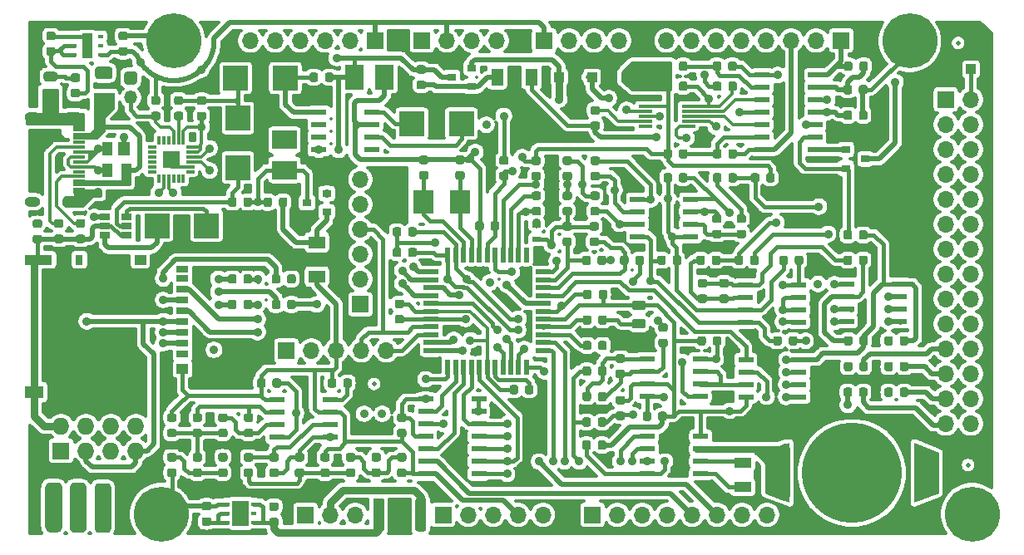
<source format=gtl>
G04 #@! TF.GenerationSoftware,KiCad,Pcbnew,5.1.6-c6e7f7d~87~ubuntu18.04.1*
G04 #@! TF.CreationDate,2020-08-27T19:41:55+03:00*
G04 #@! TF.ProjectId,PSLab,50534c61-622e-46b6-9963-61645f706362,v6.1*
G04 #@! TF.SameCoordinates,Original*
G04 #@! TF.FileFunction,Copper,L1,Top*
G04 #@! TF.FilePolarity,Positive*
%FSLAX46Y46*%
G04 Gerber Fmt 4.6, Leading zero omitted, Abs format (unit mm)*
G04 Created by KiCad (PCBNEW 5.1.6-c6e7f7d~87~ubuntu18.04.1) date 2020-08-27 19:41:55*
%MOMM*%
%LPD*%
G01*
G04 APERTURE LIST*
G04 #@! TA.AperFunction,ComponentPad*
%ADD10O,1.727200X1.727200*%
G04 #@! TD*
G04 #@! TA.AperFunction,ComponentPad*
%ADD11R,1.727200X1.727200*%
G04 #@! TD*
G04 #@! TA.AperFunction,ComponentPad*
%ADD12R,1.700000X1.700000*%
G04 #@! TD*
G04 #@! TA.AperFunction,ComponentPad*
%ADD13O,1.700000X1.700000*%
G04 #@! TD*
G04 #@! TA.AperFunction,SMDPad,CuDef*
%ADD14C,0.100000*%
G04 #@! TD*
G04 #@! TA.AperFunction,SMDPad,CuDef*
%ADD15C,10.200000*%
G04 #@! TD*
G04 #@! TA.AperFunction,SMDPad,CuDef*
%ADD16R,1.000000X2.500000*%
G04 #@! TD*
G04 #@! TA.AperFunction,SMDPad,CuDef*
%ADD17R,0.630000X0.450000*%
G04 #@! TD*
G04 #@! TA.AperFunction,SMDPad,CuDef*
%ADD18R,0.850000X0.300000*%
G04 #@! TD*
G04 #@! TA.AperFunction,SMDPad,CuDef*
%ADD19R,0.300000X0.850000*%
G04 #@! TD*
G04 #@! TA.AperFunction,SMDPad,CuDef*
%ADD20R,1.800000X1.800000*%
G04 #@! TD*
G04 #@! TA.AperFunction,SMDPad,CuDef*
%ADD21R,1.060000X0.650000*%
G04 #@! TD*
G04 #@! TA.AperFunction,SMDPad,CuDef*
%ADD22R,1.550000X0.600000*%
G04 #@! TD*
G04 #@! TA.AperFunction,SMDPad,CuDef*
%ADD23R,0.550000X1.500000*%
G04 #@! TD*
G04 #@! TA.AperFunction,SMDPad,CuDef*
%ADD24R,1.500000X0.550000*%
G04 #@! TD*
G04 #@! TA.AperFunction,SMDPad,CuDef*
%ADD25R,2.500000X2.550000*%
G04 #@! TD*
G04 #@! TA.AperFunction,SMDPad,CuDef*
%ADD26R,2.550000X2.500000*%
G04 #@! TD*
G04 #@! TA.AperFunction,SMDPad,CuDef*
%ADD27R,0.900000X0.800000*%
G04 #@! TD*
G04 #@! TA.AperFunction,SMDPad,CuDef*
%ADD28R,1.500000X0.600000*%
G04 #@! TD*
G04 #@! TA.AperFunction,SMDPad,CuDef*
%ADD29R,1.400000X0.300000*%
G04 #@! TD*
G04 #@! TA.AperFunction,SMDPad,CuDef*
%ADD30R,2.500000X1.950000*%
G04 #@! TD*
G04 #@! TA.AperFunction,SMDPad,CuDef*
%ADD31R,1.950000X2.500000*%
G04 #@! TD*
G04 #@! TA.AperFunction,SMDPad,CuDef*
%ADD32R,0.900000X0.500000*%
G04 #@! TD*
G04 #@! TA.AperFunction,SMDPad,CuDef*
%ADD33R,2.000000X2.400000*%
G04 #@! TD*
G04 #@! TA.AperFunction,ComponentPad*
%ADD34C,5.600000*%
G04 #@! TD*
G04 #@! TA.AperFunction,SMDPad,CuDef*
%ADD35R,1.200000X1.400000*%
G04 #@! TD*
G04 #@! TA.AperFunction,SMDPad,CuDef*
%ADD36R,1.000000X1.400000*%
G04 #@! TD*
G04 #@! TA.AperFunction,SMDPad,CuDef*
%ADD37R,1.900000X1.300000*%
G04 #@! TD*
G04 #@! TA.AperFunction,SMDPad,CuDef*
%ADD38R,2.800000X1.000000*%
G04 #@! TD*
G04 #@! TA.AperFunction,SMDPad,CuDef*
%ADD39R,0.800000X1.000000*%
G04 #@! TD*
G04 #@! TA.AperFunction,SMDPad,CuDef*
%ADD40R,1.200000X1.000000*%
G04 #@! TD*
G04 #@! TA.AperFunction,SMDPad,CuDef*
%ADD41R,1.200000X0.700000*%
G04 #@! TD*
G04 #@! TA.AperFunction,SMDPad,CuDef*
%ADD42R,1.800000X1.000000*%
G04 #@! TD*
G04 #@! TA.AperFunction,ComponentPad*
%ADD43O,2.100000X1.000000*%
G04 #@! TD*
G04 #@! TA.AperFunction,ComponentPad*
%ADD44O,1.600000X1.000000*%
G04 #@! TD*
G04 #@! TA.AperFunction,SMDPad,CuDef*
%ADD45R,1.150000X0.300000*%
G04 #@! TD*
G04 #@! TA.AperFunction,SMDPad,CuDef*
%ADD46R,1.700000X2.600000*%
G04 #@! TD*
G04 #@! TA.AperFunction,SMDPad,CuDef*
%ADD47R,1.700000X1.300000*%
G04 #@! TD*
G04 #@! TA.AperFunction,SMDPad,CuDef*
%ADD48R,1.300000X1.700000*%
G04 #@! TD*
G04 #@! TA.AperFunction,ComponentPad*
%ADD49R,1.400000X1.400000*%
G04 #@! TD*
G04 #@! TA.AperFunction,ComponentPad*
%ADD50C,1.400000*%
G04 #@! TD*
G04 #@! TA.AperFunction,SMDPad,CuDef*
%ADD51C,0.500000*%
G04 #@! TD*
G04 #@! TA.AperFunction,SMDPad,CuDef*
%ADD52R,1.000000X1.000000*%
G04 #@! TD*
G04 #@! TA.AperFunction,ComponentPad*
%ADD53O,1.350000X1.350000*%
G04 #@! TD*
G04 #@! TA.AperFunction,ViaPad*
%ADD54C,0.914400*%
G04 #@! TD*
G04 #@! TA.AperFunction,Conductor*
%ADD55C,0.304800*%
G04 #@! TD*
G04 #@! TA.AperFunction,Conductor*
%ADD56C,0.762000*%
G04 #@! TD*
G04 #@! TA.AperFunction,Conductor*
%ADD57C,0.406400*%
G04 #@! TD*
G04 #@! TA.AperFunction,Conductor*
%ADD58C,0.508000*%
G04 #@! TD*
G04 #@! TA.AperFunction,Conductor*
%ADD59C,0.254000*%
G04 #@! TD*
G04 #@! TA.AperFunction,NonConductor*
%ADD60C,0.300000*%
G04 #@! TD*
G04 #@! TA.AperFunction,Conductor*
%ADD61C,0.030000*%
G04 #@! TD*
G04 APERTURE END LIST*
D10*
X102313400Y-102006200D03*
X102313400Y-104546200D03*
X99773400Y-102006200D03*
X99773400Y-104546200D03*
X97233400Y-102006200D03*
X97233400Y-104546200D03*
X94693400Y-102006200D03*
D11*
X94693400Y-104546200D03*
G04 #@! TA.AperFunction,SMDPad,CuDef*
G36*
G01*
X148660000Y-90963750D02*
X148660000Y-91476250D01*
G75*
G02*
X148441250Y-91695000I-218750J0D01*
G01*
X148003750Y-91695000D01*
G75*
G02*
X147785000Y-91476250I0J218750D01*
G01*
X147785000Y-90963750D01*
G75*
G02*
X148003750Y-90745000I218750J0D01*
G01*
X148441250Y-90745000D01*
G75*
G02*
X148660000Y-90963750I0J-218750D01*
G01*
G37*
G04 #@! TD.AperFunction*
G04 #@! TA.AperFunction,SMDPad,CuDef*
G36*
G01*
X150235000Y-90963750D02*
X150235000Y-91476250D01*
G75*
G02*
X150016250Y-91695000I-218750J0D01*
G01*
X149578750Y-91695000D01*
G75*
G02*
X149360000Y-91476250I0J218750D01*
G01*
X149360000Y-90963750D01*
G75*
G02*
X149578750Y-90745000I218750J0D01*
G01*
X150016250Y-90745000D01*
G75*
G02*
X150235000Y-90963750I0J-218750D01*
G01*
G37*
G04 #@! TD.AperFunction*
G04 #@! TA.AperFunction,SMDPad,CuDef*
G36*
G01*
X111416250Y-101610000D02*
X110903750Y-101610000D01*
G75*
G02*
X110685000Y-101391250I0J218750D01*
G01*
X110685000Y-100953750D01*
G75*
G02*
X110903750Y-100735000I218750J0D01*
G01*
X111416250Y-100735000D01*
G75*
G02*
X111635000Y-100953750I0J-218750D01*
G01*
X111635000Y-101391250D01*
G75*
G02*
X111416250Y-101610000I-218750J0D01*
G01*
G37*
G04 #@! TD.AperFunction*
G04 #@! TA.AperFunction,SMDPad,CuDef*
G36*
G01*
X111416250Y-103185000D02*
X110903750Y-103185000D01*
G75*
G02*
X110685000Y-102966250I0J218750D01*
G01*
X110685000Y-102528750D01*
G75*
G02*
X110903750Y-102310000I218750J0D01*
G01*
X111416250Y-102310000D01*
G75*
G02*
X111635000Y-102528750I0J-218750D01*
G01*
X111635000Y-102966250D01*
G75*
G02*
X111416250Y-103185000I-218750J0D01*
G01*
G37*
G04 #@! TD.AperFunction*
G04 #@! TA.AperFunction,SMDPad,CuDef*
G36*
G01*
X118703750Y-106350000D02*
X119216250Y-106350000D01*
G75*
G02*
X119435000Y-106568750I0J-218750D01*
G01*
X119435000Y-107006250D01*
G75*
G02*
X119216250Y-107225000I-218750J0D01*
G01*
X118703750Y-107225000D01*
G75*
G02*
X118485000Y-107006250I0J218750D01*
G01*
X118485000Y-106568750D01*
G75*
G02*
X118703750Y-106350000I218750J0D01*
G01*
G37*
G04 #@! TD.AperFunction*
G04 #@! TA.AperFunction,SMDPad,CuDef*
G36*
G01*
X118703750Y-104775000D02*
X119216250Y-104775000D01*
G75*
G02*
X119435000Y-104993750I0J-218750D01*
G01*
X119435000Y-105431250D01*
G75*
G02*
X119216250Y-105650000I-218750J0D01*
G01*
X118703750Y-105650000D01*
G75*
G02*
X118485000Y-105431250I0J218750D01*
G01*
X118485000Y-104993750D01*
G75*
G02*
X118703750Y-104775000I218750J0D01*
G01*
G37*
G04 #@! TD.AperFunction*
G04 #@! TA.AperFunction,SMDPad,CuDef*
G36*
G01*
X140016250Y-75400000D02*
X139503750Y-75400000D01*
G75*
G02*
X139285000Y-75181250I0J218750D01*
G01*
X139285000Y-74743750D01*
G75*
G02*
X139503750Y-74525000I218750J0D01*
G01*
X140016250Y-74525000D01*
G75*
G02*
X140235000Y-74743750I0J-218750D01*
G01*
X140235000Y-75181250D01*
G75*
G02*
X140016250Y-75400000I-218750J0D01*
G01*
G37*
G04 #@! TD.AperFunction*
G04 #@! TA.AperFunction,SMDPad,CuDef*
G36*
G01*
X140016250Y-76975000D02*
X139503750Y-76975000D01*
G75*
G02*
X139285000Y-76756250I0J218750D01*
G01*
X139285000Y-76318750D01*
G75*
G02*
X139503750Y-76100000I218750J0D01*
G01*
X140016250Y-76100000D01*
G75*
G02*
X140235000Y-76318750I0J-218750D01*
G01*
X140235000Y-76756250D01*
G75*
G02*
X140016250Y-76975000I-218750J0D01*
G01*
G37*
G04 #@! TD.AperFunction*
G04 #@! TA.AperFunction,SMDPad,CuDef*
G36*
G01*
X129320000Y-84073750D02*
X129320000Y-84586250D01*
G75*
G02*
X129101250Y-84805000I-218750J0D01*
G01*
X128663750Y-84805000D01*
G75*
G02*
X128445000Y-84586250I0J218750D01*
G01*
X128445000Y-84073750D01*
G75*
G02*
X128663750Y-83855000I218750J0D01*
G01*
X129101250Y-83855000D01*
G75*
G02*
X129320000Y-84073750I0J-218750D01*
G01*
G37*
G04 #@! TD.AperFunction*
G04 #@! TA.AperFunction,SMDPad,CuDef*
G36*
G01*
X130895000Y-84073750D02*
X130895000Y-84586250D01*
G75*
G02*
X130676250Y-84805000I-218750J0D01*
G01*
X130238750Y-84805000D01*
G75*
G02*
X130020000Y-84586250I0J218750D01*
G01*
X130020000Y-84073750D01*
G75*
G02*
X130238750Y-83855000I218750J0D01*
G01*
X130676250Y-83855000D01*
G75*
G02*
X130895000Y-84073750I0J-218750D01*
G01*
G37*
G04 #@! TD.AperFunction*
G04 #@! TA.AperFunction,SMDPad,CuDef*
G36*
G01*
X129320000Y-81983750D02*
X129320000Y-82496250D01*
G75*
G02*
X129101250Y-82715000I-218750J0D01*
G01*
X128663750Y-82715000D01*
G75*
G02*
X128445000Y-82496250I0J218750D01*
G01*
X128445000Y-81983750D01*
G75*
G02*
X128663750Y-81765000I218750J0D01*
G01*
X129101250Y-81765000D01*
G75*
G02*
X129320000Y-81983750I0J-218750D01*
G01*
G37*
G04 #@! TD.AperFunction*
G04 #@! TA.AperFunction,SMDPad,CuDef*
G36*
G01*
X130895000Y-81983750D02*
X130895000Y-82496250D01*
G75*
G02*
X130676250Y-82715000I-218750J0D01*
G01*
X130238750Y-82715000D01*
G75*
G02*
X130020000Y-82496250I0J218750D01*
G01*
X130020000Y-81983750D01*
G75*
G02*
X130238750Y-81765000I218750J0D01*
G01*
X130676250Y-81765000D01*
G75*
G02*
X130895000Y-81983750I0J-218750D01*
G01*
G37*
G04 #@! TD.AperFunction*
G04 #@! TA.AperFunction,SMDPad,CuDef*
G36*
G01*
X112550000Y-78953750D02*
X112550000Y-79466250D01*
G75*
G02*
X112331250Y-79685000I-218750J0D01*
G01*
X111893750Y-79685000D01*
G75*
G02*
X111675000Y-79466250I0J218750D01*
G01*
X111675000Y-78953750D01*
G75*
G02*
X111893750Y-78735000I218750J0D01*
G01*
X112331250Y-78735000D01*
G75*
G02*
X112550000Y-78953750I0J-218750D01*
G01*
G37*
G04 #@! TD.AperFunction*
G04 #@! TA.AperFunction,SMDPad,CuDef*
G36*
G01*
X114125000Y-78953750D02*
X114125000Y-79466250D01*
G75*
G02*
X113906250Y-79685000I-218750J0D01*
G01*
X113468750Y-79685000D01*
G75*
G02*
X113250000Y-79466250I0J218750D01*
G01*
X113250000Y-78953750D01*
G75*
G02*
X113468750Y-78735000I218750J0D01*
G01*
X113906250Y-78735000D01*
G75*
G02*
X114125000Y-78953750I0J-218750D01*
G01*
G37*
G04 #@! TD.AperFunction*
G04 #@! TA.AperFunction,SMDPad,CuDef*
G36*
G01*
X116850000Y-79476250D02*
X116850000Y-78963750D01*
G75*
G02*
X117068750Y-78745000I218750J0D01*
G01*
X117506250Y-78745000D01*
G75*
G02*
X117725000Y-78963750I0J-218750D01*
G01*
X117725000Y-79476250D01*
G75*
G02*
X117506250Y-79695000I-218750J0D01*
G01*
X117068750Y-79695000D01*
G75*
G02*
X116850000Y-79476250I0J218750D01*
G01*
G37*
G04 #@! TD.AperFunction*
G04 #@! TA.AperFunction,SMDPad,CuDef*
G36*
G01*
X115275000Y-79476250D02*
X115275000Y-78963750D01*
G75*
G02*
X115493750Y-78745000I218750J0D01*
G01*
X115931250Y-78745000D01*
G75*
G02*
X116150000Y-78963750I0J-218750D01*
G01*
X116150000Y-79476250D01*
G75*
G02*
X115931250Y-79695000I-218750J0D01*
G01*
X115493750Y-79695000D01*
G75*
G02*
X115275000Y-79476250I0J218750D01*
G01*
G37*
G04 #@! TD.AperFunction*
G04 #@! TA.AperFunction,SMDPad,CuDef*
G36*
G01*
X175200000Y-98323750D02*
X175200000Y-98836250D01*
G75*
G02*
X174981250Y-99055000I-218750J0D01*
G01*
X174543750Y-99055000D01*
G75*
G02*
X174325000Y-98836250I0J218750D01*
G01*
X174325000Y-98323750D01*
G75*
G02*
X174543750Y-98105000I218750J0D01*
G01*
X174981250Y-98105000D01*
G75*
G02*
X175200000Y-98323750I0J-218750D01*
G01*
G37*
G04 #@! TD.AperFunction*
G04 #@! TA.AperFunction,SMDPad,CuDef*
G36*
G01*
X176775000Y-98323750D02*
X176775000Y-98836250D01*
G75*
G02*
X176556250Y-99055000I-218750J0D01*
G01*
X176118750Y-99055000D01*
G75*
G02*
X175900000Y-98836250I0J218750D01*
G01*
X175900000Y-98323750D01*
G75*
G02*
X176118750Y-98105000I218750J0D01*
G01*
X176556250Y-98105000D01*
G75*
G02*
X176775000Y-98323750I0J-218750D01*
G01*
G37*
G04 #@! TD.AperFunction*
G04 #@! TA.AperFunction,SMDPad,CuDef*
G36*
G01*
X179360000Y-98323750D02*
X179360000Y-98836250D01*
G75*
G02*
X179141250Y-99055000I-218750J0D01*
G01*
X178703750Y-99055000D01*
G75*
G02*
X178485000Y-98836250I0J218750D01*
G01*
X178485000Y-98323750D01*
G75*
G02*
X178703750Y-98105000I218750J0D01*
G01*
X179141250Y-98105000D01*
G75*
G02*
X179360000Y-98323750I0J-218750D01*
G01*
G37*
G04 #@! TD.AperFunction*
G04 #@! TA.AperFunction,SMDPad,CuDef*
G36*
G01*
X180935000Y-98323750D02*
X180935000Y-98836250D01*
G75*
G02*
X180716250Y-99055000I-218750J0D01*
G01*
X180278750Y-99055000D01*
G75*
G02*
X180060000Y-98836250I0J218750D01*
G01*
X180060000Y-98323750D01*
G75*
G02*
X180278750Y-98105000I218750J0D01*
G01*
X180716250Y-98105000D01*
G75*
G02*
X180935000Y-98323750I0J-218750D01*
G01*
G37*
G04 #@! TD.AperFunction*
G04 #@! TA.AperFunction,SMDPad,CuDef*
G36*
G01*
X179360000Y-95703750D02*
X179360000Y-96216250D01*
G75*
G02*
X179141250Y-96435000I-218750J0D01*
G01*
X178703750Y-96435000D01*
G75*
G02*
X178485000Y-96216250I0J218750D01*
G01*
X178485000Y-95703750D01*
G75*
G02*
X178703750Y-95485000I218750J0D01*
G01*
X179141250Y-95485000D01*
G75*
G02*
X179360000Y-95703750I0J-218750D01*
G01*
G37*
G04 #@! TD.AperFunction*
G04 #@! TA.AperFunction,SMDPad,CuDef*
G36*
G01*
X180935000Y-95703750D02*
X180935000Y-96216250D01*
G75*
G02*
X180716250Y-96435000I-218750J0D01*
G01*
X180278750Y-96435000D01*
G75*
G02*
X180060000Y-96216250I0J218750D01*
G01*
X180060000Y-95703750D01*
G75*
G02*
X180278750Y-95485000I218750J0D01*
G01*
X180716250Y-95485000D01*
G75*
G02*
X180935000Y-95703750I0J-218750D01*
G01*
G37*
G04 #@! TD.AperFunction*
G04 #@! TA.AperFunction,SMDPad,CuDef*
G36*
G01*
X175240000Y-95703750D02*
X175240000Y-96216250D01*
G75*
G02*
X175021250Y-96435000I-218750J0D01*
G01*
X174583750Y-96435000D01*
G75*
G02*
X174365000Y-96216250I0J218750D01*
G01*
X174365000Y-95703750D01*
G75*
G02*
X174583750Y-95485000I218750J0D01*
G01*
X175021250Y-95485000D01*
G75*
G02*
X175240000Y-95703750I0J-218750D01*
G01*
G37*
G04 #@! TD.AperFunction*
G04 #@! TA.AperFunction,SMDPad,CuDef*
G36*
G01*
X176815000Y-95703750D02*
X176815000Y-96216250D01*
G75*
G02*
X176596250Y-96435000I-218750J0D01*
G01*
X176158750Y-96435000D01*
G75*
G02*
X175940000Y-96216250I0J218750D01*
G01*
X175940000Y-95703750D01*
G75*
G02*
X176158750Y-95485000I218750J0D01*
G01*
X176596250Y-95485000D01*
G75*
G02*
X176815000Y-95703750I0J-218750D01*
G01*
G37*
G04 #@! TD.AperFunction*
G04 #@! TA.AperFunction,SMDPad,CuDef*
G36*
G01*
X131606250Y-66130000D02*
X131093750Y-66130000D01*
G75*
G02*
X130875000Y-65911250I0J218750D01*
G01*
X130875000Y-65473750D01*
G75*
G02*
X131093750Y-65255000I218750J0D01*
G01*
X131606250Y-65255000D01*
G75*
G02*
X131825000Y-65473750I0J-218750D01*
G01*
X131825000Y-65911250D01*
G75*
G02*
X131606250Y-66130000I-218750J0D01*
G01*
G37*
G04 #@! TD.AperFunction*
G04 #@! TA.AperFunction,SMDPad,CuDef*
G36*
G01*
X131606250Y-67705000D02*
X131093750Y-67705000D01*
G75*
G02*
X130875000Y-67486250I0J218750D01*
G01*
X130875000Y-67048750D01*
G75*
G02*
X131093750Y-66830000I218750J0D01*
G01*
X131606250Y-66830000D01*
G75*
G02*
X131825000Y-67048750I0J-218750D01*
G01*
X131825000Y-67486250D01*
G75*
G02*
X131606250Y-67705000I-218750J0D01*
G01*
G37*
G04 #@! TD.AperFunction*
G04 #@! TA.AperFunction,SMDPad,CuDef*
G36*
G01*
X142773750Y-76120000D02*
X143286250Y-76120000D01*
G75*
G02*
X143505000Y-76338750I0J-218750D01*
G01*
X143505000Y-76776250D01*
G75*
G02*
X143286250Y-76995000I-218750J0D01*
G01*
X142773750Y-76995000D01*
G75*
G02*
X142555000Y-76776250I0J218750D01*
G01*
X142555000Y-76338750D01*
G75*
G02*
X142773750Y-76120000I218750J0D01*
G01*
G37*
G04 #@! TD.AperFunction*
G04 #@! TA.AperFunction,SMDPad,CuDef*
G36*
G01*
X142773750Y-74545000D02*
X143286250Y-74545000D01*
G75*
G02*
X143505000Y-74763750I0J-218750D01*
G01*
X143505000Y-75201250D01*
G75*
G02*
X143286250Y-75420000I-218750J0D01*
G01*
X142773750Y-75420000D01*
G75*
G02*
X142555000Y-75201250I0J218750D01*
G01*
X142555000Y-74763750D01*
G75*
G02*
X142773750Y-74545000I218750J0D01*
G01*
G37*
G04 #@! TD.AperFunction*
G04 #@! TA.AperFunction,SMDPad,CuDef*
G36*
G01*
X120850000Y-66223750D02*
X120850000Y-66736250D01*
G75*
G02*
X120631250Y-66955000I-218750J0D01*
G01*
X120193750Y-66955000D01*
G75*
G02*
X119975000Y-66736250I0J218750D01*
G01*
X119975000Y-66223750D01*
G75*
G02*
X120193750Y-66005000I218750J0D01*
G01*
X120631250Y-66005000D01*
G75*
G02*
X120850000Y-66223750I0J-218750D01*
G01*
G37*
G04 #@! TD.AperFunction*
G04 #@! TA.AperFunction,SMDPad,CuDef*
G36*
G01*
X122425000Y-66223750D02*
X122425000Y-66736250D01*
G75*
G02*
X122206250Y-66955000I-218750J0D01*
G01*
X121768750Y-66955000D01*
G75*
G02*
X121550000Y-66736250I0J218750D01*
G01*
X121550000Y-66223750D01*
G75*
G02*
X121768750Y-66005000I218750J0D01*
G01*
X122206250Y-66005000D01*
G75*
G02*
X122425000Y-66223750I0J-218750D01*
G01*
G37*
G04 #@! TD.AperFunction*
G04 #@! TA.AperFunction,SMDPad,CuDef*
G36*
G01*
X149300000Y-85396250D02*
X149300000Y-84883750D01*
G75*
G02*
X149518750Y-84665000I218750J0D01*
G01*
X149956250Y-84665000D01*
G75*
G02*
X150175000Y-84883750I0J-218750D01*
G01*
X150175000Y-85396250D01*
G75*
G02*
X149956250Y-85615000I-218750J0D01*
G01*
X149518750Y-85615000D01*
G75*
G02*
X149300000Y-85396250I0J218750D01*
G01*
G37*
G04 #@! TD.AperFunction*
G04 #@! TA.AperFunction,SMDPad,CuDef*
G36*
G01*
X147725000Y-85396250D02*
X147725000Y-84883750D01*
G75*
G02*
X147943750Y-84665000I218750J0D01*
G01*
X148381250Y-84665000D01*
G75*
G02*
X148600000Y-84883750I0J-218750D01*
G01*
X148600000Y-85396250D01*
G75*
G02*
X148381250Y-85615000I-218750J0D01*
G01*
X147943750Y-85615000D01*
G75*
G02*
X147725000Y-85396250I0J218750D01*
G01*
G37*
G04 #@! TD.AperFunction*
G04 #@! TA.AperFunction,SMDPad,CuDef*
G36*
G01*
X113503750Y-106350000D02*
X114016250Y-106350000D01*
G75*
G02*
X114235000Y-106568750I0J-218750D01*
G01*
X114235000Y-107006250D01*
G75*
G02*
X114016250Y-107225000I-218750J0D01*
G01*
X113503750Y-107225000D01*
G75*
G02*
X113285000Y-107006250I0J218750D01*
G01*
X113285000Y-106568750D01*
G75*
G02*
X113503750Y-106350000I218750J0D01*
G01*
G37*
G04 #@! TD.AperFunction*
G04 #@! TA.AperFunction,SMDPad,CuDef*
G36*
G01*
X113503750Y-104775000D02*
X114016250Y-104775000D01*
G75*
G02*
X114235000Y-104993750I0J-218750D01*
G01*
X114235000Y-105431250D01*
G75*
G02*
X114016250Y-105650000I-218750J0D01*
G01*
X113503750Y-105650000D01*
G75*
G02*
X113285000Y-105431250I0J218750D01*
G01*
X113285000Y-104993750D01*
G75*
G02*
X113503750Y-104775000I218750J0D01*
G01*
G37*
G04 #@! TD.AperFunction*
G04 #@! TA.AperFunction,SMDPad,CuDef*
G36*
G01*
X145953750Y-79690000D02*
X146466250Y-79690000D01*
G75*
G02*
X146685000Y-79908750I0J-218750D01*
G01*
X146685000Y-80346250D01*
G75*
G02*
X146466250Y-80565000I-218750J0D01*
G01*
X145953750Y-80565000D01*
G75*
G02*
X145735000Y-80346250I0J218750D01*
G01*
X145735000Y-79908750D01*
G75*
G02*
X145953750Y-79690000I218750J0D01*
G01*
G37*
G04 #@! TD.AperFunction*
G04 #@! TA.AperFunction,SMDPad,CuDef*
G36*
G01*
X145953750Y-78115000D02*
X146466250Y-78115000D01*
G75*
G02*
X146685000Y-78333750I0J-218750D01*
G01*
X146685000Y-78771250D01*
G75*
G02*
X146466250Y-78990000I-218750J0D01*
G01*
X145953750Y-78990000D01*
G75*
G02*
X145735000Y-78771250I0J218750D01*
G01*
X145735000Y-78333750D01*
G75*
G02*
X145953750Y-78115000I218750J0D01*
G01*
G37*
G04 #@! TD.AperFunction*
G04 #@! TA.AperFunction,SMDPad,CuDef*
G36*
G01*
X146466250Y-75420000D02*
X145953750Y-75420000D01*
G75*
G02*
X145735000Y-75201250I0J218750D01*
G01*
X145735000Y-74763750D01*
G75*
G02*
X145953750Y-74545000I218750J0D01*
G01*
X146466250Y-74545000D01*
G75*
G02*
X146685000Y-74763750I0J-218750D01*
G01*
X146685000Y-75201250D01*
G75*
G02*
X146466250Y-75420000I-218750J0D01*
G01*
G37*
G04 #@! TD.AperFunction*
G04 #@! TA.AperFunction,SMDPad,CuDef*
G36*
G01*
X146466250Y-76995000D02*
X145953750Y-76995000D01*
G75*
G02*
X145735000Y-76776250I0J218750D01*
G01*
X145735000Y-76338750D01*
G75*
G02*
X145953750Y-76120000I218750J0D01*
G01*
X146466250Y-76120000D01*
G75*
G02*
X146685000Y-76338750I0J-218750D01*
G01*
X146685000Y-76776250D01*
G75*
G02*
X146466250Y-76995000I-218750J0D01*
G01*
G37*
G04 #@! TD.AperFunction*
G04 #@! TA.AperFunction,SMDPad,CuDef*
G36*
G01*
X157570000Y-65606250D02*
X157570000Y-65093750D01*
G75*
G02*
X157788750Y-64875000I218750J0D01*
G01*
X158226250Y-64875000D01*
G75*
G02*
X158445000Y-65093750I0J-218750D01*
G01*
X158445000Y-65606250D01*
G75*
G02*
X158226250Y-65825000I-218750J0D01*
G01*
X157788750Y-65825000D01*
G75*
G02*
X157570000Y-65606250I0J218750D01*
G01*
G37*
G04 #@! TD.AperFunction*
G04 #@! TA.AperFunction,SMDPad,CuDef*
G36*
G01*
X155995000Y-65606250D02*
X155995000Y-65093750D01*
G75*
G02*
X156213750Y-64875000I218750J0D01*
G01*
X156651250Y-64875000D01*
G75*
G02*
X156870000Y-65093750I0J-218750D01*
G01*
X156870000Y-65606250D01*
G75*
G02*
X156651250Y-65825000I-218750J0D01*
G01*
X156213750Y-65825000D01*
G75*
G02*
X155995000Y-65606250I0J218750D01*
G01*
G37*
G04 #@! TD.AperFunction*
G04 #@! TA.AperFunction,SMDPad,CuDef*
G36*
G01*
X162580000Y-65606250D02*
X162580000Y-65093750D01*
G75*
G02*
X162798750Y-64875000I218750J0D01*
G01*
X163236250Y-64875000D01*
G75*
G02*
X163455000Y-65093750I0J-218750D01*
G01*
X163455000Y-65606250D01*
G75*
G02*
X163236250Y-65825000I-218750J0D01*
G01*
X162798750Y-65825000D01*
G75*
G02*
X162580000Y-65606250I0J218750D01*
G01*
G37*
G04 #@! TD.AperFunction*
G04 #@! TA.AperFunction,SMDPad,CuDef*
G36*
G01*
X161005000Y-65606250D02*
X161005000Y-65093750D01*
G75*
G02*
X161223750Y-64875000I218750J0D01*
G01*
X161661250Y-64875000D01*
G75*
G02*
X161880000Y-65093750I0J-218750D01*
G01*
X161880000Y-65606250D01*
G75*
G02*
X161661250Y-65825000I-218750J0D01*
G01*
X161223750Y-65825000D01*
G75*
G02*
X161005000Y-65606250I0J218750D01*
G01*
G37*
G04 #@! TD.AperFunction*
G04 #@! TA.AperFunction,SMDPad,CuDef*
G36*
G01*
X161903750Y-88610000D02*
X162416250Y-88610000D01*
G75*
G02*
X162635000Y-88828750I0J-218750D01*
G01*
X162635000Y-89266250D01*
G75*
G02*
X162416250Y-89485000I-218750J0D01*
G01*
X161903750Y-89485000D01*
G75*
G02*
X161685000Y-89266250I0J218750D01*
G01*
X161685000Y-88828750D01*
G75*
G02*
X161903750Y-88610000I218750J0D01*
G01*
G37*
G04 #@! TD.AperFunction*
G04 #@! TA.AperFunction,SMDPad,CuDef*
G36*
G01*
X161903750Y-87035000D02*
X162416250Y-87035000D01*
G75*
G02*
X162635000Y-87253750I0J-218750D01*
G01*
X162635000Y-87691250D01*
G75*
G02*
X162416250Y-87910000I-218750J0D01*
G01*
X161903750Y-87910000D01*
G75*
G02*
X161685000Y-87691250I0J218750D01*
G01*
X161685000Y-87253750D01*
G75*
G02*
X161903750Y-87035000I218750J0D01*
G01*
G37*
G04 #@! TD.AperFunction*
G04 #@! TA.AperFunction,SMDPad,CuDef*
G36*
G01*
X175940000Y-93596250D02*
X175940000Y-93083750D01*
G75*
G02*
X176158750Y-92865000I218750J0D01*
G01*
X176596250Y-92865000D01*
G75*
G02*
X176815000Y-93083750I0J-218750D01*
G01*
X176815000Y-93596250D01*
G75*
G02*
X176596250Y-93815000I-218750J0D01*
G01*
X176158750Y-93815000D01*
G75*
G02*
X175940000Y-93596250I0J218750D01*
G01*
G37*
G04 #@! TD.AperFunction*
G04 #@! TA.AperFunction,SMDPad,CuDef*
G36*
G01*
X174365000Y-93596250D02*
X174365000Y-93083750D01*
G75*
G02*
X174583750Y-92865000I218750J0D01*
G01*
X175021250Y-92865000D01*
G75*
G02*
X175240000Y-93083750I0J-218750D01*
G01*
X175240000Y-93596250D01*
G75*
G02*
X175021250Y-93815000I-218750J0D01*
G01*
X174583750Y-93815000D01*
G75*
G02*
X174365000Y-93596250I0J218750D01*
G01*
G37*
G04 #@! TD.AperFunction*
G04 #@! TA.AperFunction,SMDPad,CuDef*
G36*
G01*
X175200000Y-84883750D02*
X175200000Y-85396250D01*
G75*
G02*
X174981250Y-85615000I-218750J0D01*
G01*
X174543750Y-85615000D01*
G75*
G02*
X174325000Y-85396250I0J218750D01*
G01*
X174325000Y-84883750D01*
G75*
G02*
X174543750Y-84665000I218750J0D01*
G01*
X174981250Y-84665000D01*
G75*
G02*
X175200000Y-84883750I0J-218750D01*
G01*
G37*
G04 #@! TD.AperFunction*
G04 #@! TA.AperFunction,SMDPad,CuDef*
G36*
G01*
X176775000Y-84883750D02*
X176775000Y-85396250D01*
G75*
G02*
X176556250Y-85615000I-218750J0D01*
G01*
X176118750Y-85615000D01*
G75*
G02*
X175900000Y-85396250I0J218750D01*
G01*
X175900000Y-84883750D01*
G75*
G02*
X176118750Y-84665000I218750J0D01*
G01*
X176556250Y-84665000D01*
G75*
G02*
X176775000Y-84883750I0J-218750D01*
G01*
G37*
G04 #@! TD.AperFunction*
G04 #@! TA.AperFunction,SMDPad,CuDef*
G36*
G01*
X160220000Y-84883750D02*
X160220000Y-85396250D01*
G75*
G02*
X160001250Y-85615000I-218750J0D01*
G01*
X159563750Y-85615000D01*
G75*
G02*
X159345000Y-85396250I0J218750D01*
G01*
X159345000Y-84883750D01*
G75*
G02*
X159563750Y-84665000I218750J0D01*
G01*
X160001250Y-84665000D01*
G75*
G02*
X160220000Y-84883750I0J-218750D01*
G01*
G37*
G04 #@! TD.AperFunction*
G04 #@! TA.AperFunction,SMDPad,CuDef*
G36*
G01*
X161795000Y-84883750D02*
X161795000Y-85396250D01*
G75*
G02*
X161576250Y-85615000I-218750J0D01*
G01*
X161138750Y-85615000D01*
G75*
G02*
X160920000Y-85396250I0J218750D01*
G01*
X160920000Y-84883750D01*
G75*
G02*
X161138750Y-84665000I218750J0D01*
G01*
X161576250Y-84665000D01*
G75*
G02*
X161795000Y-84883750I0J-218750D01*
G01*
G37*
G04 #@! TD.AperFunction*
G04 #@! TA.AperFunction,SMDPad,CuDef*
G36*
G01*
X175190000Y-67493750D02*
X175190000Y-68006250D01*
G75*
G02*
X174971250Y-68225000I-218750J0D01*
G01*
X174533750Y-68225000D01*
G75*
G02*
X174315000Y-68006250I0J218750D01*
G01*
X174315000Y-67493750D01*
G75*
G02*
X174533750Y-67275000I218750J0D01*
G01*
X174971250Y-67275000D01*
G75*
G02*
X175190000Y-67493750I0J-218750D01*
G01*
G37*
G04 #@! TD.AperFunction*
G04 #@! TA.AperFunction,SMDPad,CuDef*
G36*
G01*
X176765000Y-67493750D02*
X176765000Y-68006250D01*
G75*
G02*
X176546250Y-68225000I-218750J0D01*
G01*
X176108750Y-68225000D01*
G75*
G02*
X175890000Y-68006250I0J218750D01*
G01*
X175890000Y-67493750D01*
G75*
G02*
X176108750Y-67275000I218750J0D01*
G01*
X176546250Y-67275000D01*
G75*
G02*
X176765000Y-67493750I0J-218750D01*
G01*
G37*
G04 #@! TD.AperFunction*
G04 #@! TA.AperFunction,SMDPad,CuDef*
G36*
G01*
X175240000Y-65093750D02*
X175240000Y-65606250D01*
G75*
G02*
X175021250Y-65825000I-218750J0D01*
G01*
X174583750Y-65825000D01*
G75*
G02*
X174365000Y-65606250I0J218750D01*
G01*
X174365000Y-65093750D01*
G75*
G02*
X174583750Y-64875000I218750J0D01*
G01*
X175021250Y-64875000D01*
G75*
G02*
X175240000Y-65093750I0J-218750D01*
G01*
G37*
G04 #@! TD.AperFunction*
G04 #@! TA.AperFunction,SMDPad,CuDef*
G36*
G01*
X176815000Y-65093750D02*
X176815000Y-65606250D01*
G75*
G02*
X176596250Y-65825000I-218750J0D01*
G01*
X176158750Y-65825000D01*
G75*
G02*
X175940000Y-65606250I0J218750D01*
G01*
X175940000Y-65093750D01*
G75*
G02*
X176158750Y-64875000I218750J0D01*
G01*
X176596250Y-64875000D01*
G75*
G02*
X176815000Y-65093750I0J-218750D01*
G01*
G37*
G04 #@! TD.AperFunction*
G04 #@! TA.AperFunction,SMDPad,CuDef*
G36*
G01*
X148793750Y-70990000D02*
X149306250Y-70990000D01*
G75*
G02*
X149525000Y-71208750I0J-218750D01*
G01*
X149525000Y-71646250D01*
G75*
G02*
X149306250Y-71865000I-218750J0D01*
G01*
X148793750Y-71865000D01*
G75*
G02*
X148575000Y-71646250I0J218750D01*
G01*
X148575000Y-71208750D01*
G75*
G02*
X148793750Y-70990000I218750J0D01*
G01*
G37*
G04 #@! TD.AperFunction*
G04 #@! TA.AperFunction,SMDPad,CuDef*
G36*
G01*
X148793750Y-69415000D02*
X149306250Y-69415000D01*
G75*
G02*
X149525000Y-69633750I0J-218750D01*
G01*
X149525000Y-70071250D01*
G75*
G02*
X149306250Y-70290000I-218750J0D01*
G01*
X148793750Y-70290000D01*
G75*
G02*
X148575000Y-70071250I0J218750D01*
G01*
X148575000Y-69633750D01*
G75*
G02*
X148793750Y-69415000I218750J0D01*
G01*
G37*
G04 #@! TD.AperFunction*
G04 #@! TA.AperFunction,SMDPad,CuDef*
G36*
G01*
X148630000Y-96163750D02*
X148630000Y-96676250D01*
G75*
G02*
X148411250Y-96895000I-218750J0D01*
G01*
X147973750Y-96895000D01*
G75*
G02*
X147755000Y-96676250I0J218750D01*
G01*
X147755000Y-96163750D01*
G75*
G02*
X147973750Y-95945000I218750J0D01*
G01*
X148411250Y-95945000D01*
G75*
G02*
X148630000Y-96163750I0J-218750D01*
G01*
G37*
G04 #@! TD.AperFunction*
G04 #@! TA.AperFunction,SMDPad,CuDef*
G36*
G01*
X150205000Y-96163750D02*
X150205000Y-96676250D01*
G75*
G02*
X149986250Y-96895000I-218750J0D01*
G01*
X149548750Y-96895000D01*
G75*
G02*
X149330000Y-96676250I0J218750D01*
G01*
X149330000Y-96163750D01*
G75*
G02*
X149548750Y-95945000I218750J0D01*
G01*
X149986250Y-95945000D01*
G75*
G02*
X150205000Y-96163750I0J-218750D01*
G01*
G37*
G04 #@! TD.AperFunction*
G04 #@! TA.AperFunction,SMDPad,CuDef*
G36*
G01*
X148610000Y-101363750D02*
X148610000Y-101876250D01*
G75*
G02*
X148391250Y-102095000I-218750J0D01*
G01*
X147953750Y-102095000D01*
G75*
G02*
X147735000Y-101876250I0J218750D01*
G01*
X147735000Y-101363750D01*
G75*
G02*
X147953750Y-101145000I218750J0D01*
G01*
X148391250Y-101145000D01*
G75*
G02*
X148610000Y-101363750I0J-218750D01*
G01*
G37*
G04 #@! TD.AperFunction*
G04 #@! TA.AperFunction,SMDPad,CuDef*
G36*
G01*
X150185000Y-101363750D02*
X150185000Y-101876250D01*
G75*
G02*
X149966250Y-102095000I-218750J0D01*
G01*
X149528750Y-102095000D01*
G75*
G02*
X149310000Y-101876250I0J218750D01*
G01*
X149310000Y-101363750D01*
G75*
G02*
X149528750Y-101145000I218750J0D01*
G01*
X149966250Y-101145000D01*
G75*
G02*
X150185000Y-101363750I0J-218750D01*
G01*
G37*
G04 #@! TD.AperFunction*
G04 #@! TA.AperFunction,SMDPad,CuDef*
G36*
G01*
X149330000Y-99276250D02*
X149330000Y-98763750D01*
G75*
G02*
X149548750Y-98545000I218750J0D01*
G01*
X149986250Y-98545000D01*
G75*
G02*
X150205000Y-98763750I0J-218750D01*
G01*
X150205000Y-99276250D01*
G75*
G02*
X149986250Y-99495000I-218750J0D01*
G01*
X149548750Y-99495000D01*
G75*
G02*
X149330000Y-99276250I0J218750D01*
G01*
G37*
G04 #@! TD.AperFunction*
G04 #@! TA.AperFunction,SMDPad,CuDef*
G36*
G01*
X147755000Y-99276250D02*
X147755000Y-98763750D01*
G75*
G02*
X147973750Y-98545000I218750J0D01*
G01*
X148411250Y-98545000D01*
G75*
G02*
X148630000Y-98763750I0J-218750D01*
G01*
X148630000Y-99276250D01*
G75*
G02*
X148411250Y-99495000I-218750J0D01*
G01*
X147973750Y-99495000D01*
G75*
G02*
X147755000Y-99276250I0J218750D01*
G01*
G37*
G04 #@! TD.AperFunction*
G04 #@! TA.AperFunction,SMDPad,CuDef*
G36*
G01*
X146456250Y-82110000D02*
X145943750Y-82110000D01*
G75*
G02*
X145725000Y-81891250I0J218750D01*
G01*
X145725000Y-81453750D01*
G75*
G02*
X145943750Y-81235000I218750J0D01*
G01*
X146456250Y-81235000D01*
G75*
G02*
X146675000Y-81453750I0J-218750D01*
G01*
X146675000Y-81891250D01*
G75*
G02*
X146456250Y-82110000I-218750J0D01*
G01*
G37*
G04 #@! TD.AperFunction*
G04 #@! TA.AperFunction,SMDPad,CuDef*
G36*
G01*
X146456250Y-83685000D02*
X145943750Y-83685000D01*
G75*
G02*
X145725000Y-83466250I0J218750D01*
G01*
X145725000Y-83028750D01*
G75*
G02*
X145943750Y-82810000I218750J0D01*
G01*
X146456250Y-82810000D01*
G75*
G02*
X146675000Y-83028750I0J-218750D01*
G01*
X146675000Y-83466250D01*
G75*
G02*
X146456250Y-83685000I-218750J0D01*
G01*
G37*
G04 #@! TD.AperFunction*
G04 #@! TA.AperFunction,SMDPad,CuDef*
G36*
G01*
X149206250Y-82110000D02*
X148693750Y-82110000D01*
G75*
G02*
X148475000Y-81891250I0J218750D01*
G01*
X148475000Y-81453750D01*
G75*
G02*
X148693750Y-81235000I218750J0D01*
G01*
X149206250Y-81235000D01*
G75*
G02*
X149425000Y-81453750I0J-218750D01*
G01*
X149425000Y-81891250D01*
G75*
G02*
X149206250Y-82110000I-218750J0D01*
G01*
G37*
G04 #@! TD.AperFunction*
G04 #@! TA.AperFunction,SMDPad,CuDef*
G36*
G01*
X149206250Y-83685000D02*
X148693750Y-83685000D01*
G75*
G02*
X148475000Y-83466250I0J218750D01*
G01*
X148475000Y-83028750D01*
G75*
G02*
X148693750Y-82810000I218750J0D01*
G01*
X149206250Y-82810000D01*
G75*
G02*
X149425000Y-83028750I0J-218750D01*
G01*
X149425000Y-83466250D01*
G75*
G02*
X149206250Y-83685000I-218750J0D01*
G01*
G37*
G04 #@! TD.AperFunction*
G04 #@! TA.AperFunction,SMDPad,CuDef*
G36*
G01*
X153140000Y-85396250D02*
X153140000Y-84883750D01*
G75*
G02*
X153358750Y-84665000I218750J0D01*
G01*
X153796250Y-84665000D01*
G75*
G02*
X154015000Y-84883750I0J-218750D01*
G01*
X154015000Y-85396250D01*
G75*
G02*
X153796250Y-85615000I-218750J0D01*
G01*
X153358750Y-85615000D01*
G75*
G02*
X153140000Y-85396250I0J218750D01*
G01*
G37*
G04 #@! TD.AperFunction*
G04 #@! TA.AperFunction,SMDPad,CuDef*
G36*
G01*
X151565000Y-85396250D02*
X151565000Y-84883750D01*
G75*
G02*
X151783750Y-84665000I218750J0D01*
G01*
X152221250Y-84665000D01*
G75*
G02*
X152440000Y-84883750I0J-218750D01*
G01*
X152440000Y-85396250D01*
G75*
G02*
X152221250Y-85615000I-218750J0D01*
G01*
X151783750Y-85615000D01*
G75*
G02*
X151565000Y-85396250I0J218750D01*
G01*
G37*
G04 #@! TD.AperFunction*
G04 #@! TA.AperFunction,SMDPad,CuDef*
G36*
G01*
X155703750Y-93120000D02*
X156216250Y-93120000D01*
G75*
G02*
X156435000Y-93338750I0J-218750D01*
G01*
X156435000Y-93776250D01*
G75*
G02*
X156216250Y-93995000I-218750J0D01*
G01*
X155703750Y-93995000D01*
G75*
G02*
X155485000Y-93776250I0J218750D01*
G01*
X155485000Y-93338750D01*
G75*
G02*
X155703750Y-93120000I218750J0D01*
G01*
G37*
G04 #@! TD.AperFunction*
G04 #@! TA.AperFunction,SMDPad,CuDef*
G36*
G01*
X155703750Y-91545000D02*
X156216250Y-91545000D01*
G75*
G02*
X156435000Y-91763750I0J-218750D01*
G01*
X156435000Y-92201250D01*
G75*
G02*
X156216250Y-92420000I-218750J0D01*
G01*
X155703750Y-92420000D01*
G75*
G02*
X155485000Y-92201250I0J218750D01*
G01*
X155485000Y-91763750D01*
G75*
G02*
X155703750Y-91545000I218750J0D01*
G01*
G37*
G04 #@! TD.AperFunction*
G04 #@! TA.AperFunction,SMDPad,CuDef*
G36*
G01*
X157570000Y-74546250D02*
X157570000Y-74033750D01*
G75*
G02*
X157788750Y-73815000I218750J0D01*
G01*
X158226250Y-73815000D01*
G75*
G02*
X158445000Y-74033750I0J-218750D01*
G01*
X158445000Y-74546250D01*
G75*
G02*
X158226250Y-74765000I-218750J0D01*
G01*
X157788750Y-74765000D01*
G75*
G02*
X157570000Y-74546250I0J218750D01*
G01*
G37*
G04 #@! TD.AperFunction*
G04 #@! TA.AperFunction,SMDPad,CuDef*
G36*
G01*
X155995000Y-74546250D02*
X155995000Y-74033750D01*
G75*
G02*
X156213750Y-73815000I218750J0D01*
G01*
X156651250Y-73815000D01*
G75*
G02*
X156870000Y-74033750I0J-218750D01*
G01*
X156870000Y-74546250D01*
G75*
G02*
X156651250Y-74765000I-218750J0D01*
G01*
X156213750Y-74765000D01*
G75*
G02*
X155995000Y-74546250I0J218750D01*
G01*
G37*
G04 #@! TD.AperFunction*
G04 #@! TA.AperFunction,SMDPad,CuDef*
G36*
G01*
X175200000Y-82283750D02*
X175200000Y-82796250D01*
G75*
G02*
X174981250Y-83015000I-218750J0D01*
G01*
X174543750Y-83015000D01*
G75*
G02*
X174325000Y-82796250I0J218750D01*
G01*
X174325000Y-82283750D01*
G75*
G02*
X174543750Y-82065000I218750J0D01*
G01*
X174981250Y-82065000D01*
G75*
G02*
X175200000Y-82283750I0J-218750D01*
G01*
G37*
G04 #@! TD.AperFunction*
G04 #@! TA.AperFunction,SMDPad,CuDef*
G36*
G01*
X176775000Y-82283750D02*
X176775000Y-82796250D01*
G75*
G02*
X176556250Y-83015000I-218750J0D01*
G01*
X176118750Y-83015000D01*
G75*
G02*
X175900000Y-82796250I0J218750D01*
G01*
X175900000Y-82283750D01*
G75*
G02*
X176118750Y-82065000I218750J0D01*
G01*
X176556250Y-82065000D01*
G75*
G02*
X176775000Y-82283750I0J-218750D01*
G01*
G37*
G04 #@! TD.AperFunction*
G04 #@! TA.AperFunction,SMDPad,CuDef*
G36*
G01*
X162600000Y-74546250D02*
X162600000Y-74033750D01*
G75*
G02*
X162818750Y-73815000I218750J0D01*
G01*
X163256250Y-73815000D01*
G75*
G02*
X163475000Y-74033750I0J-218750D01*
G01*
X163475000Y-74546250D01*
G75*
G02*
X163256250Y-74765000I-218750J0D01*
G01*
X162818750Y-74765000D01*
G75*
G02*
X162600000Y-74546250I0J218750D01*
G01*
G37*
G04 #@! TD.AperFunction*
G04 #@! TA.AperFunction,SMDPad,CuDef*
G36*
G01*
X161025000Y-74546250D02*
X161025000Y-74033750D01*
G75*
G02*
X161243750Y-73815000I218750J0D01*
G01*
X161681250Y-73815000D01*
G75*
G02*
X161900000Y-74033750I0J-218750D01*
G01*
X161900000Y-74546250D01*
G75*
G02*
X161681250Y-74765000I-218750J0D01*
G01*
X161243750Y-74765000D01*
G75*
G02*
X161025000Y-74546250I0J218750D01*
G01*
G37*
G04 #@! TD.AperFunction*
G04 #@! TA.AperFunction,SMDPad,CuDef*
G36*
G01*
X149306250Y-75420000D02*
X148793750Y-75420000D01*
G75*
G02*
X148575000Y-75201250I0J218750D01*
G01*
X148575000Y-74763750D01*
G75*
G02*
X148793750Y-74545000I218750J0D01*
G01*
X149306250Y-74545000D01*
G75*
G02*
X149525000Y-74763750I0J-218750D01*
G01*
X149525000Y-75201250D01*
G75*
G02*
X149306250Y-75420000I-218750J0D01*
G01*
G37*
G04 #@! TD.AperFunction*
G04 #@! TA.AperFunction,SMDPad,CuDef*
G36*
G01*
X149306250Y-76995000D02*
X148793750Y-76995000D01*
G75*
G02*
X148575000Y-76776250I0J218750D01*
G01*
X148575000Y-76338750D01*
G75*
G02*
X148793750Y-76120000I218750J0D01*
G01*
X149306250Y-76120000D01*
G75*
G02*
X149525000Y-76338750I0J-218750D01*
G01*
X149525000Y-76776250D01*
G75*
G02*
X149306250Y-76995000I-218750J0D01*
G01*
G37*
G04 #@! TD.AperFunction*
G04 #@! TA.AperFunction,SMDPad,CuDef*
G36*
G01*
X166450000Y-76986250D02*
X166450000Y-76473750D01*
G75*
G02*
X166668750Y-76255000I218750J0D01*
G01*
X167106250Y-76255000D01*
G75*
G02*
X167325000Y-76473750I0J-218750D01*
G01*
X167325000Y-76986250D01*
G75*
G02*
X167106250Y-77205000I-218750J0D01*
G01*
X166668750Y-77205000D01*
G75*
G02*
X166450000Y-76986250I0J218750D01*
G01*
G37*
G04 #@! TD.AperFunction*
G04 #@! TA.AperFunction,SMDPad,CuDef*
G36*
G01*
X164875000Y-76986250D02*
X164875000Y-76473750D01*
G75*
G02*
X165093750Y-76255000I218750J0D01*
G01*
X165531250Y-76255000D01*
G75*
G02*
X165750000Y-76473750I0J-218750D01*
G01*
X165750000Y-76986250D01*
G75*
G02*
X165531250Y-77205000I-218750J0D01*
G01*
X165093750Y-77205000D01*
G75*
G02*
X164875000Y-76986250I0J218750D01*
G01*
G37*
G04 #@! TD.AperFunction*
G04 #@! TA.AperFunction,SMDPad,CuDef*
G36*
G01*
X129103750Y-106350000D02*
X129616250Y-106350000D01*
G75*
G02*
X129835000Y-106568750I0J-218750D01*
G01*
X129835000Y-107006250D01*
G75*
G02*
X129616250Y-107225000I-218750J0D01*
G01*
X129103750Y-107225000D01*
G75*
G02*
X128885000Y-107006250I0J218750D01*
G01*
X128885000Y-106568750D01*
G75*
G02*
X129103750Y-106350000I218750J0D01*
G01*
G37*
G04 #@! TD.AperFunction*
G04 #@! TA.AperFunction,SMDPad,CuDef*
G36*
G01*
X129103750Y-104775000D02*
X129616250Y-104775000D01*
G75*
G02*
X129835000Y-104993750I0J-218750D01*
G01*
X129835000Y-105431250D01*
G75*
G02*
X129616250Y-105650000I-218750J0D01*
G01*
X129103750Y-105650000D01*
G75*
G02*
X128885000Y-105431250I0J218750D01*
G01*
X128885000Y-104993750D01*
G75*
G02*
X129103750Y-104775000I218750J0D01*
G01*
G37*
G04 #@! TD.AperFunction*
G04 #@! TA.AperFunction,SMDPad,CuDef*
G36*
G01*
X108303750Y-102310000D02*
X108816250Y-102310000D01*
G75*
G02*
X109035000Y-102528750I0J-218750D01*
G01*
X109035000Y-102966250D01*
G75*
G02*
X108816250Y-103185000I-218750J0D01*
G01*
X108303750Y-103185000D01*
G75*
G02*
X108085000Y-102966250I0J218750D01*
G01*
X108085000Y-102528750D01*
G75*
G02*
X108303750Y-102310000I218750J0D01*
G01*
G37*
G04 #@! TD.AperFunction*
G04 #@! TA.AperFunction,SMDPad,CuDef*
G36*
G01*
X108303750Y-100735000D02*
X108816250Y-100735000D01*
G75*
G02*
X109035000Y-100953750I0J-218750D01*
G01*
X109035000Y-101391250D01*
G75*
G02*
X108816250Y-101610000I-218750J0D01*
G01*
X108303750Y-101610000D01*
G75*
G02*
X108085000Y-101391250I0J218750D01*
G01*
X108085000Y-100953750D01*
G75*
G02*
X108303750Y-100735000I218750J0D01*
G01*
G37*
G04 #@! TD.AperFunction*
G04 #@! TA.AperFunction,SMDPad,CuDef*
G36*
G01*
X108816250Y-105650000D02*
X108303750Y-105650000D01*
G75*
G02*
X108085000Y-105431250I0J218750D01*
G01*
X108085000Y-104993750D01*
G75*
G02*
X108303750Y-104775000I218750J0D01*
G01*
X108816250Y-104775000D01*
G75*
G02*
X109035000Y-104993750I0J-218750D01*
G01*
X109035000Y-105431250D01*
G75*
G02*
X108816250Y-105650000I-218750J0D01*
G01*
G37*
G04 #@! TD.AperFunction*
G04 #@! TA.AperFunction,SMDPad,CuDef*
G36*
G01*
X108816250Y-107225000D02*
X108303750Y-107225000D01*
G75*
G02*
X108085000Y-107006250I0J218750D01*
G01*
X108085000Y-106568750D01*
G75*
G02*
X108303750Y-106350000I218750J0D01*
G01*
X108816250Y-106350000D01*
G75*
G02*
X109035000Y-106568750I0J-218750D01*
G01*
X109035000Y-107006250D01*
G75*
G02*
X108816250Y-107225000I-218750J0D01*
G01*
G37*
G04 #@! TD.AperFunction*
G04 #@! TA.AperFunction,SMDPad,CuDef*
G36*
G01*
X123903750Y-106350000D02*
X124416250Y-106350000D01*
G75*
G02*
X124635000Y-106568750I0J-218750D01*
G01*
X124635000Y-107006250D01*
G75*
G02*
X124416250Y-107225000I-218750J0D01*
G01*
X123903750Y-107225000D01*
G75*
G02*
X123685000Y-107006250I0J218750D01*
G01*
X123685000Y-106568750D01*
G75*
G02*
X123903750Y-106350000I218750J0D01*
G01*
G37*
G04 #@! TD.AperFunction*
G04 #@! TA.AperFunction,SMDPad,CuDef*
G36*
G01*
X123903750Y-104775000D02*
X124416250Y-104775000D01*
G75*
G02*
X124635000Y-104993750I0J-218750D01*
G01*
X124635000Y-105431250D01*
G75*
G02*
X124416250Y-105650000I-218750J0D01*
G01*
X123903750Y-105650000D01*
G75*
G02*
X123685000Y-105431250I0J218750D01*
G01*
X123685000Y-104993750D01*
G75*
G02*
X123903750Y-104775000I218750J0D01*
G01*
G37*
G04 #@! TD.AperFunction*
G04 #@! TA.AperFunction,SMDPad,CuDef*
G36*
G01*
X148763750Y-79690000D02*
X149276250Y-79690000D01*
G75*
G02*
X149495000Y-79908750I0J-218750D01*
G01*
X149495000Y-80346250D01*
G75*
G02*
X149276250Y-80565000I-218750J0D01*
G01*
X148763750Y-80565000D01*
G75*
G02*
X148545000Y-80346250I0J218750D01*
G01*
X148545000Y-79908750D01*
G75*
G02*
X148763750Y-79690000I218750J0D01*
G01*
G37*
G04 #@! TD.AperFunction*
G04 #@! TA.AperFunction,SMDPad,CuDef*
G36*
G01*
X148763750Y-78115000D02*
X149276250Y-78115000D01*
G75*
G02*
X149495000Y-78333750I0J-218750D01*
G01*
X149495000Y-78771250D01*
G75*
G02*
X149276250Y-78990000I-218750J0D01*
G01*
X148763750Y-78990000D01*
G75*
G02*
X148545000Y-78771250I0J218750D01*
G01*
X148545000Y-78333750D01*
G75*
G02*
X148763750Y-78115000I218750J0D01*
G01*
G37*
G04 #@! TD.AperFunction*
G04 #@! TA.AperFunction,SMDPad,CuDef*
G36*
G01*
X161686250Y-81330000D02*
X161173750Y-81330000D01*
G75*
G02*
X160955000Y-81111250I0J218750D01*
G01*
X160955000Y-80673750D01*
G75*
G02*
X161173750Y-80455000I218750J0D01*
G01*
X161686250Y-80455000D01*
G75*
G02*
X161905000Y-80673750I0J-218750D01*
G01*
X161905000Y-81111250D01*
G75*
G02*
X161686250Y-81330000I-218750J0D01*
G01*
G37*
G04 #@! TD.AperFunction*
G04 #@! TA.AperFunction,SMDPad,CuDef*
G36*
G01*
X161686250Y-82905000D02*
X161173750Y-82905000D01*
G75*
G02*
X160955000Y-82686250I0J218750D01*
G01*
X160955000Y-82248750D01*
G75*
G02*
X161173750Y-82030000I218750J0D01*
G01*
X161686250Y-82030000D01*
G75*
G02*
X161905000Y-82248750I0J-218750D01*
G01*
X161905000Y-82686250D01*
G75*
G02*
X161686250Y-82905000I-218750J0D01*
G01*
G37*
G04 #@! TD.AperFunction*
G04 #@! TA.AperFunction,SMDPad,CuDef*
G36*
G01*
X164186250Y-81330000D02*
X163673750Y-81330000D01*
G75*
G02*
X163455000Y-81111250I0J218750D01*
G01*
X163455000Y-80673750D01*
G75*
G02*
X163673750Y-80455000I218750J0D01*
G01*
X164186250Y-80455000D01*
G75*
G02*
X164405000Y-80673750I0J-218750D01*
G01*
X164405000Y-81111250D01*
G75*
G02*
X164186250Y-81330000I-218750J0D01*
G01*
G37*
G04 #@! TD.AperFunction*
G04 #@! TA.AperFunction,SMDPad,CuDef*
G36*
G01*
X164186250Y-82905000D02*
X163673750Y-82905000D01*
G75*
G02*
X163455000Y-82686250I0J218750D01*
G01*
X163455000Y-82248750D01*
G75*
G02*
X163673750Y-82030000I218750J0D01*
G01*
X164186250Y-82030000D01*
G75*
G02*
X164405000Y-82248750I0J-218750D01*
G01*
X164405000Y-82686250D01*
G75*
G02*
X164186250Y-82905000I-218750J0D01*
G01*
G37*
G04 #@! TD.AperFunction*
G04 #@! TA.AperFunction,SMDPad,CuDef*
G36*
G01*
X149360000Y-94076250D02*
X149360000Y-93563750D01*
G75*
G02*
X149578750Y-93345000I218750J0D01*
G01*
X150016250Y-93345000D01*
G75*
G02*
X150235000Y-93563750I0J-218750D01*
G01*
X150235000Y-94076250D01*
G75*
G02*
X150016250Y-94295000I-218750J0D01*
G01*
X149578750Y-94295000D01*
G75*
G02*
X149360000Y-94076250I0J218750D01*
G01*
G37*
G04 #@! TD.AperFunction*
G04 #@! TA.AperFunction,SMDPad,CuDef*
G36*
G01*
X147785000Y-94076250D02*
X147785000Y-93563750D01*
G75*
G02*
X148003750Y-93345000I218750J0D01*
G01*
X148441250Y-93345000D01*
G75*
G02*
X148660000Y-93563750I0J-218750D01*
G01*
X148660000Y-94076250D01*
G75*
G02*
X148441250Y-94295000I-218750J0D01*
G01*
X148003750Y-94295000D01*
G75*
G02*
X147785000Y-94076250I0J218750D01*
G01*
G37*
G04 #@! TD.AperFunction*
G04 #@! TA.AperFunction,SMDPad,CuDef*
G36*
G01*
X95883750Y-67670000D02*
X96396250Y-67670000D01*
G75*
G02*
X96615000Y-67888750I0J-218750D01*
G01*
X96615000Y-68326250D01*
G75*
G02*
X96396250Y-68545000I-218750J0D01*
G01*
X95883750Y-68545000D01*
G75*
G02*
X95665000Y-68326250I0J218750D01*
G01*
X95665000Y-67888750D01*
G75*
G02*
X95883750Y-67670000I218750J0D01*
G01*
G37*
G04 #@! TD.AperFunction*
G04 #@! TA.AperFunction,SMDPad,CuDef*
G36*
G01*
X95883750Y-66095000D02*
X96396250Y-66095000D01*
G75*
G02*
X96615000Y-66313750I0J-218750D01*
G01*
X96615000Y-66751250D01*
G75*
G02*
X96396250Y-66970000I-218750J0D01*
G01*
X95883750Y-66970000D01*
G75*
G02*
X95665000Y-66751250I0J218750D01*
G01*
X95665000Y-66313750D01*
G75*
G02*
X95883750Y-66095000I218750J0D01*
G01*
G37*
G04 #@! TD.AperFunction*
G04 #@! TA.AperFunction,SMDPad,CuDef*
G36*
G01*
X112550000Y-86783750D02*
X112550000Y-87296250D01*
G75*
G02*
X112331250Y-87515000I-218750J0D01*
G01*
X111893750Y-87515000D01*
G75*
G02*
X111675000Y-87296250I0J218750D01*
G01*
X111675000Y-86783750D01*
G75*
G02*
X111893750Y-86565000I218750J0D01*
G01*
X112331250Y-86565000D01*
G75*
G02*
X112550000Y-86783750I0J-218750D01*
G01*
G37*
G04 #@! TD.AperFunction*
G04 #@! TA.AperFunction,SMDPad,CuDef*
G36*
G01*
X114125000Y-86783750D02*
X114125000Y-87296250D01*
G75*
G02*
X113906250Y-87515000I-218750J0D01*
G01*
X113468750Y-87515000D01*
G75*
G02*
X113250000Y-87296250I0J218750D01*
G01*
X113250000Y-86783750D01*
G75*
G02*
X113468750Y-86565000I218750J0D01*
G01*
X113906250Y-86565000D01*
G75*
G02*
X114125000Y-86783750I0J-218750D01*
G01*
G37*
G04 #@! TD.AperFunction*
G04 #@! TA.AperFunction,SMDPad,CuDef*
G36*
G01*
X112550000Y-89383750D02*
X112550000Y-89896250D01*
G75*
G02*
X112331250Y-90115000I-218750J0D01*
G01*
X111893750Y-90115000D01*
G75*
G02*
X111675000Y-89896250I0J218750D01*
G01*
X111675000Y-89383750D01*
G75*
G02*
X111893750Y-89165000I218750J0D01*
G01*
X112331250Y-89165000D01*
G75*
G02*
X112550000Y-89383750I0J-218750D01*
G01*
G37*
G04 #@! TD.AperFunction*
G04 #@! TA.AperFunction,SMDPad,CuDef*
G36*
G01*
X114125000Y-89383750D02*
X114125000Y-89896250D01*
G75*
G02*
X113906250Y-90115000I-218750J0D01*
G01*
X113468750Y-90115000D01*
G75*
G02*
X113250000Y-89896250I0J218750D01*
G01*
X113250000Y-89383750D01*
G75*
G02*
X113468750Y-89165000I218750J0D01*
G01*
X113906250Y-89165000D01*
G75*
G02*
X114125000Y-89383750I0J-218750D01*
G01*
G37*
G04 #@! TD.AperFunction*
G04 #@! TA.AperFunction,SMDPad,CuDef*
G36*
G01*
X117700000Y-87296250D02*
X117700000Y-86783750D01*
G75*
G02*
X117918750Y-86565000I218750J0D01*
G01*
X118356250Y-86565000D01*
G75*
G02*
X118575000Y-86783750I0J-218750D01*
G01*
X118575000Y-87296250D01*
G75*
G02*
X118356250Y-87515000I-218750J0D01*
G01*
X117918750Y-87515000D01*
G75*
G02*
X117700000Y-87296250I0J218750D01*
G01*
G37*
G04 #@! TD.AperFunction*
G04 #@! TA.AperFunction,SMDPad,CuDef*
G36*
G01*
X116125000Y-87296250D02*
X116125000Y-86783750D01*
G75*
G02*
X116343750Y-86565000I218750J0D01*
G01*
X116781250Y-86565000D01*
G75*
G02*
X117000000Y-86783750I0J-218750D01*
G01*
X117000000Y-87296250D01*
G75*
G02*
X116781250Y-87515000I-218750J0D01*
G01*
X116343750Y-87515000D01*
G75*
G02*
X116125000Y-87296250I0J218750D01*
G01*
G37*
G04 #@! TD.AperFunction*
G04 #@! TA.AperFunction,SMDPad,CuDef*
G36*
G01*
X117700000Y-89896250D02*
X117700000Y-89383750D01*
G75*
G02*
X117918750Y-89165000I218750J0D01*
G01*
X118356250Y-89165000D01*
G75*
G02*
X118575000Y-89383750I0J-218750D01*
G01*
X118575000Y-89896250D01*
G75*
G02*
X118356250Y-90115000I-218750J0D01*
G01*
X117918750Y-90115000D01*
G75*
G02*
X117700000Y-89896250I0J218750D01*
G01*
G37*
G04 #@! TD.AperFunction*
G04 #@! TA.AperFunction,SMDPad,CuDef*
G36*
G01*
X116125000Y-89896250D02*
X116125000Y-89383750D01*
G75*
G02*
X116343750Y-89165000I218750J0D01*
G01*
X116781250Y-89165000D01*
G75*
G02*
X117000000Y-89383750I0J-218750D01*
G01*
X117000000Y-89896250D01*
G75*
G02*
X116781250Y-90115000I-218750J0D01*
G01*
X116343750Y-90115000D01*
G75*
G02*
X116125000Y-89896250I0J218750D01*
G01*
G37*
G04 #@! TD.AperFunction*
G04 #@! TA.AperFunction,SMDPad,CuDef*
G36*
G01*
X105703750Y-106350000D02*
X106216250Y-106350000D01*
G75*
G02*
X106435000Y-106568750I0J-218750D01*
G01*
X106435000Y-107006250D01*
G75*
G02*
X106216250Y-107225000I-218750J0D01*
G01*
X105703750Y-107225000D01*
G75*
G02*
X105485000Y-107006250I0J218750D01*
G01*
X105485000Y-106568750D01*
G75*
G02*
X105703750Y-106350000I218750J0D01*
G01*
G37*
G04 #@! TD.AperFunction*
G04 #@! TA.AperFunction,SMDPad,CuDef*
G36*
G01*
X105703750Y-104775000D02*
X106216250Y-104775000D01*
G75*
G02*
X106435000Y-104993750I0J-218750D01*
G01*
X106435000Y-105431250D01*
G75*
G02*
X106216250Y-105650000I-218750J0D01*
G01*
X105703750Y-105650000D01*
G75*
G02*
X105485000Y-105431250I0J218750D01*
G01*
X105485000Y-104993750D01*
G75*
G02*
X105703750Y-104775000I218750J0D01*
G01*
G37*
G04 #@! TD.AperFunction*
G04 #@! TA.AperFunction,SMDPad,CuDef*
G36*
G01*
X143326250Y-78990000D02*
X142813750Y-78990000D01*
G75*
G02*
X142595000Y-78771250I0J218750D01*
G01*
X142595000Y-78333750D01*
G75*
G02*
X142813750Y-78115000I218750J0D01*
G01*
X143326250Y-78115000D01*
G75*
G02*
X143545000Y-78333750I0J-218750D01*
G01*
X143545000Y-78771250D01*
G75*
G02*
X143326250Y-78990000I-218750J0D01*
G01*
G37*
G04 #@! TD.AperFunction*
G04 #@! TA.AperFunction,SMDPad,CuDef*
G36*
G01*
X143326250Y-80565000D02*
X142813750Y-80565000D01*
G75*
G02*
X142595000Y-80346250I0J218750D01*
G01*
X142595000Y-79908750D01*
G75*
G02*
X142813750Y-79690000I218750J0D01*
G01*
X143326250Y-79690000D01*
G75*
G02*
X143545000Y-79908750I0J-218750D01*
G01*
X143545000Y-80346250D01*
G75*
G02*
X143326250Y-80565000I-218750J0D01*
G01*
G37*
G04 #@! TD.AperFunction*
G04 #@! TA.AperFunction,SMDPad,CuDef*
G36*
G01*
X104576250Y-69290000D02*
X104063750Y-69290000D01*
G75*
G02*
X103845000Y-69071250I0J218750D01*
G01*
X103845000Y-68633750D01*
G75*
G02*
X104063750Y-68415000I218750J0D01*
G01*
X104576250Y-68415000D01*
G75*
G02*
X104795000Y-68633750I0J-218750D01*
G01*
X104795000Y-69071250D01*
G75*
G02*
X104576250Y-69290000I-218750J0D01*
G01*
G37*
G04 #@! TD.AperFunction*
G04 #@! TA.AperFunction,SMDPad,CuDef*
G36*
G01*
X104576250Y-70865000D02*
X104063750Y-70865000D01*
G75*
G02*
X103845000Y-70646250I0J218750D01*
G01*
X103845000Y-70208750D01*
G75*
G02*
X104063750Y-69990000I218750J0D01*
G01*
X104576250Y-69990000D01*
G75*
G02*
X104795000Y-70208750I0J-218750D01*
G01*
X104795000Y-70646250D01*
G75*
G02*
X104576250Y-70865000I-218750J0D01*
G01*
G37*
G04 #@! TD.AperFunction*
D12*
X174090000Y-62750000D03*
D13*
X171550000Y-62750000D03*
X169010000Y-62750000D03*
X166470000Y-62750000D03*
X163930000Y-62750000D03*
X161390000Y-62750000D03*
X158850000Y-62750000D03*
X156310000Y-62750000D03*
G04 #@! TA.AperFunction,SMDPad,CuDef*
D14*
G36*
X166330000Y-108860000D02*
G01*
X166330000Y-104760000D01*
X168830000Y-103760000D01*
X168830000Y-109860000D01*
X166330000Y-108860000D01*
G37*
G04 #@! TD.AperFunction*
G04 #@! TA.AperFunction,SMDPad,CuDef*
G36*
X181530000Y-109860000D02*
G01*
X181530000Y-103760000D01*
X184030000Y-104760000D01*
X184030000Y-108860000D01*
X181530000Y-109860000D01*
G37*
G04 #@! TD.AperFunction*
D15*
X175180000Y-106810000D03*
D16*
X97350000Y-63260000D03*
D17*
X96010000Y-64210000D03*
X96010000Y-63260000D03*
X96010000Y-62310000D03*
X98690000Y-62310000D03*
X98690000Y-63260000D03*
X98690000Y-64210000D03*
D18*
X107840000Y-76100000D03*
X107840000Y-75600000D03*
X107840000Y-75100000D03*
X107840000Y-74600000D03*
X107840000Y-74100000D03*
X107840000Y-73600000D03*
D19*
X107140000Y-72900000D03*
X106640000Y-72900000D03*
X106140000Y-72900000D03*
X105640000Y-72900000D03*
X105140000Y-72900000D03*
X104640000Y-72900000D03*
D18*
X103940000Y-73600000D03*
X103940000Y-74100000D03*
X103940000Y-74600000D03*
X103940000Y-75100000D03*
X103940000Y-75600000D03*
X103940000Y-76100000D03*
D19*
X104640000Y-76800000D03*
X105140000Y-76800000D03*
X105640000Y-76800000D03*
X106140000Y-76800000D03*
X106640000Y-76800000D03*
X107140000Y-76800000D03*
D20*
X105890000Y-74850000D03*
D21*
X99160000Y-80710000D03*
X99160000Y-81660000D03*
X99160000Y-82610000D03*
X101360000Y-82610000D03*
X101360000Y-80710000D03*
X101360000Y-81660000D03*
D22*
X126320000Y-73865000D03*
X126320000Y-72595000D03*
X126320000Y-71325000D03*
X126320000Y-70055000D03*
X120920000Y-70055000D03*
X120920000Y-71325000D03*
X120920000Y-72595000D03*
X120920000Y-73865000D03*
D23*
X134060000Y-96020000D03*
X134860000Y-96020000D03*
X135660000Y-96020000D03*
X136460000Y-96020000D03*
X137260000Y-96020000D03*
X138060000Y-96020000D03*
X138860000Y-96020000D03*
X139660000Y-96020000D03*
X140460000Y-96020000D03*
X141260000Y-96020000D03*
X142060000Y-96020000D03*
D24*
X143760000Y-94320000D03*
X143760000Y-93520000D03*
X143760000Y-92720000D03*
X143760000Y-91920000D03*
X143760000Y-91120000D03*
X143760000Y-90320000D03*
X143760000Y-89520000D03*
X143760000Y-88720000D03*
X143760000Y-87920000D03*
X143760000Y-87120000D03*
X143760000Y-86320000D03*
D23*
X142060000Y-84620000D03*
X141260000Y-84620000D03*
X140460000Y-84620000D03*
X139660000Y-84620000D03*
X138860000Y-84620000D03*
X138060000Y-84620000D03*
X137260000Y-84620000D03*
X136460000Y-84620000D03*
X135660000Y-84620000D03*
X134860000Y-84620000D03*
X134060000Y-84620000D03*
D24*
X132360000Y-86320000D03*
X132360000Y-87120000D03*
X132360000Y-87920000D03*
X132360000Y-88720000D03*
X132360000Y-89520000D03*
X132360000Y-90320000D03*
X132360000Y-91120000D03*
X132360000Y-91920000D03*
X132360000Y-92720000D03*
X132360000Y-93520000D03*
X132360000Y-94320000D03*
D22*
X154350000Y-95215000D03*
X154350000Y-96485000D03*
X154350000Y-97755000D03*
X154350000Y-99025000D03*
X159750000Y-99025000D03*
X159750000Y-97755000D03*
X159750000Y-96485000D03*
X159750000Y-95215000D03*
D25*
X112700000Y-75695000D03*
X112700000Y-70645000D03*
D26*
X109485000Y-81610000D03*
X104435000Y-81610000D03*
X135445000Y-71200000D03*
X130395000Y-71200000D03*
X112465000Y-66570000D03*
X117515000Y-66570000D03*
D27*
X174560000Y-73860000D03*
X174560000Y-75760000D03*
X176560000Y-74810000D03*
D28*
X131800000Y-99290000D03*
X131800000Y-100560000D03*
X131800000Y-101830000D03*
X131800000Y-103100000D03*
X131800000Y-104370000D03*
X131800000Y-105640000D03*
X131800000Y-106910000D03*
X137200000Y-106910000D03*
X137200000Y-105640000D03*
X137200000Y-104370000D03*
X137200000Y-103100000D03*
X137200000Y-101830000D03*
X137200000Y-100560000D03*
X137200000Y-99290000D03*
X166050000Y-66240000D03*
X166050000Y-67510000D03*
X166050000Y-68780000D03*
X166050000Y-70050000D03*
X166050000Y-71320000D03*
X166050000Y-72590000D03*
X166050000Y-73860000D03*
X171450000Y-73860000D03*
X171450000Y-72590000D03*
X171450000Y-71320000D03*
X171450000Y-70050000D03*
X171450000Y-68780000D03*
X171450000Y-67510000D03*
X171450000Y-66240000D03*
D22*
X164370000Y-87625000D03*
X164370000Y-88895000D03*
X164370000Y-90165000D03*
X164370000Y-91435000D03*
X169770000Y-91435000D03*
X169770000Y-90165000D03*
X169770000Y-88895000D03*
X169770000Y-87625000D03*
D29*
X154150000Y-69450000D03*
X154150000Y-69950000D03*
X154150000Y-70450000D03*
X154150000Y-70950000D03*
X154150000Y-71450000D03*
X158550000Y-71450000D03*
X158550000Y-70950000D03*
X158550000Y-70450000D03*
X158550000Y-69950000D03*
X158550000Y-69450000D03*
D22*
X174630000Y-87575000D03*
X174630000Y-88845000D03*
X174630000Y-90115000D03*
X174630000Y-91385000D03*
X180030000Y-91385000D03*
X180030000Y-90115000D03*
X180030000Y-88845000D03*
X180030000Y-87575000D03*
X164380000Y-95255000D03*
X164380000Y-96525000D03*
X164380000Y-97795000D03*
X164380000Y-99065000D03*
X169780000Y-99065000D03*
X169780000Y-97795000D03*
X169780000Y-96525000D03*
X169780000Y-95255000D03*
X122060000Y-103155000D03*
X122060000Y-101885000D03*
X122060000Y-100615000D03*
X122060000Y-99345000D03*
X116660000Y-99345000D03*
X116660000Y-100615000D03*
X116660000Y-101885000D03*
X116660000Y-103155000D03*
X153360000Y-78895000D03*
X153360000Y-80165000D03*
X153360000Y-81435000D03*
X153360000Y-82705000D03*
X158760000Y-82705000D03*
X158760000Y-81435000D03*
X158760000Y-80165000D03*
X158760000Y-78895000D03*
D27*
X121730000Y-80220000D03*
X121730000Y-78320000D03*
X119730000Y-79270000D03*
X136480000Y-67430000D03*
X136480000Y-65530000D03*
X134480000Y-66480000D03*
D30*
X117430000Y-75925000D03*
X117430000Y-72875000D03*
D31*
X127605000Y-66480000D03*
X124555000Y-66480000D03*
D12*
X131430000Y-62750000D03*
D13*
X133970000Y-62750000D03*
X136510000Y-62750000D03*
X139050000Y-62750000D03*
D32*
X143070000Y-83020000D03*
X143070000Y-81520000D03*
D33*
X131590000Y-79210000D03*
X135290000Y-79210000D03*
D12*
X143850000Y-62750000D03*
D13*
X146390000Y-62750000D03*
X148930000Y-62750000D03*
X151470000Y-62750000D03*
D12*
X184736400Y-68757600D03*
D13*
X187276400Y-68757600D03*
X184736400Y-71297600D03*
X187276400Y-71297600D03*
X184736400Y-73837600D03*
X187276400Y-73837600D03*
X184736400Y-76377600D03*
X187276400Y-76377600D03*
X184736400Y-78917600D03*
X187276400Y-78917600D03*
X184736400Y-81457600D03*
X187276400Y-81457600D03*
X184736400Y-83997600D03*
X187276400Y-83997600D03*
X184736400Y-86537600D03*
X187276400Y-86537600D03*
X184736400Y-89077600D03*
X187276400Y-89077600D03*
X184736400Y-91617600D03*
X187276400Y-91617600D03*
X184736400Y-94157600D03*
X187276400Y-94157600D03*
X184736400Y-96697600D03*
X187276400Y-96697600D03*
X184736400Y-99237600D03*
X187276400Y-99237600D03*
X184736400Y-101777600D03*
X187276400Y-101777600D03*
D12*
X125148000Y-89611000D03*
D13*
X125148000Y-87071000D03*
X125148000Y-84531000D03*
X125148000Y-81991000D03*
X125148000Y-79451000D03*
X125148000Y-76911000D03*
D34*
X104880000Y-111020000D03*
X181090000Y-62780000D03*
X106150000Y-62770000D03*
X187420000Y-111010000D03*
D35*
X101130000Y-73750000D03*
D36*
X99410000Y-73750000D03*
X99410000Y-75950000D03*
X101310000Y-75950000D03*
D12*
X126630000Y-62750000D03*
D13*
X124090000Y-62750000D03*
X121550000Y-62750000D03*
X119010000Y-62750000D03*
X116470000Y-62750000D03*
X113930000Y-62750000D03*
D37*
X91955000Y-98575000D03*
D38*
X92405000Y-85075000D03*
D39*
X96555000Y-85075000D03*
D40*
X102755000Y-85075000D03*
X107055000Y-96225000D03*
D41*
X107055000Y-88075000D03*
X107055000Y-89175000D03*
X107055000Y-90275000D03*
X107055000Y-91375000D03*
X107055000Y-92475000D03*
X107055000Y-93575000D03*
X107055000Y-94675000D03*
X107055000Y-86975000D03*
X107055000Y-86025000D03*
D22*
X159770000Y-106905000D03*
X159770000Y-105635000D03*
X159770000Y-104365000D03*
X159770000Y-103095000D03*
X154370000Y-103095000D03*
X154370000Y-104365000D03*
X154370000Y-105635000D03*
X154370000Y-106905000D03*
D42*
X164060000Y-108260000D03*
X164060000Y-105760000D03*
D43*
X95945000Y-70530000D03*
X95945000Y-79170000D03*
D44*
X91765000Y-70530000D03*
X91765000Y-79170000D03*
D45*
X96510000Y-77900000D03*
X96510000Y-77100000D03*
X96510000Y-76600000D03*
X96510000Y-76100000D03*
X96510000Y-75600000D03*
X96510000Y-75100000D03*
X96510000Y-74600000D03*
X96510000Y-74100000D03*
X96510000Y-73600000D03*
X96510000Y-73100000D03*
X96510000Y-72300000D03*
X96510000Y-71500000D03*
X96510000Y-71800000D03*
X96510000Y-72600000D03*
X96510000Y-77400000D03*
X96510000Y-78200000D03*
G04 #@! TA.AperFunction,SMDPad,CuDef*
G36*
G01*
X96413750Y-80945000D02*
X96926250Y-80945000D01*
G75*
G02*
X97145000Y-81163750I0J-218750D01*
G01*
X97145000Y-81601250D01*
G75*
G02*
X96926250Y-81820000I-218750J0D01*
G01*
X96413750Y-81820000D01*
G75*
G02*
X96195000Y-81601250I0J218750D01*
G01*
X96195000Y-81163750D01*
G75*
G02*
X96413750Y-80945000I218750J0D01*
G01*
G37*
G04 #@! TD.AperFunction*
G04 #@! TA.AperFunction,SMDPad,CuDef*
G36*
G01*
X96413750Y-82520000D02*
X96926250Y-82520000D01*
G75*
G02*
X97145000Y-82738750I0J-218750D01*
G01*
X97145000Y-83176250D01*
G75*
G02*
X96926250Y-83395000I-218750J0D01*
G01*
X96413750Y-83395000D01*
G75*
G02*
X96195000Y-83176250I0J218750D01*
G01*
X96195000Y-82738750D01*
G75*
G02*
X96413750Y-82520000I218750J0D01*
G01*
G37*
G04 #@! TD.AperFunction*
G04 #@! TA.AperFunction,SMDPad,CuDef*
G36*
G01*
X94203750Y-82520000D02*
X94716250Y-82520000D01*
G75*
G02*
X94935000Y-82738750I0J-218750D01*
G01*
X94935000Y-83176250D01*
G75*
G02*
X94716250Y-83395000I-218750J0D01*
G01*
X94203750Y-83395000D01*
G75*
G02*
X93985000Y-83176250I0J218750D01*
G01*
X93985000Y-82738750D01*
G75*
G02*
X94203750Y-82520000I218750J0D01*
G01*
G37*
G04 #@! TD.AperFunction*
G04 #@! TA.AperFunction,SMDPad,CuDef*
G36*
G01*
X94203750Y-80945000D02*
X94716250Y-80945000D01*
G75*
G02*
X94935000Y-81163750I0J-218750D01*
G01*
X94935000Y-81601250D01*
G75*
G02*
X94716250Y-81820000I-218750J0D01*
G01*
X94203750Y-81820000D01*
G75*
G02*
X93985000Y-81601250I0J218750D01*
G01*
X93985000Y-81163750D01*
G75*
G02*
X94203750Y-80945000I218750J0D01*
G01*
G37*
G04 #@! TD.AperFunction*
G04 #@! TA.AperFunction,SMDPad,CuDef*
G36*
G01*
X109756250Y-110620000D02*
X109243750Y-110620000D01*
G75*
G02*
X109025000Y-110401250I0J218750D01*
G01*
X109025000Y-109963750D01*
G75*
G02*
X109243750Y-109745000I218750J0D01*
G01*
X109756250Y-109745000D01*
G75*
G02*
X109975000Y-109963750I0J-218750D01*
G01*
X109975000Y-110401250D01*
G75*
G02*
X109756250Y-110620000I-218750J0D01*
G01*
G37*
G04 #@! TD.AperFunction*
G04 #@! TA.AperFunction,SMDPad,CuDef*
G36*
G01*
X109756250Y-112195000D02*
X109243750Y-112195000D01*
G75*
G02*
X109025000Y-111976250I0J218750D01*
G01*
X109025000Y-111538750D01*
G75*
G02*
X109243750Y-111320000I218750J0D01*
G01*
X109756250Y-111320000D01*
G75*
G02*
X109975000Y-111538750I0J-218750D01*
G01*
X109975000Y-111976250D01*
G75*
G02*
X109756250Y-112195000I-218750J0D01*
G01*
G37*
G04 #@! TD.AperFunction*
G04 #@! TA.AperFunction,SMDPad,CuDef*
G36*
G01*
X116616250Y-112245000D02*
X116103750Y-112245000D01*
G75*
G02*
X115885000Y-112026250I0J218750D01*
G01*
X115885000Y-111588750D01*
G75*
G02*
X116103750Y-111370000I218750J0D01*
G01*
X116616250Y-111370000D01*
G75*
G02*
X116835000Y-111588750I0J-218750D01*
G01*
X116835000Y-112026250D01*
G75*
G02*
X116616250Y-112245000I-218750J0D01*
G01*
G37*
G04 #@! TD.AperFunction*
G04 #@! TA.AperFunction,SMDPad,CuDef*
G36*
G01*
X116616250Y-110670000D02*
X116103750Y-110670000D01*
G75*
G02*
X115885000Y-110451250I0J218750D01*
G01*
X115885000Y-110013750D01*
G75*
G02*
X116103750Y-109795000I218750J0D01*
G01*
X116616250Y-109795000D01*
G75*
G02*
X116835000Y-110013750I0J-218750D01*
G01*
X116835000Y-110451250D01*
G75*
G02*
X116616250Y-110670000I-218750J0D01*
G01*
G37*
G04 #@! TD.AperFunction*
D17*
X111620000Y-109970000D03*
X111620000Y-110920000D03*
X111620000Y-111870000D03*
X114300000Y-111870000D03*
X114300000Y-110920000D03*
X114300000Y-109970000D03*
D46*
X112960000Y-110920000D03*
G04 #@! TA.AperFunction,SMDPad,CuDef*
G36*
G01*
X92023750Y-82540000D02*
X92536250Y-82540000D01*
G75*
G02*
X92755000Y-82758750I0J-218750D01*
G01*
X92755000Y-83196250D01*
G75*
G02*
X92536250Y-83415000I-218750J0D01*
G01*
X92023750Y-83415000D01*
G75*
G02*
X91805000Y-83196250I0J218750D01*
G01*
X91805000Y-82758750D01*
G75*
G02*
X92023750Y-82540000I218750J0D01*
G01*
G37*
G04 #@! TD.AperFunction*
G04 #@! TA.AperFunction,SMDPad,CuDef*
G36*
G01*
X92023750Y-80965000D02*
X92536250Y-80965000D01*
G75*
G02*
X92755000Y-81183750I0J-218750D01*
G01*
X92755000Y-81621250D01*
G75*
G02*
X92536250Y-81840000I-218750J0D01*
G01*
X92023750Y-81840000D01*
G75*
G02*
X91805000Y-81621250I0J218750D01*
G01*
X91805000Y-81183750D01*
G75*
G02*
X92023750Y-80965000I218750J0D01*
G01*
G37*
G04 #@! TD.AperFunction*
G04 #@! TA.AperFunction,SMDPad,CuDef*
G36*
G01*
X129386250Y-91585000D02*
X128873750Y-91585000D01*
G75*
G02*
X128655000Y-91366250I0J218750D01*
G01*
X128655000Y-90928750D01*
G75*
G02*
X128873750Y-90710000I218750J0D01*
G01*
X129386250Y-90710000D01*
G75*
G02*
X129605000Y-90928750I0J-218750D01*
G01*
X129605000Y-91366250D01*
G75*
G02*
X129386250Y-91585000I-218750J0D01*
G01*
G37*
G04 #@! TD.AperFunction*
G04 #@! TA.AperFunction,SMDPad,CuDef*
G36*
G01*
X129386250Y-90010000D02*
X128873750Y-90010000D01*
G75*
G02*
X128655000Y-89791250I0J218750D01*
G01*
X128655000Y-89353750D01*
G75*
G02*
X128873750Y-89135000I218750J0D01*
G01*
X129386250Y-89135000D01*
G75*
G02*
X129605000Y-89353750I0J-218750D01*
G01*
X129605000Y-89791250D01*
G75*
G02*
X129386250Y-90010000I-218750J0D01*
G01*
G37*
G04 #@! TD.AperFunction*
G04 #@! TA.AperFunction,SMDPad,CuDef*
G36*
G01*
X110903750Y-104775000D02*
X111416250Y-104775000D01*
G75*
G02*
X111635000Y-104993750I0J-218750D01*
G01*
X111635000Y-105431250D01*
G75*
G02*
X111416250Y-105650000I-218750J0D01*
G01*
X110903750Y-105650000D01*
G75*
G02*
X110685000Y-105431250I0J218750D01*
G01*
X110685000Y-104993750D01*
G75*
G02*
X110903750Y-104775000I218750J0D01*
G01*
G37*
G04 #@! TD.AperFunction*
G04 #@! TA.AperFunction,SMDPad,CuDef*
G36*
G01*
X110903750Y-106350000D02*
X111416250Y-106350000D01*
G75*
G02*
X111635000Y-106568750I0J-218750D01*
G01*
X111635000Y-107006250D01*
G75*
G02*
X111416250Y-107225000I-218750J0D01*
G01*
X110903750Y-107225000D01*
G75*
G02*
X110685000Y-107006250I0J218750D01*
G01*
X110685000Y-106568750D01*
G75*
G02*
X110903750Y-106350000I218750J0D01*
G01*
G37*
G04 #@! TD.AperFunction*
G04 #@! TA.AperFunction,SMDPad,CuDef*
G36*
G01*
X106216250Y-103185000D02*
X105703750Y-103185000D01*
G75*
G02*
X105485000Y-102966250I0J218750D01*
G01*
X105485000Y-102528750D01*
G75*
G02*
X105703750Y-102310000I218750J0D01*
G01*
X106216250Y-102310000D01*
G75*
G02*
X106435000Y-102528750I0J-218750D01*
G01*
X106435000Y-102966250D01*
G75*
G02*
X106216250Y-103185000I-218750J0D01*
G01*
G37*
G04 #@! TD.AperFunction*
G04 #@! TA.AperFunction,SMDPad,CuDef*
G36*
G01*
X106216250Y-101610000D02*
X105703750Y-101610000D01*
G75*
G02*
X105485000Y-101391250I0J218750D01*
G01*
X105485000Y-100953750D01*
G75*
G02*
X105703750Y-100735000I218750J0D01*
G01*
X106216250Y-100735000D01*
G75*
G02*
X106435000Y-100953750I0J-218750D01*
G01*
X106435000Y-101391250D01*
G75*
G02*
X106216250Y-101610000I-218750J0D01*
G01*
G37*
G04 #@! TD.AperFunction*
G04 #@! TA.AperFunction,SMDPad,CuDef*
G36*
G01*
X131343750Y-76040000D02*
X131856250Y-76040000D01*
G75*
G02*
X132075000Y-76258750I0J-218750D01*
G01*
X132075000Y-76696250D01*
G75*
G02*
X131856250Y-76915000I-218750J0D01*
G01*
X131343750Y-76915000D01*
G75*
G02*
X131125000Y-76696250I0J218750D01*
G01*
X131125000Y-76258750D01*
G75*
G02*
X131343750Y-76040000I218750J0D01*
G01*
G37*
G04 #@! TD.AperFunction*
G04 #@! TA.AperFunction,SMDPad,CuDef*
G36*
G01*
X131343750Y-74465000D02*
X131856250Y-74465000D01*
G75*
G02*
X132075000Y-74683750I0J-218750D01*
G01*
X132075000Y-75121250D01*
G75*
G02*
X131856250Y-75340000I-218750J0D01*
G01*
X131343750Y-75340000D01*
G75*
G02*
X131125000Y-75121250I0J218750D01*
G01*
X131125000Y-74683750D01*
G75*
G02*
X131343750Y-74465000I218750J0D01*
G01*
G37*
G04 #@! TD.AperFunction*
G04 #@! TA.AperFunction,SMDPad,CuDef*
G36*
G01*
X129616250Y-103185000D02*
X129103750Y-103185000D01*
G75*
G02*
X128885000Y-102966250I0J218750D01*
G01*
X128885000Y-102528750D01*
G75*
G02*
X129103750Y-102310000I218750J0D01*
G01*
X129616250Y-102310000D01*
G75*
G02*
X129835000Y-102528750I0J-218750D01*
G01*
X129835000Y-102966250D01*
G75*
G02*
X129616250Y-103185000I-218750J0D01*
G01*
G37*
G04 #@! TD.AperFunction*
G04 #@! TA.AperFunction,SMDPad,CuDef*
G36*
G01*
X129616250Y-101610000D02*
X129103750Y-101610000D01*
G75*
G02*
X128885000Y-101391250I0J218750D01*
G01*
X128885000Y-100953750D01*
G75*
G02*
X129103750Y-100735000I218750J0D01*
G01*
X129616250Y-100735000D01*
G75*
G02*
X129835000Y-100953750I0J-218750D01*
G01*
X129835000Y-101391250D01*
G75*
G02*
X129616250Y-101610000I-218750J0D01*
G01*
G37*
G04 #@! TD.AperFunction*
G04 #@! TA.AperFunction,SMDPad,CuDef*
G36*
G01*
X135033750Y-76040000D02*
X135546250Y-76040000D01*
G75*
G02*
X135765000Y-76258750I0J-218750D01*
G01*
X135765000Y-76696250D01*
G75*
G02*
X135546250Y-76915000I-218750J0D01*
G01*
X135033750Y-76915000D01*
G75*
G02*
X134815000Y-76696250I0J218750D01*
G01*
X134815000Y-76258750D01*
G75*
G02*
X135033750Y-76040000I218750J0D01*
G01*
G37*
G04 #@! TD.AperFunction*
G04 #@! TA.AperFunction,SMDPad,CuDef*
G36*
G01*
X135033750Y-74465000D02*
X135546250Y-74465000D01*
G75*
G02*
X135765000Y-74683750I0J-218750D01*
G01*
X135765000Y-75121250D01*
G75*
G02*
X135546250Y-75340000I-218750J0D01*
G01*
X135033750Y-75340000D01*
G75*
G02*
X134815000Y-75121250I0J218750D01*
G01*
X134815000Y-74683750D01*
G75*
G02*
X135033750Y-74465000I218750J0D01*
G01*
G37*
G04 #@! TD.AperFunction*
G04 #@! TA.AperFunction,SMDPad,CuDef*
G36*
G01*
X136835000Y-81886250D02*
X136835000Y-81373750D01*
G75*
G02*
X137053750Y-81155000I218750J0D01*
G01*
X137491250Y-81155000D01*
G75*
G02*
X137710000Y-81373750I0J-218750D01*
G01*
X137710000Y-81886250D01*
G75*
G02*
X137491250Y-82105000I-218750J0D01*
G01*
X137053750Y-82105000D01*
G75*
G02*
X136835000Y-81886250I0J218750D01*
G01*
G37*
G04 #@! TD.AperFunction*
G04 #@! TA.AperFunction,SMDPad,CuDef*
G36*
G01*
X138410000Y-81886250D02*
X138410000Y-81373750D01*
G75*
G02*
X138628750Y-81155000I218750J0D01*
G01*
X139066250Y-81155000D01*
G75*
G02*
X139285000Y-81373750I0J-218750D01*
G01*
X139285000Y-81886250D01*
G75*
G02*
X139066250Y-82105000I-218750J0D01*
G01*
X138628750Y-82105000D01*
G75*
G02*
X138410000Y-81886250I0J218750D01*
G01*
G37*
G04 #@! TD.AperFunction*
G04 #@! TA.AperFunction,SMDPad,CuDef*
G36*
G01*
X100743750Y-63410000D02*
X101256250Y-63410000D01*
G75*
G02*
X101475000Y-63628750I0J-218750D01*
G01*
X101475000Y-64066250D01*
G75*
G02*
X101256250Y-64285000I-218750J0D01*
G01*
X100743750Y-64285000D01*
G75*
G02*
X100525000Y-64066250I0J218750D01*
G01*
X100525000Y-63628750D01*
G75*
G02*
X100743750Y-63410000I218750J0D01*
G01*
G37*
G04 #@! TD.AperFunction*
G04 #@! TA.AperFunction,SMDPad,CuDef*
G36*
G01*
X100743750Y-61835000D02*
X101256250Y-61835000D01*
G75*
G02*
X101475000Y-62053750I0J-218750D01*
G01*
X101475000Y-62491250D01*
G75*
G02*
X101256250Y-62710000I-218750J0D01*
G01*
X100743750Y-62710000D01*
G75*
G02*
X100525000Y-62491250I0J218750D01*
G01*
X100525000Y-62053750D01*
G75*
G02*
X100743750Y-61835000I218750J0D01*
G01*
G37*
G04 #@! TD.AperFunction*
G04 #@! TA.AperFunction,SMDPad,CuDef*
G36*
G01*
X148700000Y-88363750D02*
X148700000Y-88876250D01*
G75*
G02*
X148481250Y-89095000I-218750J0D01*
G01*
X148043750Y-89095000D01*
G75*
G02*
X147825000Y-88876250I0J218750D01*
G01*
X147825000Y-88363750D01*
G75*
G02*
X148043750Y-88145000I218750J0D01*
G01*
X148481250Y-88145000D01*
G75*
G02*
X148700000Y-88363750I0J-218750D01*
G01*
G37*
G04 #@! TD.AperFunction*
G04 #@! TA.AperFunction,SMDPad,CuDef*
G36*
G01*
X150275000Y-88363750D02*
X150275000Y-88876250D01*
G75*
G02*
X150056250Y-89095000I-218750J0D01*
G01*
X149618750Y-89095000D01*
G75*
G02*
X149400000Y-88876250I0J218750D01*
G01*
X149400000Y-88363750D01*
G75*
G02*
X149618750Y-88145000I218750J0D01*
G01*
X150056250Y-88145000D01*
G75*
G02*
X150275000Y-88363750I0J-218750D01*
G01*
G37*
G04 #@! TD.AperFunction*
G04 #@! TA.AperFunction,SMDPad,CuDef*
G36*
G01*
X93393750Y-63410000D02*
X93906250Y-63410000D01*
G75*
G02*
X94125000Y-63628750I0J-218750D01*
G01*
X94125000Y-64066250D01*
G75*
G02*
X93906250Y-64285000I-218750J0D01*
G01*
X93393750Y-64285000D01*
G75*
G02*
X93175000Y-64066250I0J218750D01*
G01*
X93175000Y-63628750D01*
G75*
G02*
X93393750Y-63410000I218750J0D01*
G01*
G37*
G04 #@! TD.AperFunction*
G04 #@! TA.AperFunction,SMDPad,CuDef*
G36*
G01*
X93393750Y-61835000D02*
X93906250Y-61835000D01*
G75*
G02*
X94125000Y-62053750I0J-218750D01*
G01*
X94125000Y-62491250D01*
G75*
G02*
X93906250Y-62710000I-218750J0D01*
G01*
X93393750Y-62710000D01*
G75*
G02*
X93175000Y-62491250I0J218750D01*
G01*
X93175000Y-62053750D01*
G75*
G02*
X93393750Y-61835000I218750J0D01*
G01*
G37*
G04 #@! TD.AperFunction*
G04 #@! TA.AperFunction,SMDPad,CuDef*
G36*
G01*
X141910000Y-98576250D02*
X141910000Y-98063750D01*
G75*
G02*
X142128750Y-97845000I218750J0D01*
G01*
X142566250Y-97845000D01*
G75*
G02*
X142785000Y-98063750I0J-218750D01*
G01*
X142785000Y-98576250D01*
G75*
G02*
X142566250Y-98795000I-218750J0D01*
G01*
X142128750Y-98795000D01*
G75*
G02*
X141910000Y-98576250I0J218750D01*
G01*
G37*
G04 #@! TD.AperFunction*
G04 #@! TA.AperFunction,SMDPad,CuDef*
G36*
G01*
X140335000Y-98576250D02*
X140335000Y-98063750D01*
G75*
G02*
X140553750Y-97845000I218750J0D01*
G01*
X140991250Y-97845000D01*
G75*
G02*
X141210000Y-98063750I0J-218750D01*
G01*
X141210000Y-98576250D01*
G75*
G02*
X140991250Y-98795000I-218750J0D01*
G01*
X140553750Y-98795000D01*
G75*
G02*
X140335000Y-98576250I0J218750D01*
G01*
G37*
G04 #@! TD.AperFunction*
G04 #@! TA.AperFunction,SMDPad,CuDef*
G36*
G01*
X168060000Y-93083750D02*
X168060000Y-93596250D01*
G75*
G02*
X167841250Y-93815000I-218750J0D01*
G01*
X167403750Y-93815000D01*
G75*
G02*
X167185000Y-93596250I0J218750D01*
G01*
X167185000Y-93083750D01*
G75*
G02*
X167403750Y-92865000I218750J0D01*
G01*
X167841250Y-92865000D01*
G75*
G02*
X168060000Y-93083750I0J-218750D01*
G01*
G37*
G04 #@! TD.AperFunction*
G04 #@! TA.AperFunction,SMDPad,CuDef*
G36*
G01*
X169635000Y-93083750D02*
X169635000Y-93596250D01*
G75*
G02*
X169416250Y-93815000I-218750J0D01*
G01*
X168978750Y-93815000D01*
G75*
G02*
X168760000Y-93596250I0J218750D01*
G01*
X168760000Y-93083750D01*
G75*
G02*
X168978750Y-92865000I218750J0D01*
G01*
X169416250Y-92865000D01*
G75*
G02*
X169635000Y-93083750I0J-218750D01*
G01*
G37*
G04 #@! TD.AperFunction*
G04 #@! TA.AperFunction,SMDPad,CuDef*
G36*
G01*
X159713750Y-87025000D02*
X160226250Y-87025000D01*
G75*
G02*
X160445000Y-87243750I0J-218750D01*
G01*
X160445000Y-87681250D01*
G75*
G02*
X160226250Y-87900000I-218750J0D01*
G01*
X159713750Y-87900000D01*
G75*
G02*
X159495000Y-87681250I0J218750D01*
G01*
X159495000Y-87243750D01*
G75*
G02*
X159713750Y-87025000I218750J0D01*
G01*
G37*
G04 #@! TD.AperFunction*
G04 #@! TA.AperFunction,SMDPad,CuDef*
G36*
G01*
X159713750Y-88600000D02*
X160226250Y-88600000D01*
G75*
G02*
X160445000Y-88818750I0J-218750D01*
G01*
X160445000Y-89256250D01*
G75*
G02*
X160226250Y-89475000I-218750J0D01*
G01*
X159713750Y-89475000D01*
G75*
G02*
X159495000Y-89256250I0J218750D01*
G01*
X159495000Y-88818750D01*
G75*
G02*
X159713750Y-88600000I218750J0D01*
G01*
G37*
G04 #@! TD.AperFunction*
G04 #@! TA.AperFunction,SMDPad,CuDef*
G36*
G01*
X156870000Y-67143750D02*
X156870000Y-67656250D01*
G75*
G02*
X156651250Y-67875000I-218750J0D01*
G01*
X156213750Y-67875000D01*
G75*
G02*
X155995000Y-67656250I0J218750D01*
G01*
X155995000Y-67143750D01*
G75*
G02*
X156213750Y-66925000I218750J0D01*
G01*
X156651250Y-66925000D01*
G75*
G02*
X156870000Y-67143750I0J-218750D01*
G01*
G37*
G04 #@! TD.AperFunction*
G04 #@! TA.AperFunction,SMDPad,CuDef*
G36*
G01*
X158445000Y-67143750D02*
X158445000Y-67656250D01*
G75*
G02*
X158226250Y-67875000I-218750J0D01*
G01*
X157788750Y-67875000D01*
G75*
G02*
X157570000Y-67656250I0J218750D01*
G01*
X157570000Y-67143750D01*
G75*
G02*
X157788750Y-66925000I218750J0D01*
G01*
X158226250Y-66925000D01*
G75*
G02*
X158445000Y-67143750I0J-218750D01*
G01*
G37*
G04 #@! TD.AperFunction*
G04 #@! TA.AperFunction,SMDPad,CuDef*
G36*
G01*
X163245000Y-85396250D02*
X163245000Y-84883750D01*
G75*
G02*
X163463750Y-84665000I218750J0D01*
G01*
X163901250Y-84665000D01*
G75*
G02*
X164120000Y-84883750I0J-218750D01*
G01*
X164120000Y-85396250D01*
G75*
G02*
X163901250Y-85615000I-218750J0D01*
G01*
X163463750Y-85615000D01*
G75*
G02*
X163245000Y-85396250I0J218750D01*
G01*
G37*
G04 #@! TD.AperFunction*
G04 #@! TA.AperFunction,SMDPad,CuDef*
G36*
G01*
X164820000Y-85396250D02*
X164820000Y-84883750D01*
G75*
G02*
X165038750Y-84665000I218750J0D01*
G01*
X165476250Y-84665000D01*
G75*
G02*
X165695000Y-84883750I0J-218750D01*
G01*
X165695000Y-85396250D01*
G75*
G02*
X165476250Y-85615000I-218750J0D01*
G01*
X165038750Y-85615000D01*
G75*
G02*
X164820000Y-85396250I0J218750D01*
G01*
G37*
G04 #@! TD.AperFunction*
G04 #@! TA.AperFunction,SMDPad,CuDef*
G36*
G01*
X169370000Y-85396250D02*
X169370000Y-84883750D01*
G75*
G02*
X169588750Y-84665000I218750J0D01*
G01*
X170026250Y-84665000D01*
G75*
G02*
X170245000Y-84883750I0J-218750D01*
G01*
X170245000Y-85396250D01*
G75*
G02*
X170026250Y-85615000I-218750J0D01*
G01*
X169588750Y-85615000D01*
G75*
G02*
X169370000Y-85396250I0J218750D01*
G01*
G37*
G04 #@! TD.AperFunction*
G04 #@! TA.AperFunction,SMDPad,CuDef*
G36*
G01*
X167795000Y-85396250D02*
X167795000Y-84883750D01*
G75*
G02*
X168013750Y-84665000I218750J0D01*
G01*
X168451250Y-84665000D01*
G75*
G02*
X168670000Y-84883750I0J-218750D01*
G01*
X168670000Y-85396250D01*
G75*
G02*
X168451250Y-85615000I-218750J0D01*
G01*
X168013750Y-85615000D01*
G75*
G02*
X167795000Y-85396250I0J218750D01*
G01*
G37*
G04 #@! TD.AperFunction*
G04 #@! TA.AperFunction,SMDPad,CuDef*
G36*
G01*
X161025000Y-67656250D02*
X161025000Y-67143750D01*
G75*
G02*
X161243750Y-66925000I218750J0D01*
G01*
X161681250Y-66925000D01*
G75*
G02*
X161900000Y-67143750I0J-218750D01*
G01*
X161900000Y-67656250D01*
G75*
G02*
X161681250Y-67875000I-218750J0D01*
G01*
X161243750Y-67875000D01*
G75*
G02*
X161025000Y-67656250I0J218750D01*
G01*
G37*
G04 #@! TD.AperFunction*
G04 #@! TA.AperFunction,SMDPad,CuDef*
G36*
G01*
X162600000Y-67656250D02*
X162600000Y-67143750D01*
G75*
G02*
X162818750Y-66925000I218750J0D01*
G01*
X163256250Y-66925000D01*
G75*
G02*
X163475000Y-67143750I0J-218750D01*
G01*
X163475000Y-67656250D01*
G75*
G02*
X163256250Y-67875000I-218750J0D01*
G01*
X162818750Y-67875000D01*
G75*
G02*
X162600000Y-67656250I0J218750D01*
G01*
G37*
G04 #@! TD.AperFunction*
G04 #@! TA.AperFunction,SMDPad,CuDef*
G36*
G01*
X156335000Y-100773750D02*
X156335000Y-101286250D01*
G75*
G02*
X156116250Y-101505000I-218750J0D01*
G01*
X155678750Y-101505000D01*
G75*
G02*
X155460000Y-101286250I0J218750D01*
G01*
X155460000Y-100773750D01*
G75*
G02*
X155678750Y-100555000I218750J0D01*
G01*
X156116250Y-100555000D01*
G75*
G02*
X156335000Y-100773750I0J-218750D01*
G01*
G37*
G04 #@! TD.AperFunction*
G04 #@! TA.AperFunction,SMDPad,CuDef*
G36*
G01*
X154760000Y-100773750D02*
X154760000Y-101286250D01*
G75*
G02*
X154541250Y-101505000I-218750J0D01*
G01*
X154103750Y-101505000D01*
G75*
G02*
X153885000Y-101286250I0J218750D01*
G01*
X153885000Y-100773750D01*
G75*
G02*
X154103750Y-100555000I218750J0D01*
G01*
X154541250Y-100555000D01*
G75*
G02*
X154760000Y-100773750I0J-218750D01*
G01*
G37*
G04 #@! TD.AperFunction*
G04 #@! TA.AperFunction,SMDPad,CuDef*
G36*
G01*
X151343750Y-96280000D02*
X151856250Y-96280000D01*
G75*
G02*
X152075000Y-96498750I0J-218750D01*
G01*
X152075000Y-96936250D01*
G75*
G02*
X151856250Y-97155000I-218750J0D01*
G01*
X151343750Y-97155000D01*
G75*
G02*
X151125000Y-96936250I0J218750D01*
G01*
X151125000Y-96498750D01*
G75*
G02*
X151343750Y-96280000I218750J0D01*
G01*
G37*
G04 #@! TD.AperFunction*
G04 #@! TA.AperFunction,SMDPad,CuDef*
G36*
G01*
X151343750Y-94705000D02*
X151856250Y-94705000D01*
G75*
G02*
X152075000Y-94923750I0J-218750D01*
G01*
X152075000Y-95361250D01*
G75*
G02*
X151856250Y-95580000I-218750J0D01*
G01*
X151343750Y-95580000D01*
G75*
G02*
X151125000Y-95361250I0J218750D01*
G01*
X151125000Y-94923750D01*
G75*
G02*
X151343750Y-94705000I218750J0D01*
G01*
G37*
G04 #@! TD.AperFunction*
G04 #@! TA.AperFunction,SMDPad,CuDef*
G36*
G01*
X114016250Y-101610000D02*
X113503750Y-101610000D01*
G75*
G02*
X113285000Y-101391250I0J218750D01*
G01*
X113285000Y-100953750D01*
G75*
G02*
X113503750Y-100735000I218750J0D01*
G01*
X114016250Y-100735000D01*
G75*
G02*
X114235000Y-100953750I0J-218750D01*
G01*
X114235000Y-101391250D01*
G75*
G02*
X114016250Y-101610000I-218750J0D01*
G01*
G37*
G04 #@! TD.AperFunction*
G04 #@! TA.AperFunction,SMDPad,CuDef*
G36*
G01*
X114016250Y-103185000D02*
X113503750Y-103185000D01*
G75*
G02*
X113285000Y-102966250I0J218750D01*
G01*
X113285000Y-102528750D01*
G75*
G02*
X113503750Y-102310000I218750J0D01*
G01*
X114016250Y-102310000D01*
G75*
G02*
X114235000Y-102528750I0J-218750D01*
G01*
X114235000Y-102966250D01*
G75*
G02*
X114016250Y-103185000I-218750J0D01*
G01*
G37*
G04 #@! TD.AperFunction*
G04 #@! TA.AperFunction,SMDPad,CuDef*
G36*
G01*
X159445000Y-93596250D02*
X159445000Y-93083750D01*
G75*
G02*
X159663750Y-92865000I218750J0D01*
G01*
X160101250Y-92865000D01*
G75*
G02*
X160320000Y-93083750I0J-218750D01*
G01*
X160320000Y-93596250D01*
G75*
G02*
X160101250Y-93815000I-218750J0D01*
G01*
X159663750Y-93815000D01*
G75*
G02*
X159445000Y-93596250I0J218750D01*
G01*
G37*
G04 #@! TD.AperFunction*
G04 #@! TA.AperFunction,SMDPad,CuDef*
G36*
G01*
X161020000Y-93596250D02*
X161020000Y-93083750D01*
G75*
G02*
X161238750Y-92865000I218750J0D01*
G01*
X161676250Y-92865000D01*
G75*
G02*
X161895000Y-93083750I0J-218750D01*
G01*
X161895000Y-93596250D01*
G75*
G02*
X161676250Y-93815000I-218750J0D01*
G01*
X161238750Y-93815000D01*
G75*
G02*
X161020000Y-93596250I0J218750D01*
G01*
G37*
G04 #@! TD.AperFunction*
G04 #@! TA.AperFunction,SMDPad,CuDef*
G36*
G01*
X175900000Y-70606250D02*
X175900000Y-70093750D01*
G75*
G02*
X176118750Y-69875000I218750J0D01*
G01*
X176556250Y-69875000D01*
G75*
G02*
X176775000Y-70093750I0J-218750D01*
G01*
X176775000Y-70606250D01*
G75*
G02*
X176556250Y-70825000I-218750J0D01*
G01*
X176118750Y-70825000D01*
G75*
G02*
X175900000Y-70606250I0J218750D01*
G01*
G37*
G04 #@! TD.AperFunction*
G04 #@! TA.AperFunction,SMDPad,CuDef*
G36*
G01*
X174325000Y-70606250D02*
X174325000Y-70093750D01*
G75*
G02*
X174543750Y-69875000I218750J0D01*
G01*
X174981250Y-69875000D01*
G75*
G02*
X175200000Y-70093750I0J-218750D01*
G01*
X175200000Y-70606250D01*
G75*
G02*
X174981250Y-70825000I-218750J0D01*
G01*
X174543750Y-70825000D01*
G75*
G02*
X174325000Y-70606250I0J218750D01*
G01*
G37*
G04 #@! TD.AperFunction*
G04 #@! TA.AperFunction,SMDPad,CuDef*
G36*
G01*
X126503750Y-106344000D02*
X127016250Y-106344000D01*
G75*
G02*
X127235000Y-106562750I0J-218750D01*
G01*
X127235000Y-107000250D01*
G75*
G02*
X127016250Y-107219000I-218750J0D01*
G01*
X126503750Y-107219000D01*
G75*
G02*
X126285000Y-107000250I0J218750D01*
G01*
X126285000Y-106562750D01*
G75*
G02*
X126503750Y-106344000I218750J0D01*
G01*
G37*
G04 #@! TD.AperFunction*
G04 #@! TA.AperFunction,SMDPad,CuDef*
G36*
G01*
X126503750Y-104769000D02*
X127016250Y-104769000D01*
G75*
G02*
X127235000Y-104987750I0J-218750D01*
G01*
X127235000Y-105425250D01*
G75*
G02*
X127016250Y-105644000I-218750J0D01*
G01*
X126503750Y-105644000D01*
G75*
G02*
X126285000Y-105425250I0J218750D01*
G01*
X126285000Y-104987750D01*
G75*
G02*
X126503750Y-104769000I218750J0D01*
G01*
G37*
G04 #@! TD.AperFunction*
G04 #@! TA.AperFunction,SMDPad,CuDef*
G36*
G01*
X156240000Y-84883750D02*
X156240000Y-85396250D01*
G75*
G02*
X156021250Y-85615000I-218750J0D01*
G01*
X155583750Y-85615000D01*
G75*
G02*
X155365000Y-85396250I0J218750D01*
G01*
X155365000Y-84883750D01*
G75*
G02*
X155583750Y-84665000I218750J0D01*
G01*
X156021250Y-84665000D01*
G75*
G02*
X156240000Y-84883750I0J-218750D01*
G01*
G37*
G04 #@! TD.AperFunction*
G04 #@! TA.AperFunction,SMDPad,CuDef*
G36*
G01*
X157815000Y-84883750D02*
X157815000Y-85396250D01*
G75*
G02*
X157596250Y-85615000I-218750J0D01*
G01*
X157158750Y-85615000D01*
G75*
G02*
X156940000Y-85396250I0J218750D01*
G01*
X156940000Y-84883750D01*
G75*
G02*
X157158750Y-84665000I218750J0D01*
G01*
X157596250Y-84665000D01*
G75*
G02*
X157815000Y-84883750I0J-218750D01*
G01*
G37*
G04 #@! TD.AperFunction*
G04 #@! TA.AperFunction,SMDPad,CuDef*
G36*
G01*
X114625000Y-97906250D02*
X114625000Y-97393750D01*
G75*
G02*
X114843750Y-97175000I218750J0D01*
G01*
X115281250Y-97175000D01*
G75*
G02*
X115500000Y-97393750I0J-218750D01*
G01*
X115500000Y-97906250D01*
G75*
G02*
X115281250Y-98125000I-218750J0D01*
G01*
X114843750Y-98125000D01*
G75*
G02*
X114625000Y-97906250I0J218750D01*
G01*
G37*
G04 #@! TD.AperFunction*
G04 #@! TA.AperFunction,SMDPad,CuDef*
G36*
G01*
X116200000Y-97906250D02*
X116200000Y-97393750D01*
G75*
G02*
X116418750Y-97175000I218750J0D01*
G01*
X116856250Y-97175000D01*
G75*
G02*
X117075000Y-97393750I0J-218750D01*
G01*
X117075000Y-97906250D01*
G75*
G02*
X116856250Y-98125000I-218750J0D01*
G01*
X116418750Y-98125000D01*
G75*
G02*
X116200000Y-97906250I0J218750D01*
G01*
G37*
G04 #@! TD.AperFunction*
G04 #@! TA.AperFunction,SMDPad,CuDef*
G36*
G01*
X116616250Y-107225000D02*
X116103750Y-107225000D01*
G75*
G02*
X115885000Y-107006250I0J218750D01*
G01*
X115885000Y-106568750D01*
G75*
G02*
X116103750Y-106350000I218750J0D01*
G01*
X116616250Y-106350000D01*
G75*
G02*
X116835000Y-106568750I0J-218750D01*
G01*
X116835000Y-107006250D01*
G75*
G02*
X116616250Y-107225000I-218750J0D01*
G01*
G37*
G04 #@! TD.AperFunction*
G04 #@! TA.AperFunction,SMDPad,CuDef*
G36*
G01*
X116616250Y-105650000D02*
X116103750Y-105650000D01*
G75*
G02*
X115885000Y-105431250I0J218750D01*
G01*
X115885000Y-104993750D01*
G75*
G02*
X116103750Y-104775000I218750J0D01*
G01*
X116616250Y-104775000D01*
G75*
G02*
X116835000Y-104993750I0J-218750D01*
G01*
X116835000Y-105431250D01*
G75*
G02*
X116616250Y-105650000I-218750J0D01*
G01*
G37*
G04 #@! TD.AperFunction*
G04 #@! TA.AperFunction,SMDPad,CuDef*
G36*
G01*
X155995000Y-76976250D02*
X155995000Y-76463750D01*
G75*
G02*
X156213750Y-76245000I218750J0D01*
G01*
X156651250Y-76245000D01*
G75*
G02*
X156870000Y-76463750I0J-218750D01*
G01*
X156870000Y-76976250D01*
G75*
G02*
X156651250Y-77195000I-218750J0D01*
G01*
X156213750Y-77195000D01*
G75*
G02*
X155995000Y-76976250I0J218750D01*
G01*
G37*
G04 #@! TD.AperFunction*
G04 #@! TA.AperFunction,SMDPad,CuDef*
G36*
G01*
X157570000Y-76976250D02*
X157570000Y-76463750D01*
G75*
G02*
X157788750Y-76245000I218750J0D01*
G01*
X158226250Y-76245000D01*
G75*
G02*
X158445000Y-76463750I0J-218750D01*
G01*
X158445000Y-76976250D01*
G75*
G02*
X158226250Y-77195000I-218750J0D01*
G01*
X157788750Y-77195000D01*
G75*
G02*
X157570000Y-76976250I0J218750D01*
G01*
G37*
G04 #@! TD.AperFunction*
G04 #@! TA.AperFunction,SMDPad,CuDef*
G36*
G01*
X123400000Y-97906250D02*
X123400000Y-97393750D01*
G75*
G02*
X123618750Y-97175000I218750J0D01*
G01*
X124056250Y-97175000D01*
G75*
G02*
X124275000Y-97393750I0J-218750D01*
G01*
X124275000Y-97906250D01*
G75*
G02*
X124056250Y-98125000I-218750J0D01*
G01*
X123618750Y-98125000D01*
G75*
G02*
X123400000Y-97906250I0J218750D01*
G01*
G37*
G04 #@! TD.AperFunction*
G04 #@! TA.AperFunction,SMDPad,CuDef*
G36*
G01*
X121825000Y-97906250D02*
X121825000Y-97393750D01*
G75*
G02*
X122043750Y-97175000I218750J0D01*
G01*
X122481250Y-97175000D01*
G75*
G02*
X122700000Y-97393750I0J-218750D01*
G01*
X122700000Y-97906250D01*
G75*
G02*
X122481250Y-98125000I-218750J0D01*
G01*
X122043750Y-98125000D01*
G75*
G02*
X121825000Y-97906250I0J218750D01*
G01*
G37*
G04 #@! TD.AperFunction*
G04 #@! TA.AperFunction,SMDPad,CuDef*
G36*
G01*
X180050000Y-93596250D02*
X180050000Y-93083750D01*
G75*
G02*
X180268750Y-92865000I218750J0D01*
G01*
X180706250Y-92865000D01*
G75*
G02*
X180925000Y-93083750I0J-218750D01*
G01*
X180925000Y-93596250D01*
G75*
G02*
X180706250Y-93815000I-218750J0D01*
G01*
X180268750Y-93815000D01*
G75*
G02*
X180050000Y-93596250I0J218750D01*
G01*
G37*
G04 #@! TD.AperFunction*
G04 #@! TA.AperFunction,SMDPad,CuDef*
G36*
G01*
X178475000Y-93596250D02*
X178475000Y-93083750D01*
G75*
G02*
X178693750Y-92865000I218750J0D01*
G01*
X179131250Y-92865000D01*
G75*
G02*
X179350000Y-93083750I0J-218750D01*
G01*
X179350000Y-93596250D01*
G75*
G02*
X179131250Y-93815000I-218750J0D01*
G01*
X178693750Y-93815000D01*
G75*
G02*
X178475000Y-93596250I0J218750D01*
G01*
G37*
G04 #@! TD.AperFunction*
G04 #@! TA.AperFunction,SMDPad,CuDef*
G36*
G01*
X121816250Y-107225000D02*
X121303750Y-107225000D01*
G75*
G02*
X121085000Y-107006250I0J218750D01*
G01*
X121085000Y-106568750D01*
G75*
G02*
X121303750Y-106350000I218750J0D01*
G01*
X121816250Y-106350000D01*
G75*
G02*
X122035000Y-106568750I0J-218750D01*
G01*
X122035000Y-107006250D01*
G75*
G02*
X121816250Y-107225000I-218750J0D01*
G01*
G37*
G04 #@! TD.AperFunction*
G04 #@! TA.AperFunction,SMDPad,CuDef*
G36*
G01*
X121816250Y-105650000D02*
X121303750Y-105650000D01*
G75*
G02*
X121085000Y-105431250I0J218750D01*
G01*
X121085000Y-104993750D01*
G75*
G02*
X121303750Y-104775000I218750J0D01*
G01*
X121816250Y-104775000D01*
G75*
G02*
X122035000Y-104993750I0J-218750D01*
G01*
X122035000Y-105431250D01*
G75*
G02*
X121816250Y-105650000I-218750J0D01*
G01*
G37*
G04 #@! TD.AperFunction*
G04 #@! TA.AperFunction,SMDPad,CuDef*
G36*
G01*
X151353750Y-98965000D02*
X151866250Y-98965000D01*
G75*
G02*
X152085000Y-99183750I0J-218750D01*
G01*
X152085000Y-99621250D01*
G75*
G02*
X151866250Y-99840000I-218750J0D01*
G01*
X151353750Y-99840000D01*
G75*
G02*
X151135000Y-99621250I0J218750D01*
G01*
X151135000Y-99183750D01*
G75*
G02*
X151353750Y-98965000I218750J0D01*
G01*
G37*
G04 #@! TD.AperFunction*
G04 #@! TA.AperFunction,SMDPad,CuDef*
G36*
G01*
X151353750Y-100540000D02*
X151866250Y-100540000D01*
G75*
G02*
X152085000Y-100758750I0J-218750D01*
G01*
X152085000Y-101196250D01*
G75*
G02*
X151866250Y-101415000I-218750J0D01*
G01*
X151353750Y-101415000D01*
G75*
G02*
X151135000Y-101196250I0J218750D01*
G01*
X151135000Y-100758750D01*
G75*
G02*
X151353750Y-100540000I218750J0D01*
G01*
G37*
G04 #@! TD.AperFunction*
G04 #@! TA.AperFunction,SMDPad,CuDef*
G36*
G01*
X162600000Y-76986250D02*
X162600000Y-76473750D01*
G75*
G02*
X162818750Y-76255000I218750J0D01*
G01*
X163256250Y-76255000D01*
G75*
G02*
X163475000Y-76473750I0J-218750D01*
G01*
X163475000Y-76986250D01*
G75*
G02*
X163256250Y-77205000I-218750J0D01*
G01*
X162818750Y-77205000D01*
G75*
G02*
X162600000Y-76986250I0J218750D01*
G01*
G37*
G04 #@! TD.AperFunction*
G04 #@! TA.AperFunction,SMDPad,CuDef*
G36*
G01*
X161025000Y-76986250D02*
X161025000Y-76473750D01*
G75*
G02*
X161243750Y-76255000I218750J0D01*
G01*
X161681250Y-76255000D01*
G75*
G02*
X161900000Y-76473750I0J-218750D01*
G01*
X161900000Y-76986250D01*
G75*
G02*
X161681250Y-77205000I-218750J0D01*
G01*
X161243750Y-77205000D01*
G75*
G02*
X161025000Y-76986250I0J218750D01*
G01*
G37*
G04 #@! TD.AperFunction*
G04 #@! TA.AperFunction,SMDPad,CuDef*
G36*
G01*
X109246250Y-69300000D02*
X108733750Y-69300000D01*
G75*
G02*
X108515000Y-69081250I0J218750D01*
G01*
X108515000Y-68643750D01*
G75*
G02*
X108733750Y-68425000I218750J0D01*
G01*
X109246250Y-68425000D01*
G75*
G02*
X109465000Y-68643750I0J-218750D01*
G01*
X109465000Y-69081250D01*
G75*
G02*
X109246250Y-69300000I-218750J0D01*
G01*
G37*
G04 #@! TD.AperFunction*
G04 #@! TA.AperFunction,SMDPad,CuDef*
G36*
G01*
X109246250Y-70875000D02*
X108733750Y-70875000D01*
G75*
G02*
X108515000Y-70656250I0J218750D01*
G01*
X108515000Y-70218750D01*
G75*
G02*
X108733750Y-70000000I218750J0D01*
G01*
X109246250Y-70000000D01*
G75*
G02*
X109465000Y-70218750I0J-218750D01*
G01*
X109465000Y-70656250D01*
G75*
G02*
X109246250Y-70875000I-218750J0D01*
G01*
G37*
G04 #@! TD.AperFunction*
G04 #@! TA.AperFunction,SMDPad,CuDef*
G36*
G01*
X106916250Y-70865000D02*
X106403750Y-70865000D01*
G75*
G02*
X106185000Y-70646250I0J218750D01*
G01*
X106185000Y-70208750D01*
G75*
G02*
X106403750Y-69990000I218750J0D01*
G01*
X106916250Y-69990000D01*
G75*
G02*
X107135000Y-70208750I0J-218750D01*
G01*
X107135000Y-70646250D01*
G75*
G02*
X106916250Y-70865000I-218750J0D01*
G01*
G37*
G04 #@! TD.AperFunction*
G04 #@! TA.AperFunction,SMDPad,CuDef*
G36*
G01*
X106916250Y-69290000D02*
X106403750Y-69290000D01*
G75*
G02*
X106185000Y-69071250I0J218750D01*
G01*
X106185000Y-68633750D01*
G75*
G02*
X106403750Y-68415000I218750J0D01*
G01*
X106916250Y-68415000D01*
G75*
G02*
X107135000Y-68633750I0J-218750D01*
G01*
X107135000Y-69071250D01*
G75*
G02*
X106916250Y-69290000I-218750J0D01*
G01*
G37*
G04 #@! TD.AperFunction*
D47*
X120730000Y-86810000D03*
X120730000Y-83310000D03*
D48*
X142580000Y-66480000D03*
X139080000Y-66480000D03*
G04 #@! TA.AperFunction,SMDPad,CuDef*
G36*
G01*
X153023750Y-91110000D02*
X153936250Y-91110000D01*
G75*
G02*
X154180000Y-91353750I0J-243750D01*
G01*
X154180000Y-91841250D01*
G75*
G02*
X153936250Y-92085000I-243750J0D01*
G01*
X153023750Y-92085000D01*
G75*
G02*
X152780000Y-91841250I0J243750D01*
G01*
X152780000Y-91353750D01*
G75*
G02*
X153023750Y-91110000I243750J0D01*
G01*
G37*
G04 #@! TD.AperFunction*
G04 #@! TA.AperFunction,SMDPad,CuDef*
G36*
G01*
X153023750Y-89235000D02*
X153936250Y-89235000D01*
G75*
G02*
X154180000Y-89478750I0J-243750D01*
G01*
X154180000Y-89966250D01*
G75*
G02*
X153936250Y-90210000I-243750J0D01*
G01*
X153023750Y-90210000D01*
G75*
G02*
X152780000Y-89966250I0J243750D01*
G01*
X152780000Y-89478750D01*
G75*
G02*
X153023750Y-89235000I243750J0D01*
G01*
G37*
G04 #@! TD.AperFunction*
G04 #@! TA.AperFunction,SMDPad,CuDef*
G36*
G01*
X94056250Y-68765000D02*
X93143750Y-68765000D01*
G75*
G02*
X92900000Y-68521250I0J243750D01*
G01*
X92900000Y-68033750D01*
G75*
G02*
X93143750Y-67790000I243750J0D01*
G01*
X94056250Y-67790000D01*
G75*
G02*
X94300000Y-68033750I0J-243750D01*
G01*
X94300000Y-68521250D01*
G75*
G02*
X94056250Y-68765000I-243750J0D01*
G01*
G37*
G04 #@! TD.AperFunction*
G04 #@! TA.AperFunction,SMDPad,CuDef*
G36*
G01*
X94056250Y-66890000D02*
X93143750Y-66890000D01*
G75*
G02*
X92900000Y-66646250I0J243750D01*
G01*
X92900000Y-66158750D01*
G75*
G02*
X93143750Y-65915000I243750J0D01*
G01*
X94056250Y-65915000D01*
G75*
G02*
X94300000Y-66158750I0J-243750D01*
G01*
X94300000Y-66646250D01*
G75*
G02*
X94056250Y-66890000I-243750J0D01*
G01*
G37*
G04 #@! TD.AperFunction*
D12*
X148770000Y-111074000D03*
D13*
X151310000Y-111074000D03*
X153850000Y-111074000D03*
X156390000Y-111074000D03*
X158930000Y-111074000D03*
X161470000Y-111074000D03*
X164010000Y-111074000D03*
X166550000Y-111074000D03*
G04 #@! TA.AperFunction,SMDPad,CuDef*
G36*
G01*
X99665000Y-69465000D02*
X98415000Y-69465000D01*
G75*
G02*
X98165000Y-69215000I0J250000D01*
G01*
X98165000Y-68465000D01*
G75*
G02*
X98415000Y-68215000I250000J0D01*
G01*
X99665000Y-68215000D01*
G75*
G02*
X99915000Y-68465000I0J-250000D01*
G01*
X99915000Y-69215000D01*
G75*
G02*
X99665000Y-69465000I-250000J0D01*
G01*
G37*
G04 #@! TD.AperFunction*
G04 #@! TA.AperFunction,SMDPad,CuDef*
G36*
G01*
X99665000Y-66665000D02*
X98415000Y-66665000D01*
G75*
G02*
X98165000Y-66415000I0J250000D01*
G01*
X98165000Y-65665000D01*
G75*
G02*
X98415000Y-65415000I250000J0D01*
G01*
X99665000Y-65415000D01*
G75*
G02*
X99915000Y-65665000I0J-250000D01*
G01*
X99915000Y-66415000D01*
G75*
G02*
X99665000Y-66665000I-250000J0D01*
G01*
G37*
G04 #@! TD.AperFunction*
D12*
X119560000Y-111074000D03*
D13*
X122100000Y-111074000D03*
X124640000Y-111074000D03*
D12*
X117629600Y-94335400D03*
D13*
X120169600Y-94335400D03*
X122709600Y-94335400D03*
X125249600Y-94335400D03*
X127789600Y-94335400D03*
D49*
X93906000Y-108635600D03*
D50*
X96406000Y-108635600D03*
X98906000Y-108635600D03*
X93906000Y-111935600D03*
X96406000Y-111935600D03*
X98906000Y-111935600D03*
D51*
X126550000Y-97730000D03*
X187000000Y-106000000D03*
X186000000Y-63000000D03*
D52*
X187301800Y-65658800D03*
X152190000Y-66470000D03*
X148740000Y-66480000D03*
X145390000Y-66480000D03*
G04 #@! TA.AperFunction,SMDPad,CuDef*
G36*
G01*
X147735000Y-104216250D02*
X147735000Y-103703750D01*
G75*
G02*
X147953750Y-103485000I218750J0D01*
G01*
X148391250Y-103485000D01*
G75*
G02*
X148610000Y-103703750I0J-218750D01*
G01*
X148610000Y-104216250D01*
G75*
G02*
X148391250Y-104435000I-218750J0D01*
G01*
X147953750Y-104435000D01*
G75*
G02*
X147735000Y-104216250I0J218750D01*
G01*
G37*
G04 #@! TD.AperFunction*
G04 #@! TA.AperFunction,SMDPad,CuDef*
G36*
G01*
X149310000Y-104216250D02*
X149310000Y-103703750D01*
G75*
G02*
X149528750Y-103485000I218750J0D01*
G01*
X149966250Y-103485000D01*
G75*
G02*
X150185000Y-103703750I0J-218750D01*
G01*
X150185000Y-104216250D01*
G75*
G02*
X149966250Y-104435000I-218750J0D01*
G01*
X149528750Y-104435000D01*
G75*
G02*
X149310000Y-104216250I0J218750D01*
G01*
G37*
G04 #@! TD.AperFunction*
D53*
X101780000Y-68554400D03*
G04 #@! TA.AperFunction,ComponentPad*
G36*
G01*
X102455000Y-66216900D02*
X102455000Y-66891900D01*
G75*
G02*
X102117500Y-67229400I-337500J0D01*
G01*
X101442500Y-67229400D01*
G75*
G02*
X101105000Y-66891900I0J337500D01*
G01*
X101105000Y-66216900D01*
G75*
G02*
X101442500Y-65879400I337500J0D01*
G01*
X102117500Y-65879400D01*
G75*
G02*
X102455000Y-66216900I0J-337500D01*
G01*
G37*
G04 #@! TD.AperFunction*
D12*
X133580800Y-111074000D03*
D13*
X136120800Y-111074000D03*
X138660800Y-111074000D03*
X141200800Y-111074000D03*
X143740800Y-111074000D03*
G04 #@! TA.AperFunction,SMDPad,CuDef*
G36*
G01*
X126460000Y-112520001D02*
X126460000Y-109619999D01*
G75*
G02*
X126709999Y-109370000I249999J0D01*
G01*
X127335001Y-109370000D01*
G75*
G02*
X127585000Y-109619999I0J-249999D01*
G01*
X127585000Y-112520001D01*
G75*
G02*
X127335001Y-112770000I-249999J0D01*
G01*
X126709999Y-112770000D01*
G75*
G02*
X126460000Y-112520001I0J249999D01*
G01*
G37*
G04 #@! TD.AperFunction*
G04 #@! TA.AperFunction,SMDPad,CuDef*
G36*
G01*
X130735000Y-112520001D02*
X130735000Y-109619999D01*
G75*
G02*
X130984999Y-109370000I249999J0D01*
G01*
X131610001Y-109370000D01*
G75*
G02*
X131860000Y-109619999I0J-249999D01*
G01*
X131860000Y-112520001D01*
G75*
G02*
X131610001Y-112770000I-249999J0D01*
G01*
X130984999Y-112770000D01*
G75*
G02*
X130735000Y-112520001I0J249999D01*
G01*
G37*
G04 #@! TD.AperFunction*
D54*
X162760000Y-100480000D03*
X136850000Y-74110000D03*
X156910000Y-82700000D03*
X170480000Y-93340000D03*
X147760000Y-77420000D03*
X155310000Y-72590000D03*
X160640000Y-68650000D03*
X97350000Y-62777200D03*
X97350000Y-63717200D03*
X173400000Y-91400000D03*
X175306000Y-103414400D03*
X175326000Y-110644400D03*
X176516000Y-110674400D03*
X174036000Y-110644400D03*
X156470000Y-78870000D03*
X98427190Y-78200000D03*
X105894834Y-74850000D03*
X102755000Y-85074978D03*
X92352990Y-85075000D03*
X101119600Y-72600000D03*
X112463000Y-66573200D03*
X105090000Y-89175000D03*
X112956000Y-110439000D03*
X112956000Y-111429600D03*
X105945600Y-101168000D03*
X136349400Y-93300000D03*
X149837510Y-88620000D03*
X129130000Y-89572494D03*
X116360000Y-110232504D03*
X112700000Y-70645004D03*
X117429998Y-72874998D03*
X178912488Y-93340000D03*
X120730000Y-86809994D03*
X98071600Y-80721000D03*
X96140010Y-68107510D03*
X131795218Y-99288400D03*
X156161400Y-105638400D03*
X140080000Y-104368400D03*
X137195214Y-100558400D03*
X110238200Y-94259200D03*
X125534800Y-100778400D03*
X141630000Y-74640000D03*
X145600000Y-89800000D03*
X152890000Y-100890000D03*
X144640000Y-83590000D03*
X138300000Y-87420000D03*
X168520000Y-95260000D03*
X114700000Y-79220000D03*
X160190000Y-66250000D03*
X163700000Y-70050000D03*
X118617400Y-100708000D03*
X122750000Y-64530000D03*
X172650004Y-70050000D03*
X123837500Y-97649980D03*
X122938200Y-73888400D03*
X135230000Y-88650000D03*
X168519189Y-96528572D03*
X178919704Y-88850000D03*
X114690000Y-92444333D03*
X152250000Y-69800000D03*
X134060000Y-87080000D03*
X141220000Y-92240000D03*
X152834000Y-105638400D03*
X135960000Y-87060000D03*
X155600000Y-70450000D03*
X151620000Y-105638400D03*
X141260000Y-91100000D03*
X130530000Y-85800000D03*
X105090000Y-92470000D03*
X168510000Y-97790000D03*
X178919704Y-90130000D03*
X139070000Y-94010000D03*
X174762500Y-99880904D03*
X140010000Y-93130000D03*
X178922496Y-98579996D03*
X141830000Y-94180000D03*
X178919700Y-95960988D03*
X143880000Y-96440000D03*
X174804900Y-95961012D03*
X161330000Y-71500000D03*
X179605600Y-66979600D03*
X166490000Y-99040000D03*
X147423802Y-105638400D03*
X110700000Y-88350000D03*
X105082000Y-86994802D03*
X110700000Y-89640000D03*
X106123400Y-78282602D03*
X110700000Y-87040000D03*
X104624800Y-78282602D03*
X120924000Y-73862988D03*
X112701980Y-75702200D03*
X145390000Y-68730000D03*
X156050000Y-99050000D03*
X154720000Y-87230000D03*
X150450000Y-68620000D03*
X161335000Y-95215000D03*
X162689200Y-80314602D03*
X168120000Y-87620000D03*
X121730000Y-78319994D03*
X168150000Y-91410000D03*
X146200000Y-77420000D03*
X157890000Y-95500000D03*
X167620000Y-66240000D03*
X172650000Y-68780000D03*
X145130000Y-85220000D03*
X173400000Y-87580000D03*
X140550000Y-86300000D03*
X171807800Y-79679600D03*
X158330000Y-72660000D03*
X170539998Y-71320000D03*
X140080000Y-105638400D03*
X111160014Y-105206500D03*
X118137700Y-87040000D03*
X167500000Y-81310000D03*
X172760000Y-82460000D03*
X155420000Y-91290000D03*
X171730000Y-87560000D03*
X151538600Y-81432200D03*
X154710000Y-78900000D03*
X152890000Y-87270000D03*
X168170000Y-90160000D03*
X173400000Y-90120000D03*
X168480000Y-99050000D03*
X145925200Y-105638400D03*
X144807600Y-105638400D03*
X178919704Y-91389000D03*
X160190000Y-80170000D03*
X150660000Y-85140000D03*
X120703000Y-89636400D03*
X113759986Y-102747500D03*
X126760000Y-105206484D03*
X140080000Y-101828400D03*
X122059986Y-103155000D03*
X151020000Y-77990000D03*
X149786000Y-93827400D03*
X139750000Y-70440000D03*
X140070000Y-87630000D03*
X140080000Y-106908400D03*
X143334400Y-105638400D03*
X140080000Y-103098400D03*
X133631602Y-101828400D03*
X143040000Y-77390000D03*
X141980000Y-80180000D03*
X114712855Y-87040000D03*
X134650000Y-93250000D03*
X114690000Y-89640000D03*
X135550000Y-94350000D03*
X129430000Y-86200000D03*
X114690000Y-91135000D03*
X143070000Y-81270000D03*
X140610000Y-76020000D03*
X135870000Y-91120000D03*
X137990000Y-71320000D03*
X132770000Y-83310000D03*
X105090000Y-91370000D03*
X102760000Y-64920000D03*
X92280400Y-81406728D03*
X108993600Y-71551598D03*
X97309612Y-91363574D03*
X108960000Y-65710000D03*
X98427200Y-71551600D03*
X106660006Y-70427500D03*
X98442400Y-73750000D03*
X109806400Y-73736000D03*
X98442406Y-75950000D03*
X109806400Y-75983585D03*
X105090000Y-93580000D03*
X131802800Y-97256402D03*
X129430000Y-87500000D03*
X183454800Y-106792000D03*
X168356400Y-107772000D03*
X183444800Y-107772000D03*
X168346400Y-105812000D03*
X183434800Y-105812000D03*
X168356400Y-106792000D03*
X109500011Y-111757511D03*
X99040000Y-66040016D03*
X154370000Y-105638400D03*
X139070000Y-92240000D03*
X127363600Y-100778400D03*
D55*
X97390000Y-62800000D02*
X97350000Y-62800000D01*
X97350000Y-62560000D02*
X97350000Y-62800000D01*
D56*
X127605000Y-66480000D02*
X127605000Y-65760000D01*
D57*
X132360000Y-90320000D02*
X130730000Y-90320000D01*
X130020000Y-89610000D02*
X129130000Y-89610000D01*
X130730000Y-90320000D02*
X130020000Y-89610000D01*
D58*
X127630000Y-66505000D02*
X127605000Y-66480000D01*
D55*
X138060000Y-92210000D02*
X138060000Y-92150000D01*
X138060000Y-96020000D02*
X138060000Y-93300000D01*
X138060000Y-93300000D02*
X138060000Y-92210000D01*
D57*
X157340000Y-85160000D02*
X157340000Y-83830000D01*
X157340000Y-83830000D02*
X157330000Y-83820000D01*
X136000000Y-74940000D02*
X136490000Y-74940000D01*
X136490000Y-74940000D02*
X136500000Y-74950000D01*
X136000000Y-74940000D02*
X136020000Y-74940000D01*
X136020000Y-74940000D02*
X136500000Y-74460000D01*
X136500000Y-74950000D02*
X136500000Y-74460000D01*
X137310000Y-81630000D02*
X137310000Y-75780000D01*
X136500000Y-74950000D02*
X136500000Y-74970000D01*
X136500000Y-74970000D02*
X137310000Y-75780000D01*
X136500000Y-74460000D02*
X136850000Y-74110000D01*
X147760000Y-77420000D02*
X147760000Y-78230000D01*
X148120000Y-78590000D02*
X149020000Y-78590000D01*
X147760000Y-78230000D02*
X148120000Y-78590000D01*
X146210000Y-75020000D02*
X147230000Y-75020000D01*
X147230000Y-75020000D02*
X147760000Y-75550000D01*
X147760000Y-75550000D02*
X147760000Y-77420000D01*
X137260000Y-81680000D02*
X137310000Y-81630000D01*
X157330000Y-84740000D02*
X157330000Y-83820000D01*
X157330000Y-83820000D02*
X156910000Y-83400000D01*
X156910000Y-83400000D02*
X156910000Y-82700000D01*
D55*
X163000000Y-67300000D02*
X163000000Y-68140000D01*
D57*
X157350000Y-84720000D02*
X157330000Y-84740000D01*
D55*
X97350000Y-62554878D02*
X97350000Y-63260000D01*
X95910000Y-62310000D02*
X97180000Y-62310000D01*
D57*
X95910000Y-62310000D02*
X96990000Y-62310000D01*
D55*
X102570000Y-109690000D02*
X103900000Y-111020000D01*
D57*
X137260000Y-84620000D02*
X137260000Y-81680000D01*
D55*
X146730000Y-62800000D02*
X146830000Y-62800000D01*
X161690000Y-69450000D02*
X163000000Y-68140000D01*
X160640000Y-68650000D02*
X160640000Y-69450000D01*
X160640000Y-69450000D02*
X161690000Y-69450000D01*
X158550000Y-69450000D02*
X160640000Y-69450000D01*
D56*
X174280000Y-107300000D02*
X174280000Y-103780000D01*
X174280000Y-103780000D02*
X174290000Y-103770000D01*
X174280000Y-107300000D02*
X174280000Y-110970000D01*
X174280000Y-110970000D02*
X174310000Y-111000000D01*
X174280000Y-107300000D02*
X174280000Y-109810000D01*
X174280000Y-109810000D02*
X175500000Y-111030000D01*
X174280000Y-107300000D02*
X174280000Y-109740000D01*
D58*
X149050000Y-72060000D02*
X149580000Y-72590000D01*
X149050000Y-71390000D02*
X149050000Y-72060000D01*
X149580000Y-72590000D02*
X155310000Y-72590000D01*
D57*
X163830000Y-100480000D02*
X164410000Y-99900000D01*
X162760000Y-100480000D02*
X163830000Y-100480000D01*
X164410000Y-99900000D02*
X164410000Y-99405000D01*
X159770000Y-100480000D02*
X157570000Y-100480000D01*
X162760000Y-100480000D02*
X159770000Y-100480000D01*
X164380000Y-99065000D02*
X164380000Y-99320000D01*
D55*
X136170000Y-90320000D02*
X132360000Y-90320000D01*
X136300000Y-90320000D02*
X136170000Y-90320000D01*
D57*
X152935000Y-97755000D02*
X154350000Y-97755000D01*
X151610000Y-99440000D02*
X152391400Y-99440000D01*
X152391400Y-99440000D02*
X152670000Y-99161400D01*
X152670000Y-99161400D02*
X152670000Y-98020000D01*
X152670000Y-98020000D02*
X152935000Y-97755000D01*
X156405000Y-97755000D02*
X157050000Y-98400000D01*
X154350000Y-97755000D02*
X156405000Y-97755000D01*
X157230000Y-100760000D02*
X157260000Y-100790000D01*
X157260000Y-100790000D02*
X157570000Y-100480000D01*
X164380000Y-99065000D02*
X164380000Y-99771400D01*
X96010000Y-62310000D02*
X93650000Y-62310000D01*
X115100000Y-96848600D02*
X115628600Y-96320000D01*
X115100000Y-97630000D02*
X115100000Y-96848600D01*
X107055000Y-96225000D02*
X107055000Y-97045000D01*
X159390000Y-67400000D02*
X160640000Y-68650000D01*
X158070000Y-67400000D02*
X159390000Y-67400000D01*
D58*
X176290000Y-70340000D02*
X176300000Y-70350000D01*
X176290000Y-67750000D02*
X176290000Y-69060000D01*
X176290000Y-69060000D02*
X176290000Y-70340000D01*
D57*
X146233600Y-71390000D02*
X149050000Y-71390000D01*
X142580000Y-67736400D02*
X146233600Y-71390000D01*
X142580000Y-66480000D02*
X142580000Y-67736400D01*
X159770000Y-102855000D02*
X159770000Y-100480000D01*
X156470000Y-82260000D02*
X156910000Y-82700000D01*
X156470000Y-76720000D02*
X156470000Y-82260000D01*
X159325000Y-90165000D02*
X164370000Y-90165000D01*
X157330000Y-88170000D02*
X159325000Y-90165000D01*
X157330000Y-84740000D02*
X157330000Y-88170000D01*
X169160000Y-93340000D02*
X170480000Y-93340000D01*
X173415000Y-91385000D02*
X173400000Y-91400000D01*
X174630000Y-91385000D02*
X173415000Y-91385000D01*
X157260000Y-100790000D02*
X157020000Y-101030000D01*
X157020000Y-101030000D02*
X155860000Y-101030000D01*
X157050000Y-101000000D02*
X157050000Y-98400000D01*
X157020000Y-101030000D02*
X157050000Y-101000000D01*
D56*
X91955000Y-98575000D02*
X91955000Y-85525000D01*
D57*
X94376500Y-82944200D02*
X94388600Y-82956300D01*
X96864800Y-71073200D02*
X96299800Y-70508200D01*
X96864800Y-71478200D02*
X96864800Y-71073200D01*
D55*
X96864800Y-71478200D02*
X96864800Y-71778200D01*
D57*
X176327500Y-67750000D02*
X177158800Y-67750000D01*
X177158800Y-67750000D02*
X181090000Y-63818800D01*
D58*
X98423590Y-78203600D02*
X98427190Y-78200000D01*
X124580199Y-69071401D02*
X124781600Y-68870000D01*
X124580199Y-70932999D02*
X124580199Y-69071401D01*
X124962200Y-71315000D02*
X124580199Y-70932999D01*
D55*
X105619190Y-74909127D02*
X105678317Y-74850000D01*
X105619190Y-75290873D02*
X105619190Y-74909127D01*
X107844800Y-75600000D02*
X105928317Y-75600000D01*
X105928317Y-75600000D02*
X105619190Y-75290873D01*
X107844800Y-75600000D02*
X106644834Y-75600000D01*
X106644834Y-75600000D02*
X105894834Y-74850000D01*
X91955000Y-85525000D02*
X92352990Y-85127010D01*
X92352990Y-85127010D02*
X92352990Y-85075000D01*
D58*
X101000000Y-62310000D02*
X101037500Y-62272500D01*
X101037500Y-62272500D02*
X105652500Y-62272500D01*
D57*
X112702000Y-69094400D02*
X112702000Y-68579800D01*
X101355200Y-82610000D02*
X101356000Y-82610800D01*
X100722600Y-82610000D02*
X101355200Y-82610000D01*
X98825800Y-81660800D02*
X99773400Y-81660800D01*
X99773400Y-81660800D02*
X100722600Y-82610000D01*
D58*
X107055000Y-89175000D02*
X105111600Y-89175000D01*
X101127600Y-73750000D02*
X101127600Y-72474000D01*
X109501600Y-110184900D02*
X105715100Y-110184900D01*
D57*
X112956000Y-110921600D02*
X112956000Y-110464400D01*
X112956000Y-110921600D02*
X112956000Y-111455000D01*
X105960000Y-101172500D02*
X105950100Y-101172500D01*
X105950100Y-101172500D02*
X105945600Y-101168000D01*
X121560000Y-105206500D02*
X121566500Y-105206500D01*
X121566500Y-105206500D02*
X121566600Y-105206600D01*
X121560000Y-105206500D02*
X121560000Y-104552800D01*
X121560000Y-104552800D02*
X121820600Y-104292200D01*
X121820600Y-104292200D02*
X122989000Y-104292200D01*
X122989000Y-104292200D02*
X123547800Y-103733400D01*
X123547800Y-101023000D02*
X123139800Y-100615000D01*
X123139800Y-100615000D02*
X122060000Y-100615000D01*
X131795200Y-106908400D02*
X130431200Y-106908400D01*
X129360000Y-102747500D02*
X129360000Y-103551200D01*
X129360000Y-103551200D02*
X130456600Y-104647800D01*
X130456600Y-106883000D02*
X130431200Y-106908400D01*
X130456600Y-104647800D02*
X130456600Y-106883000D01*
X123547800Y-103733400D02*
X123547800Y-102565000D01*
X123547800Y-102565000D02*
X123547800Y-101023000D01*
X123547800Y-102615800D02*
X123547800Y-102565000D01*
X123730000Y-103551200D02*
X123547800Y-103733400D01*
X129360000Y-103551200D02*
X123730000Y-103551200D01*
X115062500Y-96886100D02*
X115628600Y-96320000D01*
X115062500Y-97650000D02*
X115062500Y-96886100D01*
X122262500Y-96484300D02*
X122098200Y-96320000D01*
X122262500Y-97650000D02*
X122262500Y-96484300D01*
X122262500Y-96484300D02*
X122709600Y-96037200D01*
X122709600Y-96037200D02*
X122709600Y-94335400D01*
X121747800Y-96320000D02*
X122426800Y-96320000D01*
X122426800Y-96320000D02*
X122709600Y-96037200D01*
X121747800Y-96320000D02*
X122098200Y-96320000D01*
X120895000Y-100615000D02*
X120510000Y-100230000D01*
X122060000Y-100615000D02*
X120895000Y-100615000D01*
X120510000Y-96458800D02*
X120648800Y-96320000D01*
X120510000Y-100230000D02*
X120510000Y-96458800D01*
X115628600Y-96320000D02*
X120648800Y-96320000D01*
X120648800Y-96320000D02*
X121747800Y-96320000D01*
D58*
X132844200Y-106908400D02*
X131795200Y-106908400D01*
X135536600Y-109600800D02*
X132844200Y-106908400D01*
X141200800Y-111074000D02*
X139727600Y-109600800D01*
X139727600Y-109600800D02*
X135536600Y-109600800D01*
D57*
X156910000Y-82700000D02*
X158525000Y-82700000D01*
X158525000Y-82700000D02*
X158530000Y-82695000D01*
D58*
X105715100Y-110184900D02*
X104880000Y-111020000D01*
X103175000Y-112725000D02*
X104880000Y-111020000D01*
D57*
X106730000Y-109170000D02*
X104880000Y-111020000D01*
D58*
X105793200Y-110106800D02*
X104880000Y-111020000D01*
D55*
X103900000Y-111020000D02*
X104880000Y-111020000D01*
D58*
X104857800Y-110997800D02*
X104880000Y-111020000D01*
X105652500Y-62272500D02*
X106150000Y-62770000D01*
D57*
X181090000Y-63818800D02*
X181090000Y-62780000D01*
D58*
X179340000Y-61030000D02*
X181090000Y-62780000D01*
D57*
X179270000Y-62780000D02*
X181090000Y-62780000D01*
D59*
X178980000Y-62780000D02*
X181090000Y-62780000D01*
D55*
X136296400Y-90320000D02*
X136170000Y-90320000D01*
X138060000Y-92210000D02*
X138060000Y-92083600D01*
X138060000Y-92083600D02*
X136296400Y-90320000D01*
X138060000Y-93300000D02*
X136349400Y-93300000D01*
D57*
X157050000Y-98400000D02*
X157050000Y-95300200D01*
X157055200Y-93340000D02*
X157050000Y-93345200D01*
X159882500Y-93340000D02*
X157055200Y-93340000D01*
X157050000Y-95300200D02*
X157050000Y-93345200D01*
X157050000Y-91440000D02*
X157050000Y-93345200D01*
X155332500Y-89722500D02*
X157050000Y-91440000D01*
X153480000Y-89722500D02*
X155332500Y-89722500D01*
X149837500Y-88620000D02*
X149837510Y-88620000D01*
X149837510Y-89229290D02*
X149837510Y-88620000D01*
X149837510Y-89722500D02*
X149837510Y-89229290D01*
X147387500Y-89722500D02*
X149837510Y-89722500D01*
X143760000Y-91120000D02*
X145990000Y-91120000D01*
X145990000Y-91120000D02*
X147387500Y-89722500D01*
X153480000Y-89722500D02*
X149837510Y-89722500D01*
X166970000Y-87335800D02*
X168270000Y-86035800D01*
X168270000Y-86035800D02*
X168270000Y-85160000D01*
X164370000Y-90165000D02*
X165965000Y-90165000D01*
X166970000Y-89160000D02*
X166970000Y-87335800D01*
X165965000Y-90165000D02*
X166970000Y-89160000D01*
D58*
X124589200Y-71653200D02*
X124589200Y-74371000D01*
X125120700Y-74902500D02*
X131600000Y-74902500D01*
X124589200Y-74371000D02*
X125120700Y-74902500D01*
X124962200Y-71315000D02*
X124927400Y-71315000D01*
X124927400Y-71315000D02*
X124589200Y-71653200D01*
X124781600Y-68870000D02*
X127070000Y-68870000D01*
X127070000Y-68870000D02*
X127605000Y-68335000D01*
X127605000Y-68335000D02*
X127605000Y-66480000D01*
X124589200Y-70942000D02*
X124580199Y-70932999D01*
X124589200Y-71653200D02*
X124589200Y-70942000D01*
X131600000Y-74902500D02*
X135290000Y-74902500D01*
X136057500Y-74902500D02*
X136850000Y-74110000D01*
X135290000Y-74902500D02*
X136057500Y-74902500D01*
D57*
X187276400Y-68783200D02*
X187430000Y-68936800D01*
X187301800Y-65658800D02*
X187276400Y-65684200D01*
X187276400Y-65684200D02*
X187276400Y-68783200D01*
X115062500Y-97650000D02*
X115062500Y-98880300D01*
D56*
X91955000Y-101020400D02*
X91955000Y-98575000D01*
X92966200Y-102031600D02*
X91955000Y-101020400D01*
D57*
X105945600Y-100519200D02*
X105945600Y-101168000D01*
X106713400Y-99751400D02*
X107582800Y-98882000D01*
X106713400Y-99751400D02*
X105945600Y-100519200D01*
X107055000Y-98354200D02*
X107582800Y-98882000D01*
X107055000Y-96225000D02*
X107055000Y-98354200D01*
X115060800Y-98882000D02*
X115062500Y-98880300D01*
X107582800Y-98882000D02*
X115060800Y-98882000D01*
X116654200Y-99339200D02*
X116660000Y-99345000D01*
X115445200Y-99339200D02*
X116654200Y-99339200D01*
X115060800Y-98882000D02*
X115060800Y-98954800D01*
X115060800Y-98954800D02*
X115445200Y-99339200D01*
D56*
X94668000Y-102031600D02*
X94693400Y-102006200D01*
X92966200Y-102031600D02*
X94668000Y-102031600D01*
D58*
X155897500Y-101812900D02*
X155897500Y-101030000D01*
X155565401Y-102144999D02*
X155897500Y-101812900D01*
X149747500Y-103960000D02*
X150727800Y-103960000D01*
X152542801Y-102144999D02*
X155565401Y-102144999D01*
X150727800Y-103960000D02*
X152542801Y-102144999D01*
X116359600Y-110232904D02*
X116360000Y-110232504D01*
X116359600Y-110235700D02*
X116359600Y-110232904D01*
D57*
X112700000Y-69096400D02*
X112700000Y-70645004D01*
X112702000Y-69094400D02*
X112700000Y-69096400D01*
X117426400Y-72871400D02*
X117429998Y-72874998D01*
X112702000Y-66812200D02*
X112463000Y-66573200D01*
X112702000Y-68579800D02*
X112702000Y-66812200D01*
X139318000Y-98320000D02*
X140772500Y-98320000D01*
X138060000Y-96020000D02*
X138060000Y-97062000D01*
X138060000Y-97062000D02*
X139318000Y-98320000D01*
D58*
X178917288Y-93344800D02*
X178912488Y-93340000D01*
X178919700Y-93344800D02*
X178917288Y-93344800D01*
D57*
X112470100Y-68862500D02*
X112702000Y-69094400D01*
X108990000Y-68862500D02*
X112470100Y-68862500D01*
X112419300Y-68862500D02*
X112702000Y-68579800D01*
X108993600Y-68862500D02*
X112419300Y-68862500D01*
X106660000Y-68852500D02*
X108983600Y-68852500D01*
X108983600Y-68852500D02*
X108993600Y-68862500D01*
D58*
X120730000Y-87642400D02*
X120730000Y-86809994D01*
X122709600Y-94335400D02*
X122709600Y-89622000D01*
X122709600Y-89622000D02*
X120730000Y-87642400D01*
D57*
X130310300Y-106787500D02*
X129360000Y-106787500D01*
X130431200Y-106908400D02*
X130310300Y-106787500D01*
X105960000Y-109940000D02*
X104880000Y-111020000D01*
X105960000Y-106787500D02*
X105960000Y-109940000D01*
D58*
X98097000Y-81660800D02*
X99156000Y-81660800D01*
X97830300Y-81927500D02*
X98097000Y-81660800D01*
X97830300Y-82740300D02*
X97830300Y-81927500D01*
X96670000Y-82957500D02*
X97613100Y-82957500D01*
X97613100Y-82957500D02*
X97830300Y-82740300D01*
X96668800Y-82956300D02*
X96670000Y-82957500D01*
X94464800Y-82956300D02*
X96668800Y-82956300D01*
X92280000Y-82977500D02*
X94443600Y-82977500D01*
X94443600Y-82977500D02*
X94464800Y-82956300D01*
D57*
X92280000Y-85002010D02*
X92352990Y-85075000D01*
X92280000Y-82977500D02*
X92280000Y-85002010D01*
D58*
X126310000Y-71315000D02*
X124962200Y-71315000D01*
X126320000Y-71325000D02*
X126310000Y-71315000D01*
D57*
X110416100Y-110184900D02*
X109501600Y-110184900D01*
X111620000Y-109970000D02*
X110631000Y-109970000D01*
X110631000Y-109970000D02*
X110416100Y-110184900D01*
X93650000Y-63810000D02*
X94431400Y-63810000D01*
X94431400Y-63810000D02*
X94431400Y-63808600D01*
X94980000Y-63260000D02*
X96010000Y-63260000D01*
X94431400Y-63808600D02*
X94980000Y-63260000D01*
X137754000Y-104368400D02*
X140286404Y-104368400D01*
X98082600Y-80710000D02*
X98071600Y-80721000D01*
X98370000Y-80710000D02*
X98082600Y-80710000D01*
D58*
X99145800Y-80721000D02*
X99156000Y-80710800D01*
X98071600Y-80721000D02*
X99145800Y-80721000D01*
D57*
X96140000Y-68107500D02*
X96140010Y-68107510D01*
X93650000Y-64844000D02*
X93650000Y-63847500D01*
X97096090Y-68107510D02*
X97360400Y-67843200D01*
X96140010Y-68107510D02*
X97096090Y-68107510D01*
X94185400Y-65379400D02*
X93650000Y-64844000D01*
X97360400Y-67843200D02*
X97360400Y-65785800D01*
X97360400Y-65785800D02*
X96954000Y-65379400D01*
X96954000Y-65379400D02*
X94185400Y-65379400D01*
X94946400Y-64210000D02*
X96010000Y-64210000D01*
X94431400Y-63810000D02*
X94546400Y-63810000D01*
X94546400Y-63810000D02*
X94946400Y-64210000D01*
X130431200Y-101498200D02*
X130431200Y-102793600D01*
X130431200Y-102793600D02*
X130736000Y-103098400D01*
X129360000Y-101172500D02*
X130105500Y-101172500D01*
X130736000Y-103098400D02*
X131795200Y-103098400D01*
X130105500Y-101172500D02*
X130431200Y-101498200D01*
X137195200Y-104368400D02*
X140080000Y-104368400D01*
X154370000Y-106908400D02*
X155678800Y-106908400D01*
X156161400Y-106425800D02*
X156161400Y-105638400D01*
X155678800Y-106908400D02*
X156161400Y-106425800D01*
X137195214Y-99288414D02*
X137195214Y-100558400D01*
X137195200Y-99288400D02*
X137195214Y-99288414D01*
X150040000Y-106908400D02*
X154370000Y-106908400D01*
X148172500Y-103960000D02*
X148172500Y-105040900D01*
X148172500Y-105040900D02*
X150040000Y-106908400D01*
X129820000Y-99290000D02*
X131800000Y-99290000D01*
X129360000Y-101172500D02*
X129360000Y-99750000D01*
X129360000Y-99750000D02*
X129820000Y-99290000D01*
X109485000Y-80145600D02*
X109485000Y-81610000D01*
X101678400Y-79832000D02*
X109171400Y-79832000D01*
X101356000Y-80710800D02*
X101356000Y-80154400D01*
X109171400Y-79832000D02*
X109485000Y-80145600D01*
X101356000Y-80154400D02*
X101678400Y-79832000D01*
X143030000Y-75020000D02*
X143030000Y-73980000D01*
X154220000Y-73760000D02*
X154750000Y-74290000D01*
X143250000Y-73760000D02*
X154220000Y-73760000D01*
X143030000Y-73980000D02*
X143250000Y-73760000D01*
X141630000Y-74640000D02*
X141630000Y-74730000D01*
X141920000Y-75020000D02*
X143030000Y-75020000D01*
X141630000Y-74730000D02*
X141920000Y-75020000D01*
X154750000Y-74290000D02*
X156470000Y-74290000D01*
X146200000Y-81710000D02*
X148950000Y-81710000D01*
X156470000Y-74290000D02*
X156470000Y-69570000D01*
X143760000Y-90320000D02*
X145080000Y-90320000D01*
X145080000Y-90320000D02*
X145600000Y-89800000D01*
X146210000Y-80090000D02*
X146210000Y-81700000D01*
X146210000Y-81700000D02*
X146200000Y-81710000D01*
X156470000Y-69570000D02*
X156470000Y-69890000D01*
X148940000Y-81700000D02*
X148950000Y-81710000D01*
X146200000Y-81710000D02*
X146210000Y-80090000D01*
X138290000Y-87410000D02*
X138300000Y-87420000D01*
X144640000Y-83590000D02*
X144640000Y-82140000D01*
X145070000Y-81710000D02*
X146200000Y-81710000D01*
X144640000Y-82140000D02*
X145070000Y-81710000D01*
X144640000Y-83590000D02*
X144640000Y-83720000D01*
X151660000Y-100890000D02*
X151610000Y-100940000D01*
X152890000Y-100890000D02*
X151660000Y-100890000D01*
X168525000Y-95255000D02*
X168520000Y-95260000D01*
X169780000Y-95255000D02*
X168525000Y-95255000D01*
X179180000Y-87575000D02*
X178848600Y-87575000D01*
X179180000Y-87575000D02*
X178285000Y-87575000D01*
X180030000Y-87575000D02*
X179180000Y-87575000D01*
D55*
X156350000Y-69450000D02*
X156470000Y-69570000D01*
X154150000Y-69450000D02*
X156350000Y-69450000D01*
D57*
X156470000Y-69570000D02*
X156470000Y-67400000D01*
X146950000Y-88620000D02*
X148300000Y-88620000D01*
X145770000Y-89800000D02*
X146950000Y-88620000D01*
X145600000Y-89800000D02*
X145770000Y-89800000D01*
X177390000Y-82540000D02*
X176300000Y-82540000D01*
X178380000Y-83530000D02*
X177390000Y-82540000D01*
X178380000Y-87480000D02*
X178380000Y-83530000D01*
X178285000Y-87575000D02*
X178380000Y-87480000D01*
X150900000Y-100940000D02*
X151610000Y-100940000D01*
X150220000Y-101620000D02*
X150900000Y-100940000D01*
X149710000Y-101620000D02*
X150220000Y-101620000D01*
X156470000Y-74990000D02*
X156470000Y-74290000D01*
X156980000Y-75500000D02*
X156470000Y-74990000D01*
X158250000Y-75500000D02*
X156980000Y-75500000D01*
X166887500Y-75787500D02*
X166887500Y-76692500D01*
X166887500Y-76692500D02*
X166850000Y-76730000D01*
X158280000Y-75500000D02*
X166600000Y-75500000D01*
X166600000Y-75500000D02*
X166887500Y-75787500D01*
D58*
X181439200Y-93340000D02*
X180487500Y-93340000D01*
X181688400Y-93090800D02*
X181439200Y-93340000D01*
X181688400Y-87950400D02*
X181688400Y-93090800D01*
X180030000Y-87575000D02*
X181313000Y-87575000D01*
X181313000Y-87575000D02*
X181688400Y-87950400D01*
X177370400Y-88489600D02*
X178285000Y-87575000D01*
X177370400Y-91871600D02*
X177370400Y-88489600D01*
X171600000Y-95255000D02*
X172240200Y-94614800D01*
X169780000Y-95255000D02*
X171600000Y-95255000D01*
X172240200Y-94614800D02*
X175770200Y-94614800D01*
X175770200Y-94614800D02*
X176377500Y-94007500D01*
X176377500Y-94007500D02*
X176377500Y-92864500D01*
X176377500Y-92864500D02*
X177370400Y-91871600D01*
D57*
X144070000Y-83020000D02*
X144640000Y-83590000D01*
X143070000Y-83020000D02*
X144070000Y-83020000D01*
X128678600Y-71196000D02*
X130395000Y-71196000D01*
X126324000Y-70053000D02*
X127535600Y-70053000D01*
X127535600Y-70053000D02*
X128678600Y-71196000D01*
X163700000Y-70050000D02*
X166050000Y-70050000D01*
X113660000Y-79220000D02*
X113650000Y-79210000D01*
X114700000Y-79220000D02*
X113660000Y-79220000D01*
X114700000Y-79220000D02*
X115750000Y-79220000D01*
X160650000Y-67400000D02*
X161500000Y-67400000D01*
X160190000Y-66940000D02*
X160650000Y-67400000D01*
X160190000Y-66250000D02*
X160190000Y-66940000D01*
D56*
X116512000Y-75921400D02*
X116515600Y-75925000D01*
D57*
X116600000Y-97630000D02*
X116668578Y-97630000D01*
X116660000Y-103155000D02*
X117135000Y-103155000D01*
X117743800Y-97650000D02*
X116637500Y-97650000D01*
X118620200Y-102387200D02*
X118620200Y-98526400D01*
X118620200Y-98526400D02*
X117743800Y-97650000D01*
X116660000Y-103155000D02*
X117852400Y-103155000D01*
X117852400Y-103155000D02*
X118620200Y-102387200D01*
X118620200Y-100710800D02*
X118617400Y-100708000D01*
X115593000Y-75925000D02*
X114700000Y-76818000D01*
X119259800Y-75925000D02*
X115593000Y-75925000D01*
X114700000Y-76818000D02*
X114700000Y-79220000D01*
X119730000Y-79270000D02*
X119730000Y-76395200D01*
X119730000Y-76395200D02*
X119259800Y-75925000D01*
X124555000Y-66480000D02*
X124555000Y-64935000D01*
X124150000Y-64530000D02*
X122750000Y-64530000D01*
X124555000Y-66480000D02*
X124555000Y-65015000D01*
D58*
X121950000Y-66480000D02*
X124555000Y-66480000D01*
D57*
X124555000Y-64555000D02*
X124530000Y-64530000D01*
X124555000Y-66480000D02*
X124555000Y-64555000D01*
X122750000Y-64530000D02*
X124530000Y-64530000D01*
D58*
X129320000Y-64530000D02*
X122750000Y-64530000D01*
X134480000Y-66480000D02*
X133450000Y-66480000D01*
X133450000Y-66480000D02*
X132700000Y-65730000D01*
X132700000Y-65730000D02*
X130520000Y-65730000D01*
X130520000Y-65730000D02*
X129320000Y-64530000D01*
X172650004Y-70050000D02*
X171450000Y-70050000D01*
X172650004Y-70050000D02*
X173460000Y-70050000D01*
X173760000Y-70350000D02*
X174800000Y-70350000D01*
X173460000Y-70050000D02*
X173760000Y-70350000D01*
D57*
X123800000Y-98786400D02*
X123800000Y-97650000D01*
X122060000Y-99345000D02*
X123241400Y-99345000D01*
X123241400Y-99345000D02*
X123800000Y-98786400D01*
D58*
X123770000Y-97740000D02*
X123770000Y-97717480D01*
X123770000Y-97717480D02*
X123837500Y-97649980D01*
X122060000Y-99345000D02*
X122142480Y-99345000D01*
X122904400Y-66480000D02*
X122938200Y-66513800D01*
X122938200Y-73241822D02*
X122938200Y-73888400D01*
X122938200Y-66513800D02*
X122938200Y-73241822D01*
X132360000Y-87920000D02*
X133580000Y-87920000D01*
X134310000Y-88650000D02*
X135230000Y-88650000D01*
X133580000Y-87920000D02*
X134310000Y-88650000D01*
D57*
X135265000Y-88525000D02*
X135270000Y-88530000D01*
X169473572Y-96528572D02*
X169165767Y-96528572D01*
X169165767Y-96528572D02*
X168519189Y-96528572D01*
D58*
X109833033Y-92444333D02*
X114760637Y-92444333D01*
X107055000Y-90275000D02*
X107663700Y-90275000D01*
X107663700Y-90275000D02*
X109833033Y-92444333D01*
D57*
X178785000Y-88845000D02*
X178780000Y-88850000D01*
D58*
X180025000Y-88850000D02*
X180030000Y-88845000D01*
X178919704Y-88850000D02*
X180025000Y-88850000D01*
D55*
X149030000Y-62800000D02*
X149370000Y-62800000D01*
X152400000Y-69950000D02*
X152250000Y-69800000D01*
D57*
X134060000Y-84620000D02*
X134060000Y-87080000D01*
D55*
X154150000Y-69950000D02*
X152400000Y-69950000D01*
D57*
X134813599Y-87833599D02*
X134060000Y-87080000D01*
X135621873Y-87833599D02*
X134813599Y-87833599D01*
X141220000Y-92240000D02*
X140360000Y-92240000D01*
X135664675Y-87876401D02*
X135621873Y-87833599D01*
X140360000Y-92240000D02*
X135996401Y-87876401D01*
X135996401Y-87876401D02*
X135664675Y-87876401D01*
X153291200Y-104368400D02*
X154370000Y-104368400D01*
X152834000Y-105638400D02*
X152834000Y-104825600D01*
X152834000Y-104825600D02*
X153291200Y-104368400D01*
X132880000Y-84620000D02*
X134060000Y-84620000D01*
X130457500Y-84330000D02*
X132590000Y-84330000D01*
X132590000Y-84330000D02*
X132880000Y-84620000D01*
X134860000Y-85960000D02*
X135960000Y-87060000D01*
X134860000Y-84620000D02*
X134860000Y-85960000D01*
D55*
X154150000Y-70450000D02*
X155600000Y-70450000D01*
D57*
X136143991Y-87313991D02*
X136603991Y-87313991D01*
X135960000Y-87130000D02*
X136143991Y-87313991D01*
X135960000Y-87060000D02*
X135960000Y-87130000D01*
X140390000Y-91100000D02*
X141260000Y-91100000D01*
X136603991Y-87313991D02*
X140390000Y-91100000D01*
X151620000Y-104464800D02*
X151620000Y-105638400D01*
X154370000Y-103098400D02*
X152986400Y-103098400D01*
X152986400Y-103098400D02*
X151620000Y-104464800D01*
X134860000Y-83500000D02*
X134860000Y-84620000D01*
X130457500Y-82240000D02*
X133600000Y-82240000D01*
X133600000Y-82240000D02*
X134860000Y-83500000D01*
D58*
X132360000Y-86320000D02*
X131030000Y-86320000D01*
X131030000Y-86320000D02*
X130530000Y-85820000D01*
X130530000Y-85820000D02*
X130530000Y-85800000D01*
D57*
X169435000Y-97790000D02*
X169156578Y-97790000D01*
X169156578Y-97790000D02*
X168510000Y-97790000D01*
D58*
X105095000Y-92475000D02*
X105090000Y-92470000D01*
X107055000Y-92475000D02*
X105095000Y-92475000D01*
D57*
X178795000Y-90115000D02*
X178780000Y-90130000D01*
D58*
X180015000Y-90130000D02*
X180030000Y-90115000D01*
X178919704Y-90130000D02*
X180015000Y-90130000D01*
D57*
X139660000Y-94600000D02*
X139070000Y-94010000D01*
X139660000Y-94600000D02*
X139660000Y-96020000D01*
D58*
X174762500Y-98580000D02*
X174762500Y-99880904D01*
D57*
X140460000Y-93580000D02*
X140010000Y-93130000D01*
X140460000Y-93580000D02*
X140460000Y-96020000D01*
X141260000Y-96020000D02*
X141260000Y-94750000D01*
X141260000Y-94750000D02*
X141830000Y-94180000D01*
X142060000Y-96020000D02*
X143460000Y-96020000D01*
X143460000Y-96020000D02*
X143880000Y-96440000D01*
X171460000Y-73870000D02*
X171450000Y-73860000D01*
D58*
X174560000Y-73860000D02*
X171450000Y-73860000D01*
D57*
X163090000Y-74290000D02*
X164230000Y-74290000D01*
X164230000Y-74290000D02*
X164660000Y-73860000D01*
X164660000Y-73860000D02*
X166050000Y-73860000D01*
D59*
X166110000Y-73800000D02*
X166050000Y-73860000D01*
D58*
X167308000Y-73860000D02*
X166050000Y-73860000D01*
X169010000Y-72158000D02*
X167308000Y-73860000D01*
X169010000Y-62750000D02*
X169010000Y-72158000D01*
X174030000Y-62800000D02*
X173990000Y-62800000D01*
X171460000Y-66230000D02*
X171450000Y-66240000D01*
X172708000Y-66240000D02*
X173798000Y-65150000D01*
X171450000Y-66240000D02*
X172708000Y-66240000D01*
X174090000Y-64858000D02*
X174090000Y-62750000D01*
X173798000Y-65150000D02*
X174090000Y-64858000D01*
X173564500Y-65383500D02*
X173568600Y-65379400D01*
X174779500Y-65379400D02*
X174804900Y-65354000D01*
X173568600Y-65379400D02*
X174779500Y-65379400D01*
D55*
X158550000Y-70950000D02*
X160730000Y-70950000D01*
X161280000Y-71500000D02*
X161330000Y-71500000D01*
X160730000Y-70950000D02*
X161280000Y-71500000D01*
D57*
X171450000Y-72590000D02*
X170293600Y-72590000D01*
X170293600Y-72590000D02*
X169820000Y-73063600D01*
X170390000Y-75760000D02*
X169820000Y-75190000D01*
X174560000Y-75760000D02*
X170390000Y-75760000D01*
X169820000Y-73063600D02*
X169820000Y-75190000D01*
X174800000Y-80960000D02*
X174800000Y-82540000D01*
X174560000Y-75760000D02*
X174800000Y-76000000D01*
X174800000Y-76000000D02*
X174800000Y-80960000D01*
D58*
X158730000Y-62800000D02*
X158750000Y-62800000D01*
X179605600Y-73177200D02*
X179605600Y-66979600D01*
X176560000Y-74810000D02*
X177972800Y-74810000D01*
X177972800Y-74810000D02*
X179605600Y-73177200D01*
D57*
X174790000Y-67800000D02*
X174820000Y-67800000D01*
X174790000Y-67800000D02*
X174790000Y-67770000D01*
D58*
X173530000Y-67510000D02*
X171450000Y-67510000D01*
X173770000Y-67750000D02*
X173530000Y-67510000D01*
X176377500Y-65350000D02*
X176377500Y-66080500D01*
X176377500Y-66080500D02*
X175961000Y-66497000D01*
X175961000Y-66497000D02*
X175262200Y-66497000D01*
X175262200Y-66497000D02*
X174790000Y-66969200D01*
X174790000Y-66969200D02*
X174790000Y-67750000D01*
X174790000Y-67750000D02*
X173770000Y-67750000D01*
D57*
X146800000Y-102810000D02*
X146800000Y-100610000D01*
X146800000Y-100290000D02*
X146800000Y-102810000D01*
X146800000Y-100290000D02*
X146800000Y-100610000D01*
X165561400Y-96525000D02*
X164380000Y-96525000D01*
X166500000Y-97463600D02*
X165561400Y-96525000D01*
X166500000Y-98940000D02*
X166500000Y-97463600D01*
X147480000Y-96420000D02*
X146800000Y-97100000D01*
X146800000Y-97100000D02*
X146800000Y-100290000D01*
X148230000Y-96420000D02*
X147480000Y-96420000D01*
X146800000Y-101620000D02*
X146800000Y-100610000D01*
X148210000Y-101620000D02*
X146800000Y-101620000D01*
X146800000Y-105014598D02*
X147423802Y-105638400D01*
X146800000Y-102810000D02*
X146800000Y-105014598D01*
D58*
X116562500Y-89640000D02*
X116562500Y-88986700D01*
X115925800Y-88350000D02*
X110700000Y-88350000D01*
X116562500Y-88986700D02*
X115925800Y-88350000D01*
X106365824Y-85064400D02*
X105082000Y-86348224D01*
X115724600Y-85064400D02*
X106365824Y-85064400D01*
X105082000Y-86348224D02*
X105082000Y-86994802D01*
X116562500Y-87040000D02*
X116562500Y-85902300D01*
X116562500Y-85902300D02*
X115724600Y-85064400D01*
X112150000Y-89640000D02*
X110700000Y-89640000D01*
D55*
X105640000Y-77799202D02*
X106123400Y-78282602D01*
X105640000Y-76800000D02*
X105640000Y-77799202D01*
D58*
X112170000Y-87040000D02*
X110700000Y-87040000D01*
D55*
X105140000Y-77767402D02*
X104624800Y-78282602D01*
X105140000Y-76800000D02*
X105140000Y-77767402D01*
D57*
X112150000Y-79210000D02*
X112112500Y-79210000D01*
X101081200Y-79210000D02*
X112112500Y-79210000D01*
X100357600Y-79933600D02*
X101081200Y-79210000D01*
X101356000Y-81660800D02*
X100637000Y-81660800D01*
X100357600Y-81381400D02*
X100357600Y-79933600D01*
X100637000Y-81660800D02*
X100357600Y-81381400D01*
X112701999Y-75702200D02*
X112701980Y-75702200D01*
X112702000Y-77673000D02*
X112701999Y-75702200D01*
X112112500Y-79210000D02*
X112112500Y-78262500D01*
X112112500Y-78262500D02*
X112702000Y-77673000D01*
D55*
X103850000Y-80910000D02*
X103875000Y-80910000D01*
D58*
X104435000Y-81470000D02*
X103875000Y-80910000D01*
X104435000Y-83298400D02*
X104435000Y-81470000D01*
X103883400Y-83850000D02*
X104435000Y-83298400D01*
X99473400Y-83850000D02*
X103883400Y-83850000D01*
X99156000Y-82610800D02*
X99156000Y-83532600D01*
X99156000Y-83532600D02*
X99473400Y-83850000D01*
D57*
X135445000Y-71196400D02*
X135445000Y-72786200D01*
X127372200Y-72593000D02*
X126324000Y-72593000D01*
X135445400Y-71196000D02*
X135445000Y-71196400D01*
X134831200Y-73400000D02*
X128179200Y-73400000D01*
X126332000Y-72585000D02*
X126575000Y-72585000D01*
X126324000Y-72593000D02*
X126332000Y-72585000D01*
X135445000Y-72786200D02*
X134831200Y-73400000D01*
X128179200Y-73400000D02*
X127372200Y-72593000D01*
D58*
X117515000Y-69245000D02*
X117515000Y-66570000D01*
X120924000Y-70053000D02*
X118323000Y-70053000D01*
X118323000Y-70053000D02*
X117515000Y-69245000D01*
D57*
X117605000Y-66480000D02*
X117515000Y-66570000D01*
X120450000Y-66480000D02*
X117605000Y-66480000D01*
X155840000Y-85160000D02*
X154880000Y-85160000D01*
X154880000Y-85160000D02*
X154720000Y-85000000D01*
X154720000Y-87270000D02*
X155390000Y-87270000D01*
X155390000Y-87270000D02*
X159555000Y-91435000D01*
X154720000Y-85000000D02*
X154720000Y-87270000D01*
X154720000Y-87270000D02*
X154720000Y-87230000D01*
X159555000Y-91435000D02*
X164370000Y-91435000D01*
D58*
X144640660Y-64680000D02*
X145030000Y-65069340D01*
X136480000Y-65530000D02*
X136480000Y-64990000D01*
X136480000Y-64990000D02*
X136790000Y-64680000D01*
X136790000Y-64680000D02*
X144640660Y-64680000D01*
X144650660Y-64680000D02*
X144640660Y-64680000D01*
X145390000Y-65419340D02*
X144650660Y-64680000D01*
X145390000Y-66480000D02*
X145390000Y-65419340D01*
D56*
X145390000Y-66490000D02*
X145390000Y-68730000D01*
D57*
X166790000Y-93340000D02*
X167660000Y-93340000D01*
X164370000Y-91435000D02*
X165665000Y-91435000D01*
X165665000Y-91435000D02*
X166300000Y-92070000D01*
X166300000Y-92070000D02*
X166300000Y-92850000D01*
X166300000Y-92850000D02*
X166790000Y-93340000D01*
X156025000Y-99025000D02*
X156050000Y-99050000D01*
X154350000Y-99025000D02*
X156025000Y-99025000D01*
X154360000Y-99035000D02*
X154360000Y-100880000D01*
X154360000Y-100880000D02*
X154370000Y-100890000D01*
X154350000Y-99025000D02*
X154360000Y-99035000D01*
X154720000Y-83064200D02*
X154720000Y-85000000D01*
X153359800Y-82702200D02*
X154358000Y-82702200D01*
X154358000Y-82702200D02*
X154720000Y-83064200D01*
X162910000Y-87500000D02*
X163035000Y-87625000D01*
X163035000Y-87625000D02*
X164370000Y-87625000D01*
X160290000Y-87500000D02*
X162910000Y-87500000D01*
X165725000Y-87625000D02*
X164370000Y-87625000D01*
X166060000Y-87290000D02*
X165725000Y-87625000D01*
X166060000Y-86480000D02*
X166060000Y-87290000D01*
X173509000Y-85140000D02*
X172139000Y-83770000D01*
X174800000Y-85140000D02*
X173509000Y-85140000D01*
X172139000Y-83770000D02*
X167540000Y-83770000D01*
X167540000Y-83770000D02*
X166910000Y-84400000D01*
X166910000Y-84400000D02*
X166910000Y-85630000D01*
X166910000Y-85630000D02*
X166060000Y-86480000D01*
X158770000Y-85470000D02*
X159080000Y-85160000D01*
X159080000Y-85160000D02*
X159820000Y-85160000D01*
X158770000Y-88330000D02*
X158770000Y-85470000D01*
X164370000Y-88895000D02*
X163145000Y-88895000D01*
X163040000Y-89000000D02*
X159440000Y-89000000D01*
X163145000Y-88895000D02*
X163040000Y-89000000D01*
X159440000Y-89000000D02*
X158770000Y-88330000D01*
X169770000Y-85160000D02*
X169770000Y-87625000D01*
X169780000Y-87615000D02*
X169770000Y-87625000D01*
X158530000Y-78885000D02*
X159665000Y-78885000D01*
X159665000Y-78885000D02*
X160125000Y-78885000D01*
D58*
X148520000Y-66280000D02*
X148315000Y-66485000D01*
D57*
X159750000Y-95215000D02*
X161335000Y-95215000D01*
D58*
X148740000Y-67690000D02*
X149670000Y-68620000D01*
X148740000Y-66480000D02*
X148740000Y-67690000D01*
X150450000Y-68620000D02*
X149670000Y-68620000D01*
D57*
X161420000Y-93340000D02*
X161430000Y-93350000D01*
X161420000Y-95130000D02*
X161420000Y-93340000D01*
X161430000Y-93350000D02*
X161430000Y-95195000D01*
X161335000Y-95215000D02*
X161420000Y-95130000D01*
X161259598Y-78885000D02*
X162689200Y-80314602D01*
X160125000Y-78885000D02*
X161259598Y-78885000D01*
X161259598Y-78885000D02*
X159665000Y-78885000D01*
X157970000Y-76720000D02*
X159094598Y-76720000D01*
X159094598Y-76720000D02*
X161259598Y-78885000D01*
X168670000Y-87625000D02*
X168675000Y-87620000D01*
D59*
X168125000Y-87615000D02*
X168675000Y-87620000D01*
D57*
X168120000Y-87620000D02*
X169765000Y-87620000D01*
X168120000Y-87620000D02*
X168670000Y-87625000D01*
X169765000Y-87620000D02*
X169770000Y-87625000D01*
D59*
X168120000Y-87620000D02*
X168125000Y-87615000D01*
D58*
X121728400Y-78323200D02*
X121728400Y-78321594D01*
X121728400Y-78321594D02*
X121730000Y-78319994D01*
D57*
X151755000Y-95215000D02*
X151610000Y-95360000D01*
X152545000Y-95215000D02*
X154350000Y-95215000D01*
X148230000Y-98180000D02*
X148750000Y-97660000D01*
X148230000Y-99020000D02*
X148230000Y-98180000D01*
X149440000Y-97660000D02*
X149767500Y-97332500D01*
X148750000Y-97660000D02*
X149440000Y-97660000D01*
X149767500Y-97332500D02*
X149767500Y-96420000D01*
X150223500Y-95142500D02*
X151600000Y-95142500D01*
X149767500Y-96420000D02*
X149767500Y-95598500D01*
X149767500Y-95598500D02*
X150223500Y-95142500D01*
X151672500Y-95215000D02*
X154350000Y-95215000D01*
X151600000Y-95142500D02*
X151672500Y-95215000D01*
X154350000Y-96485000D02*
X152775000Y-96485000D01*
X152580000Y-96680000D02*
X151600000Y-96680000D01*
X152775000Y-96485000D02*
X152580000Y-96680000D01*
X154350000Y-96485000D02*
X155485000Y-96485000D01*
X155960000Y-93520000D02*
X155960000Y-96010000D01*
X155485000Y-96485000D02*
X155960000Y-96010000D01*
X150150000Y-99020000D02*
X149730000Y-99020000D01*
X151600000Y-97570000D02*
X150150000Y-99020000D01*
X151600000Y-96680000D02*
X151600000Y-97570000D01*
X146210000Y-76520000D02*
X146210000Y-77410000D01*
X146210000Y-77410000D02*
X146200000Y-77420000D01*
X168150000Y-91410000D02*
X169745000Y-91410000D01*
X169745000Y-91410000D02*
X169770000Y-91435000D01*
X146220000Y-77400000D02*
X146200000Y-77420000D01*
X146210000Y-78590000D02*
X146210000Y-77430000D01*
X146210000Y-77430000D02*
X146200000Y-77420000D01*
X146220000Y-77400000D02*
X146220000Y-78580000D01*
X146220000Y-78580000D02*
X146210000Y-78590000D01*
X158465000Y-99025000D02*
X157890000Y-98450000D01*
X159750000Y-99025000D02*
X158465000Y-99025000D01*
X157890000Y-98450000D02*
X157890000Y-95500000D01*
D55*
X161450000Y-65110000D02*
X161480000Y-65140000D01*
D57*
X161438500Y-65354000D02*
X161442500Y-65350000D01*
X158007500Y-65350000D02*
X158011500Y-65354000D01*
X158011500Y-65354000D02*
X161438500Y-65354000D01*
X164920000Y-67510000D02*
X166050000Y-67510000D01*
X163690000Y-66280000D02*
X164920000Y-67510000D01*
X161710000Y-66280000D02*
X163690000Y-66280000D01*
X161442500Y-65350000D02*
X161442500Y-66012500D01*
X161442500Y-66012500D02*
X161710000Y-66280000D01*
X166050000Y-66240000D02*
X167620000Y-66240000D01*
X171450000Y-68780000D02*
X172650000Y-68780000D01*
X163017500Y-65350000D02*
X163870000Y-65350000D01*
X164760000Y-66240000D02*
X166050000Y-66240000D01*
X163870000Y-65350000D02*
X164760000Y-66240000D01*
D55*
X151390000Y-70950000D02*
X154150000Y-70950000D01*
X150330000Y-69890000D02*
X151390000Y-70950000D01*
X149050000Y-69890000D02*
X150330000Y-69890000D01*
D57*
X157970000Y-74290000D02*
X161500000Y-74290000D01*
X161462500Y-74290000D02*
X161462500Y-73235500D01*
X162108000Y-72590000D02*
X166050000Y-72590000D01*
X161462500Y-73235500D02*
X162108000Y-72590000D01*
X134860000Y-97501200D02*
X134860000Y-96020000D01*
X133428400Y-98932800D02*
X134860000Y-97501200D01*
X133428400Y-99948800D02*
X133428400Y-98932800D01*
X131800000Y-100560000D02*
X132817200Y-100560000D01*
X132817200Y-100560000D02*
X133428400Y-99948800D01*
X133022000Y-104368400D02*
X132354000Y-104368400D01*
X134698400Y-102692000D02*
X133022000Y-104368400D01*
X134698400Y-98678800D02*
X134698400Y-102692000D01*
X135660000Y-96020000D02*
X135660000Y-97717200D01*
X135660000Y-97717200D02*
X134698400Y-98678800D01*
X144680000Y-86320000D02*
X145130000Y-85870000D01*
X145130000Y-85870000D02*
X145130000Y-85220000D01*
X143760000Y-86320000D02*
X144680000Y-86320000D01*
X143770000Y-86310000D02*
X143760000Y-86320000D01*
X173595000Y-87575000D02*
X174630000Y-87575000D01*
X173590000Y-87580000D02*
X173595000Y-87575000D01*
X173400000Y-87580000D02*
X173590000Y-87580000D01*
D59*
X143850000Y-88810000D02*
X143760000Y-88720000D01*
D57*
X159200581Y-92350581D02*
X162840581Y-92350581D01*
X145670000Y-88720000D02*
X147070000Y-87320000D01*
X162840581Y-92350581D02*
X164410000Y-93920000D01*
X151580000Y-87320000D02*
X152460000Y-88200000D01*
X143760000Y-88720000D02*
X145670000Y-88720000D01*
X152460000Y-88200000D02*
X155050000Y-88200000D01*
X147070000Y-87320000D02*
X151580000Y-87320000D01*
X155050000Y-88200000D02*
X159200581Y-92350581D01*
X164410000Y-94518600D02*
X164410000Y-93920000D01*
X164380000Y-94548600D02*
X164410000Y-94518600D01*
X164380000Y-95255000D02*
X164380000Y-94548600D01*
X148950000Y-83210000D02*
X149940000Y-83210000D01*
X152040000Y-84320000D02*
X152040000Y-85140000D01*
X151600000Y-83880000D02*
X152040000Y-84320000D01*
X150610000Y-83880000D02*
X151600000Y-83880000D01*
X149940000Y-83210000D02*
X150610000Y-83880000D01*
X152040000Y-86030000D02*
X152040000Y-85140000D01*
X151590000Y-86480000D02*
X152040000Y-86030000D01*
X146750000Y-86480000D02*
X151590000Y-86480000D01*
X145310000Y-87920000D02*
X146750000Y-86480000D01*
X143760000Y-87920000D02*
X145310000Y-87920000D01*
X163910500Y-82425000D02*
X163933800Y-82448300D01*
X159996800Y-81432200D02*
X160225400Y-81660800D01*
X158759800Y-81432200D02*
X159996800Y-81432200D01*
X160225400Y-81660800D02*
X160225400Y-82270400D01*
X160225400Y-82270400D02*
X160422500Y-82467500D01*
X160422500Y-82467500D02*
X161430000Y-82467500D01*
X161430000Y-82467500D02*
X163930000Y-82467500D01*
X138860000Y-84620000D02*
X138860000Y-86000000D01*
X139160000Y-86300000D02*
X140550000Y-86300000D01*
X138860000Y-86000000D02*
X139160000Y-86300000D01*
X166259600Y-79679600D02*
X171807800Y-79679600D01*
X163037500Y-76730000D02*
X165312500Y-76730000D01*
X165312500Y-78732500D02*
X166259600Y-79679600D01*
X165312500Y-76730000D02*
X165312500Y-78732500D01*
X134650000Y-79200000D02*
X134640000Y-79210000D01*
X136460000Y-84620000D02*
X136460000Y-82960000D01*
X135290000Y-81790000D02*
X135290000Y-79210000D01*
X136460000Y-82960000D02*
X135290000Y-81790000D01*
X135290000Y-76440000D02*
X135290000Y-79210000D01*
X134640000Y-78640000D02*
X134650000Y-78650000D01*
D55*
X136450000Y-84610000D02*
X136460000Y-84620000D01*
D57*
X148200000Y-85140000D02*
X146200000Y-85140000D01*
X146200000Y-83210000D02*
X146200000Y-85140000D01*
X146200000Y-85860000D02*
X146200000Y-85140000D01*
X144940000Y-87120000D02*
X146200000Y-85860000D01*
X143760000Y-87120000D02*
X144940000Y-87120000D01*
D55*
X163340000Y-68780000D02*
X166050000Y-68780000D01*
X162170000Y-69950000D02*
X163340000Y-68780000D01*
X158550000Y-69950000D02*
X162170000Y-69950000D01*
X163100000Y-71320000D02*
X166050000Y-71320000D01*
X162230000Y-70450000D02*
X163100000Y-71320000D01*
X158550000Y-70450000D02*
X162230000Y-70450000D01*
D59*
X171450000Y-71320000D02*
X170539998Y-71320000D01*
D55*
X157590000Y-72660000D02*
X158330000Y-72660000D01*
X157670000Y-71450000D02*
X157330000Y-71790000D01*
X157330000Y-72400000D02*
X157590000Y-72660000D01*
X158550000Y-71450000D02*
X157670000Y-71450000D01*
X157330000Y-71790000D02*
X157330000Y-72400000D01*
D57*
X108566000Y-106781500D02*
X111160000Y-106781500D01*
X108560000Y-106787500D02*
X108566000Y-106781500D01*
X107653500Y-106787500D02*
X108560000Y-106787500D01*
X107190200Y-106324200D02*
X107653500Y-106787500D01*
X107190200Y-105638400D02*
X107190200Y-106324200D01*
X105960000Y-105212500D02*
X106764300Y-105212500D01*
X106764300Y-105212500D02*
X107190200Y-105638400D01*
X108560000Y-102747500D02*
X108560000Y-105206500D01*
X108560000Y-102747500D02*
X111160000Y-102747500D01*
X108560000Y-102747500D02*
X105960000Y-102747500D01*
X108560000Y-101172500D02*
X108560000Y-100306200D01*
X108815800Y-100050400D02*
X113540200Y-100050400D01*
X108560000Y-100306200D02*
X108815800Y-100050400D01*
X114911800Y-100050400D02*
X113540200Y-100050400D01*
X116660000Y-100615000D02*
X115476400Y-100615000D01*
X115476400Y-100615000D02*
X114911800Y-100050400D01*
X113760000Y-100084600D02*
X113760000Y-101172500D01*
X113794200Y-100050400D02*
X113760000Y-100084600D01*
D55*
X121642800Y-106679900D02*
X121693600Y-106629100D01*
D57*
X118966000Y-106781500D02*
X121560000Y-106781500D01*
X113760000Y-107610800D02*
X113997400Y-107848200D01*
X113760000Y-106787500D02*
X113760000Y-107610800D01*
X113997400Y-107848200D02*
X118664800Y-107848200D01*
X118960000Y-106787500D02*
X118966000Y-106781500D01*
X118960000Y-107553000D02*
X118960000Y-106787500D01*
X118664800Y-107848200D02*
X118960000Y-107553000D01*
X124154000Y-106781500D02*
X124160000Y-106787500D01*
X121560000Y-106781500D02*
X124154000Y-106781500D01*
X137195200Y-105638400D02*
X140080000Y-105638400D01*
X140080000Y-105638400D02*
X137753994Y-105638400D01*
X140692800Y-105638400D02*
X140080000Y-105638400D01*
X141099200Y-101168000D02*
X141099200Y-105232000D01*
X141099200Y-105232000D02*
X140692800Y-105638400D01*
X137260000Y-96020000D02*
X137260000Y-97328800D01*
X137260000Y-97328800D02*
X141099200Y-101168000D01*
D55*
X132330000Y-92690000D02*
X132360000Y-92720000D01*
D57*
X130990000Y-92720000D02*
X132360000Y-92720000D01*
X127230800Y-94340000D02*
X129370000Y-94340000D01*
X129370000Y-94340000D02*
X130990000Y-92720000D01*
X166810000Y-81310000D02*
X167500000Y-81310000D01*
X163682500Y-84437500D02*
X166810000Y-81310000D01*
X161320000Y-85140000D02*
X163682500Y-85140000D01*
X163682500Y-85140000D02*
X163682500Y-84437500D01*
X172750000Y-82470000D02*
X172760000Y-82460000D01*
X165257500Y-85140000D02*
X165257500Y-84372500D01*
X167160000Y-82470000D02*
X172750000Y-82470000D01*
X165257500Y-84372500D02*
X167160000Y-82470000D01*
X155470000Y-91290000D02*
X155420000Y-91290000D01*
X155960000Y-91780000D02*
X155470000Y-91290000D01*
X155960000Y-92020000D02*
X155960000Y-91780000D01*
X153125000Y-81430000D02*
X153130000Y-81425000D01*
X153120000Y-81415000D02*
X153130000Y-81425000D01*
X150196400Y-80090000D02*
X151538600Y-81432200D01*
X149020000Y-80090000D02*
X150196400Y-80090000D01*
D58*
X153359800Y-81432200D02*
X151538600Y-81432200D01*
D57*
X176300000Y-88356400D02*
X176300000Y-85140000D01*
X175811400Y-88845000D02*
X176300000Y-88356400D01*
X174630000Y-88845000D02*
X175811400Y-88845000D01*
D58*
X174797700Y-93344800D02*
X173724800Y-93344800D01*
X173165000Y-88845000D02*
X172400000Y-89610000D01*
X172400000Y-89610000D02*
X172400000Y-92463800D01*
X172400000Y-92463800D02*
X173276200Y-93340000D01*
X173276200Y-93340000D02*
X174802500Y-93340000D01*
X174630000Y-88845000D02*
X173165000Y-88845000D01*
X174802500Y-93340000D02*
X174797700Y-93344800D01*
D57*
X153540000Y-85140000D02*
X153540000Y-86460000D01*
X152890000Y-87110000D02*
X152890000Y-87270000D01*
X153540000Y-86460000D02*
X152890000Y-87110000D01*
X153550000Y-85150000D02*
X153540000Y-85140000D01*
X149050000Y-75020000D02*
X152310000Y-75020000D01*
X152310000Y-75020000D02*
X154710000Y-77420000D01*
X154710000Y-77420000D02*
X154710000Y-78900000D01*
X154705000Y-78895000D02*
X154710000Y-78900000D01*
X153359800Y-78892200D02*
X153362600Y-78895000D01*
X153362600Y-78895000D02*
X154705000Y-78895000D01*
X168175000Y-89115000D02*
X168170000Y-89110000D01*
X168175000Y-90165000D02*
X168175000Y-89115000D01*
X168170000Y-90160000D02*
X168175000Y-90165000D01*
X169770000Y-88895000D02*
X168385000Y-88895000D01*
X168385000Y-88895000D02*
X168170000Y-89110000D01*
X168345000Y-90165000D02*
X169770000Y-90165000D01*
X168170000Y-89110000D02*
X168170000Y-89990000D01*
X168170000Y-89990000D02*
X168345000Y-90165000D01*
D59*
X175095000Y-90155000D02*
X175100000Y-90150000D01*
D57*
X175070000Y-90130000D02*
X175066578Y-90130000D01*
X175095000Y-90155000D02*
X175070000Y-90130000D01*
X175105000Y-90155000D02*
X175080000Y-90130000D01*
X174746578Y-90090000D02*
X174100000Y-90090000D01*
X175026578Y-90090000D02*
X174746578Y-90090000D01*
X175080000Y-90130000D02*
X175066578Y-90130000D01*
X175066578Y-90130000D02*
X175026578Y-90090000D01*
X174625000Y-90120000D02*
X174630000Y-90115000D01*
X173400000Y-90120000D02*
X174625000Y-90120000D01*
D58*
X169126578Y-99050000D02*
X168480000Y-99050000D01*
X169455000Y-99050000D02*
X169126578Y-99050000D01*
D57*
X145925200Y-94528800D02*
X145925200Y-105638400D01*
X143760000Y-93520000D02*
X144916400Y-93520000D01*
X144916400Y-93520000D02*
X145925200Y-94528800D01*
X180070000Y-91425000D02*
X180030000Y-91385000D01*
X144780000Y-105610800D02*
X144807600Y-105638400D01*
X144780000Y-94490000D02*
X144780000Y-105610800D01*
X143760000Y-94320000D02*
X144610000Y-94320000D01*
X144610000Y-94320000D02*
X144780000Y-94490000D01*
X178923704Y-91385000D02*
X178919704Y-91389000D01*
D58*
X180026000Y-91389000D02*
X180030000Y-91385000D01*
X178919704Y-91389000D02*
X180026000Y-91389000D01*
D57*
X149700000Y-85140000D02*
X150660000Y-85140000D01*
X160190000Y-80170000D02*
X160190000Y-80155000D01*
X160190000Y-80155000D02*
X158530000Y-80155000D01*
X161175000Y-80155000D02*
X160190000Y-80155000D01*
X161430000Y-80892500D02*
X161430000Y-80410000D01*
X161430000Y-80410000D02*
X161175000Y-80155000D01*
X130470000Y-91920000D02*
X132360000Y-91920000D01*
X125249600Y-94335400D02*
X125249600Y-93192400D01*
X129930000Y-92460000D02*
X130470000Y-91920000D01*
X125982000Y-92460000D02*
X129930000Y-92460000D01*
X125249600Y-93192400D02*
X125982000Y-92460000D01*
X127459400Y-92413400D02*
X127506000Y-92460000D01*
X127459400Y-82981600D02*
X127459400Y-92413400D01*
X125148000Y-81991000D02*
X126468800Y-81991000D01*
X126468800Y-81991000D02*
X127459400Y-82981600D01*
D58*
X118141300Y-89636400D02*
X118137700Y-89640000D01*
X120703000Y-89636400D02*
X118141300Y-89636400D01*
D57*
X128043600Y-106552800D02*
X128043600Y-105486000D01*
X128317100Y-105212500D02*
X129360000Y-105212500D01*
X128043600Y-105486000D02*
X128317100Y-105212500D01*
X126760000Y-106781500D02*
X127814900Y-106781500D01*
X127814900Y-106781500D02*
X128043600Y-106552800D01*
X125910100Y-106781500D02*
X126760000Y-106781500D01*
X125478200Y-105663800D02*
X125478200Y-106349600D01*
X124160000Y-105212500D02*
X125026900Y-105212500D01*
X125478200Y-106349600D02*
X125910100Y-106781500D01*
X125026900Y-105212500D02*
X125478200Y-105663800D01*
D55*
X115996200Y-105112700D02*
X116004000Y-105104900D01*
D57*
X120265400Y-101885000D02*
X122060000Y-101885000D01*
X117972500Y-104177900D02*
X120265400Y-101885000D01*
X116626300Y-104177900D02*
X117972500Y-104177900D01*
X116360000Y-105206500D02*
X116360000Y-104444200D01*
X116360000Y-104444200D02*
X116626300Y-104177900D01*
X113766000Y-105206500D02*
X116360000Y-105206500D01*
X113760000Y-105212500D02*
X113766000Y-105206500D01*
X112422600Y-102361800D02*
X112808300Y-102747500D01*
X112422600Y-101599800D02*
X112422600Y-102361800D01*
X112808300Y-102747500D02*
X113760000Y-102747500D01*
X111160000Y-101172500D02*
X111995300Y-101172500D01*
X111995300Y-101172500D02*
X112422600Y-101599800D01*
X114678500Y-102747500D02*
X113759986Y-102747500D01*
X116660000Y-101885000D02*
X115541000Y-101885000D01*
X115541000Y-101885000D02*
X114678500Y-102747500D01*
X136171600Y-101828400D02*
X137195200Y-101828400D01*
X135663600Y-101320400D02*
X136171600Y-101828400D01*
X135663600Y-98831200D02*
X135663600Y-101320400D01*
X136460000Y-96020000D02*
X136460000Y-98034800D01*
X136460000Y-98034800D02*
X135663600Y-98831200D01*
D55*
X126824400Y-105054100D02*
X126760000Y-105118500D01*
X126760000Y-105118500D02*
X126760000Y-105206484D01*
D57*
X136832000Y-101828400D02*
X140083196Y-101828400D01*
X137195200Y-101828400D02*
X140080000Y-101828400D01*
D58*
X122060000Y-103155000D02*
X122059986Y-103155000D01*
D57*
X120265400Y-103155000D02*
X122060000Y-103155000D01*
X117273900Y-106781500D02*
X117680400Y-106375000D01*
X117680400Y-106375000D02*
X117680400Y-105587600D01*
X116360000Y-106781500D02*
X117273900Y-106781500D01*
X118055500Y-105212500D02*
X118960000Y-105212500D01*
X117680400Y-105587600D02*
X118055500Y-105212500D01*
X118960000Y-104460400D02*
X120265400Y-103155000D01*
X118960000Y-105212500D02*
X118960000Y-104460400D01*
X163930000Y-79930000D02*
X163930000Y-80892500D01*
X161462500Y-76730000D02*
X161462500Y-77462500D01*
X161462500Y-77462500D02*
X163930000Y-79930000D01*
X143070000Y-78600000D02*
X141810000Y-78600000D01*
X141810000Y-78600000D02*
X140460000Y-79950000D01*
X140460000Y-79950000D02*
X140460000Y-84620000D01*
X143760000Y-92720000D02*
X146390000Y-92720000D01*
X146468800Y-92720000D02*
X143760000Y-92720000D01*
X148260000Y-93820000D02*
X147568800Y-93820000D01*
X147568800Y-93820000D02*
X146468800Y-92720000D01*
X159750000Y-96485000D02*
X161445000Y-96485000D01*
X161445000Y-96485000D02*
X161835000Y-96875000D01*
X161800000Y-97755000D02*
X161835000Y-97720000D01*
X159750000Y-97755000D02*
X161800000Y-97755000D01*
X161835000Y-96875000D02*
X161835000Y-97720000D01*
X159750000Y-97755000D02*
X161455000Y-97755000D01*
X159790000Y-97795000D02*
X159750000Y-97755000D01*
X164380000Y-97795000D02*
X159790000Y-97795000D01*
X143770000Y-91930000D02*
X143760000Y-91920000D01*
D59*
X143765000Y-91925000D02*
X143760000Y-91920000D01*
D57*
X147170000Y-91220000D02*
X148180000Y-91220000D01*
X146470000Y-91920000D02*
X147170000Y-91220000D01*
X143760000Y-91920000D02*
X146470000Y-91920000D01*
X151645500Y-91597500D02*
X153480000Y-91597500D01*
X149760000Y-91220000D02*
X151268000Y-91220000D01*
X151268000Y-91220000D02*
X151645500Y-91597500D01*
X95172500Y-66532500D02*
X96140000Y-66532500D01*
X93600000Y-66402500D02*
X95042500Y-66402500D01*
X95042500Y-66402500D02*
X95172500Y-66532500D01*
X151020000Y-77990000D02*
X151020000Y-77000000D01*
X151020000Y-77000000D02*
X150540000Y-76520000D01*
X150540000Y-76520000D02*
X149050000Y-76520000D01*
X151020000Y-79310000D02*
X151020000Y-77990000D01*
X151875000Y-80165000D02*
X151020000Y-79310000D01*
X153359800Y-80162200D02*
X153357000Y-80165000D01*
X153357000Y-80165000D02*
X151875000Y-80165000D01*
D58*
X118643800Y-83310000D02*
X120730000Y-83310000D01*
X117287500Y-79220000D02*
X117287500Y-81953700D01*
X117287500Y-81953700D02*
X118643800Y-83310000D01*
X121730000Y-81088200D02*
X121730000Y-80220000D01*
X120730000Y-83310000D02*
X120730000Y-82088200D01*
X120730000Y-82088200D02*
X121730000Y-81088200D01*
X139080000Y-66480000D02*
X138110000Y-66480000D01*
X138110000Y-66480000D02*
X137160000Y-67430000D01*
X132640000Y-67230000D02*
X131350000Y-67230000D01*
X137160000Y-67430000D02*
X132840000Y-67430000D01*
X132840000Y-67430000D02*
X132640000Y-67230000D01*
D57*
X149786000Y-93844000D02*
X149786000Y-93827400D01*
X149750000Y-93880000D02*
X149786000Y-93844000D01*
D58*
X142075000Y-89525000D02*
X141965000Y-89525000D01*
X141965000Y-89525000D02*
X140070000Y-87630000D01*
X143760000Y-89520000D02*
X142080000Y-89520000D01*
X142080000Y-89520000D02*
X142075000Y-89525000D01*
D57*
X143755000Y-89525000D02*
X143760000Y-89520000D01*
X139760000Y-70450000D02*
X139750000Y-70440000D01*
X139760000Y-75000000D02*
X139760000Y-70450000D01*
X130950000Y-78650000D02*
X130950000Y-79870000D01*
X135660000Y-84620000D02*
X135660000Y-83240000D01*
X131590000Y-80460000D02*
X131590000Y-79210000D01*
X132220000Y-81090000D02*
X131590000Y-80460000D01*
X133510000Y-81090000D02*
X132220000Y-81090000D01*
X135660000Y-83240000D02*
X133510000Y-81090000D01*
X131600000Y-76440000D02*
X131600000Y-79200000D01*
X131600000Y-79200000D02*
X131590000Y-79210000D01*
X137195200Y-106908400D02*
X140080000Y-106908400D01*
X137754000Y-103098400D02*
X140134000Y-103098400D01*
X137195200Y-103098400D02*
X140080000Y-103098400D01*
D58*
X145645800Y-107949800D02*
X143334400Y-105638400D01*
X161470000Y-111074000D02*
X158345800Y-107949800D01*
X158345800Y-107949800D02*
X145645800Y-107949800D01*
X158080001Y-110224001D02*
X158930000Y-111074000D01*
X132354000Y-105638400D02*
X132971200Y-105638400D01*
X156724364Y-108868364D02*
X158080001Y-110224001D01*
X136201164Y-108868364D02*
X156724364Y-108868364D01*
X132971200Y-105638400D02*
X136201164Y-108868364D01*
D57*
X132354000Y-101828400D02*
X133631602Y-101828400D01*
D58*
X183263200Y-94157600D02*
X184736400Y-94157600D01*
X182755200Y-94665600D02*
X183263200Y-94157600D01*
X177014800Y-94665600D02*
X182755200Y-94665600D01*
X176377500Y-95960000D02*
X176377500Y-95302900D01*
X176377500Y-95302900D02*
X177014800Y-94665600D01*
X184710800Y-96697600D02*
X184890000Y-96876800D01*
X183339400Y-96697600D02*
X184710800Y-96697600D01*
X180497500Y-95960000D02*
X182601800Y-95960000D01*
X182601800Y-95960000D02*
X183339400Y-96697600D01*
X184710800Y-99237600D02*
X184890000Y-99416800D01*
X183390200Y-99237600D02*
X184710800Y-99237600D01*
X180497500Y-98580000D02*
X182732600Y-98580000D01*
X182732600Y-98580000D02*
X183390200Y-99237600D01*
X181713800Y-100177400D02*
X183493200Y-101956800D01*
X176887800Y-100177400D02*
X181713800Y-100177400D01*
X176337500Y-98580000D02*
X176337500Y-99627100D01*
X183493200Y-101956800D02*
X184890000Y-101956800D01*
X176337500Y-99627100D02*
X176887800Y-100177400D01*
D57*
X139219600Y-97307200D02*
X142013600Y-97307200D01*
X142347500Y-97641100D02*
X142347500Y-98320000D01*
X138860000Y-96020000D02*
X138860000Y-96947600D01*
X142013600Y-97307200D02*
X142347500Y-97641100D01*
X138860000Y-96947600D02*
X139219600Y-97307200D01*
X143040000Y-77390000D02*
X141300000Y-77390000D01*
X141300000Y-77390000D02*
X139660000Y-79030000D01*
X139660000Y-84620000D02*
X139660000Y-79030000D01*
X143030000Y-76520000D02*
X143030000Y-77380000D01*
X143030000Y-77380000D02*
X143040000Y-77390000D01*
X143070000Y-80100000D02*
X142060000Y-80100000D01*
X142060000Y-80100000D02*
X141980000Y-80180000D01*
X141980000Y-80180000D02*
X141550000Y-80180000D01*
X141550000Y-80180000D02*
X141260000Y-80470000D01*
X141260000Y-80470000D02*
X141260000Y-84620000D01*
X113687500Y-87040000D02*
X114475121Y-87040000D01*
X114475121Y-87040000D02*
X114712855Y-87277734D01*
D58*
X134380000Y-93520000D02*
X134650000Y-93250000D01*
X132360000Y-93520000D02*
X134380000Y-93520000D01*
X132360000Y-94320000D02*
X135520000Y-94320000D01*
X135520000Y-94320000D02*
X135550000Y-94350000D01*
X113687500Y-89640000D02*
X114690000Y-89640000D01*
X129430000Y-86220000D02*
X129430000Y-86200000D01*
X130330000Y-87120000D02*
X129430000Y-86220000D01*
X132360000Y-87120000D02*
X130330000Y-87120000D01*
D55*
X107055000Y-88075000D02*
X106649878Y-88075000D01*
D58*
X107660800Y-88075000D02*
X110720800Y-91135000D01*
X110720800Y-91135000D02*
X114708600Y-91135000D01*
X107055000Y-88075000D02*
X107660800Y-88075000D01*
D55*
X105190000Y-66710000D02*
X105190000Y-66706000D01*
D58*
X105190000Y-66706000D02*
X105460000Y-66760000D01*
X105460000Y-66760000D02*
X105520000Y-66770000D01*
X105520000Y-66770000D02*
X105590000Y-66780000D01*
X105590000Y-66780000D02*
X105650000Y-66790000D01*
X105650000Y-66790000D02*
X105730000Y-66800000D01*
X105730000Y-66800000D02*
X105830000Y-66810000D01*
X105830000Y-66810000D02*
X105980000Y-66820000D01*
X105980000Y-66820000D02*
X106390000Y-66820000D01*
X106390000Y-66820000D02*
X106490000Y-66810000D01*
X106490000Y-66810000D02*
X106600000Y-66800000D01*
X106600000Y-66800000D02*
X106700000Y-66790000D01*
X106700000Y-66790000D02*
X106820000Y-66770000D01*
X106820000Y-66770000D02*
X106890000Y-66760000D01*
X106890000Y-66760000D02*
X106980000Y-66740000D01*
X106980000Y-66740000D02*
X107050000Y-66730000D01*
X107050000Y-66730000D02*
X107130000Y-66710000D01*
X107130000Y-66710000D02*
X107240000Y-66680000D01*
X107240000Y-66680000D02*
X107440000Y-66620000D01*
X107440000Y-66620000D02*
X107510000Y-66600000D01*
X107510000Y-66600000D02*
X107580000Y-66570000D01*
X107580000Y-66570000D02*
X107640000Y-66550000D01*
X107640000Y-66550000D02*
X107740000Y-66510000D01*
X105360000Y-66740000D02*
X105190000Y-66706000D01*
X105180000Y-66700000D02*
X105360000Y-66740000D01*
X105100000Y-66680000D02*
X105180000Y-66700000D01*
X104980000Y-66640000D02*
X105100000Y-66680000D01*
X104870000Y-66610000D02*
X104980000Y-66640000D01*
X104790000Y-66580000D02*
X104870000Y-66610000D01*
X104690000Y-66540000D02*
X104790000Y-66580000D01*
X104670000Y-66530000D02*
X104690000Y-66540000D01*
X104590000Y-66500000D02*
X104670000Y-66530000D01*
X104350000Y-66380000D02*
X104590000Y-66500000D01*
X104280000Y-66350000D02*
X104350000Y-66380000D01*
X104190000Y-66300000D02*
X104280000Y-66350000D01*
X104090000Y-66240000D02*
X104190000Y-66300000D01*
X104010000Y-66190000D02*
X104090000Y-66240000D01*
X103940000Y-66140000D02*
X104010000Y-66190000D01*
X103890000Y-66110000D02*
X103940000Y-66140000D01*
X103730000Y-65990000D02*
X103890000Y-66110000D01*
X103680000Y-65950000D02*
X103730000Y-65990000D01*
X103600000Y-65890000D02*
X103680000Y-65950000D01*
X103580000Y-65870000D02*
X103600000Y-65890000D01*
X103540000Y-65840000D02*
X103580000Y-65870000D01*
X103480000Y-65780000D02*
X103540000Y-65840000D01*
X103440000Y-65750000D02*
X103480000Y-65780000D01*
X103220000Y-65530000D02*
X103440000Y-65750000D01*
X103160000Y-65460000D02*
X103220000Y-65530000D01*
X103140000Y-65440000D02*
X103160000Y-65460000D01*
X103110000Y-65400000D02*
X103140000Y-65440000D01*
X103090000Y-65380000D02*
X103110000Y-65400000D01*
X103070000Y-65350000D02*
X103090000Y-65380000D01*
X103040000Y-65320000D02*
X103070000Y-65350000D01*
X102860000Y-65080000D02*
X103040000Y-65320000D01*
X102820000Y-65020000D02*
X102860000Y-65080000D01*
X102760000Y-64920000D02*
X102820000Y-65020000D01*
X102740000Y-64890000D02*
X102760000Y-64920000D01*
X102700000Y-64820000D02*
X102740000Y-64890000D01*
X102650000Y-64730000D02*
X102700000Y-64820000D01*
X102580000Y-64600000D02*
X102650000Y-64730000D01*
X102540000Y-64520000D02*
X102580000Y-64600000D01*
X102490000Y-64410000D02*
X102540000Y-64520000D01*
X137070000Y-60900000D02*
X137130000Y-60900000D01*
X128730000Y-60900000D02*
X128630000Y-60900000D01*
X129530000Y-60900000D02*
X128630000Y-60900000D01*
X135655000Y-60900000D02*
X137130000Y-60900000D01*
X129330000Y-60900000D02*
X129530000Y-60900000D01*
D57*
X138810000Y-81630000D02*
X138810000Y-78310000D01*
X139760000Y-77360000D02*
X139760000Y-76500000D01*
X138810000Y-78310000D02*
X139760000Y-77360000D01*
X132360000Y-91120000D02*
X129140000Y-91120000D01*
X129140000Y-91120000D02*
X129130000Y-91110000D01*
X138060000Y-84620000D02*
X138060000Y-83390000D01*
X138810000Y-82640000D02*
X138810000Y-81630000D01*
X138060000Y-83390000D02*
X138810000Y-82640000D01*
X132320000Y-91160000D02*
X132360000Y-91120000D01*
D59*
X138075000Y-84605000D02*
X138060000Y-84620000D01*
D55*
X107760000Y-66530000D02*
X107740000Y-66510000D01*
X143070000Y-81710000D02*
X143070000Y-81270000D01*
D57*
X102340000Y-64210000D02*
X102450000Y-64320000D01*
X132360000Y-91120000D02*
X135870000Y-91120000D01*
X140610000Y-76020000D02*
X139860000Y-76020000D01*
X139760000Y-76120000D02*
X139760000Y-76500000D01*
X139860000Y-76020000D02*
X139760000Y-76120000D01*
D58*
X128630000Y-60900000D02*
X126630000Y-60900000D01*
X135655000Y-60900000D02*
X135645000Y-60910000D01*
X126630000Y-62750000D02*
X126630000Y-60900000D01*
X133980000Y-60900000D02*
X135655000Y-60900000D01*
X133980000Y-60900000D02*
X133970000Y-60910000D01*
X133970000Y-60910000D02*
X133970000Y-62750000D01*
X129530000Y-60900000D02*
X133980000Y-60900000D01*
X143860000Y-61440000D02*
X143320000Y-60900000D01*
X143860000Y-62190000D02*
X143860000Y-61440000D01*
X143320000Y-60900000D02*
X137130000Y-60900000D01*
X108800000Y-65860000D02*
X108720000Y-65920000D01*
X109370000Y-65270000D02*
X108960000Y-65710000D01*
X107810000Y-66480000D02*
X107740000Y-66510000D01*
X109200000Y-65440000D02*
X109370000Y-65270000D01*
X108060000Y-66360000D02*
X107980000Y-66400000D01*
X108500000Y-66090000D02*
X108350000Y-66190000D01*
X108720000Y-65920000D02*
X108620000Y-66000000D01*
X108960000Y-65710000D02*
X108870000Y-65790000D01*
X107980000Y-66400000D02*
X107870000Y-66450000D01*
X108870000Y-65790000D02*
X108800000Y-65860000D01*
X108620000Y-66000000D02*
X108550000Y-66050000D01*
X108550000Y-66050000D02*
X108500000Y-66090000D01*
X108350000Y-66190000D02*
X108230000Y-66260000D01*
X108230000Y-66260000D02*
X108150000Y-66310000D01*
X108150000Y-66310000D02*
X108060000Y-66360000D01*
X109200000Y-65460000D02*
X109200000Y-65440000D01*
X107870000Y-66450000D02*
X107810000Y-66480000D01*
X109370000Y-65270000D02*
X109490000Y-65150000D01*
X109490000Y-65150000D02*
X109490000Y-65120000D01*
X109490000Y-65120000D02*
X109570000Y-65040000D01*
X110270000Y-63210000D02*
X110270000Y-62490000D01*
X110250000Y-63350000D02*
X110250000Y-63230000D01*
X110200000Y-63460000D02*
X110230000Y-63430000D01*
X110180000Y-63580000D02*
X110200000Y-63560000D01*
X110180000Y-63650000D02*
X110180000Y-63580000D01*
X110160000Y-63670000D02*
X110180000Y-63650000D01*
X110160000Y-63820000D02*
X110160000Y-63670000D01*
X110120000Y-63860000D02*
X110160000Y-63820000D01*
X110070000Y-64030000D02*
X110100000Y-64000000D01*
X110230000Y-63430000D02*
X110230000Y-63370000D01*
X110120000Y-63890000D02*
X110120000Y-63860000D01*
X110070000Y-64090000D02*
X110070000Y-64030000D01*
X110040000Y-64150000D02*
X110040000Y-64120000D01*
X110270000Y-62490000D02*
X111860000Y-60900000D01*
X110020000Y-64170000D02*
X110040000Y-64150000D01*
X109790000Y-64690000D02*
X109830000Y-64650000D01*
X109830000Y-64650000D02*
X109830000Y-64600000D01*
X110230000Y-63370000D02*
X110250000Y-63350000D01*
X110100000Y-64000000D02*
X110100000Y-63910000D01*
X109790000Y-64730000D02*
X109790000Y-64690000D01*
X109830000Y-64600000D02*
X109870000Y-64560000D01*
X109690000Y-64860000D02*
X109730000Y-64820000D01*
X109690000Y-64890000D02*
X109690000Y-64860000D01*
X110020000Y-64210000D02*
X110020000Y-64170000D01*
X109490000Y-65120000D02*
X109490000Y-65110000D01*
X109970000Y-64300000D02*
X110000000Y-64270000D01*
X109490000Y-65110000D02*
X109640000Y-64960000D01*
X109640000Y-64960000D02*
X109640000Y-64940000D01*
X109640000Y-64940000D02*
X109690000Y-64890000D01*
X110000000Y-64270000D02*
X110000000Y-64230000D01*
X109870000Y-64560000D02*
X109870000Y-64510000D01*
X109870000Y-64510000D02*
X109910000Y-64470000D01*
X110250000Y-63230000D02*
X110270000Y-63210000D01*
X109730000Y-64790000D02*
X109790000Y-64730000D01*
X109730000Y-64820000D02*
X109730000Y-64790000D01*
X110000000Y-64230000D02*
X110020000Y-64210000D01*
X109940000Y-64400000D02*
X109940000Y-64360000D01*
X109910000Y-64470000D02*
X109910000Y-64430000D01*
X109910000Y-64430000D02*
X109940000Y-64400000D01*
X110200000Y-63560000D02*
X110200000Y-63460000D01*
X110100000Y-63910000D02*
X110120000Y-63890000D01*
X110040000Y-64120000D02*
X110070000Y-64090000D01*
X109970000Y-64330000D02*
X109970000Y-64300000D01*
X109940000Y-64360000D02*
X109970000Y-64330000D01*
X111860000Y-60900000D02*
X126630000Y-60900000D01*
D57*
X92280400Y-81444200D02*
X92280400Y-81406728D01*
X99773900Y-63847500D02*
X101000000Y-63847500D01*
X98690000Y-64210000D02*
X99411400Y-64210000D01*
X99411400Y-64210000D02*
X99773900Y-63847500D01*
D58*
X101957500Y-63847500D02*
X102420000Y-64310000D01*
X101000000Y-63847500D02*
X101957500Y-63847500D01*
D57*
X104320000Y-66430000D02*
X104190000Y-66300000D01*
X104320000Y-68852500D02*
X104320000Y-66430000D01*
D58*
X105083600Y-91363600D02*
X105090000Y-91370000D01*
X97258806Y-91414406D02*
X97309612Y-91363600D01*
X97309612Y-91363600D02*
X105083600Y-91363600D01*
X107055000Y-91375000D02*
X105095000Y-91375000D01*
X105095000Y-91375000D02*
X105090000Y-91370000D01*
X105083574Y-91363574D02*
X105090000Y-91370000D01*
X103075426Y-91363574D02*
X105083574Y-91363574D01*
X103075426Y-93675026D02*
X103075426Y-91363574D01*
X104116800Y-94716400D02*
X103075426Y-93675026D01*
X97233400Y-104546200D02*
X97233400Y-105562200D01*
X97233400Y-105562200D02*
X97843000Y-106171800D01*
X97843000Y-106171800D02*
X101881600Y-106171800D01*
X102313400Y-105740000D02*
X102313400Y-104546200D01*
X101881600Y-106171800D02*
X102313400Y-105740000D01*
X103431000Y-104546200D02*
X104116800Y-103860400D01*
X102313400Y-104546200D02*
X103431000Y-104546200D01*
X104116800Y-103860400D02*
X104116800Y-94716400D01*
D57*
X108993600Y-70441100D02*
X108993600Y-71551598D01*
X108990000Y-70437500D02*
X108993600Y-70441100D01*
D55*
X128882500Y-84330000D02*
X128881700Y-84329200D01*
D57*
X128882500Y-82240000D02*
X128882500Y-84330000D01*
X128921400Y-83310000D02*
X128882500Y-83348900D01*
X132770000Y-83310000D02*
X128921400Y-83310000D01*
D55*
X107140000Y-72900000D02*
X107140000Y-71957400D01*
X107545802Y-71551598D02*
X108993600Y-71551598D01*
X107140000Y-71957400D02*
X107545802Y-71551598D01*
X108993600Y-73228000D02*
X108993600Y-71551598D01*
X108866600Y-73355000D02*
X108993600Y-73228000D01*
X108771200Y-73600000D02*
X108866600Y-73504600D01*
X107840000Y-73600000D02*
X108771200Y-73600000D01*
X108866600Y-73504600D02*
X108866600Y-73355000D01*
X107840000Y-74100000D02*
X108626800Y-74100000D01*
X108866600Y-73860200D02*
X108866600Y-73504600D01*
X108626800Y-74100000D02*
X108866600Y-73860200D01*
D58*
X102309200Y-75950000D02*
X102669000Y-75590200D01*
X101307600Y-75950000D02*
X102309200Y-75950000D01*
X102669000Y-75590200D02*
X102669000Y-72516800D01*
X102669000Y-72516800D02*
X101703800Y-71551600D01*
X101703800Y-71551600D02*
X98427200Y-71551600D01*
D55*
X106640000Y-70447506D02*
X106660006Y-70427500D01*
X106640000Y-72900000D02*
X106640000Y-70447506D01*
X98442400Y-74050200D02*
X98442400Y-73750000D01*
X96509200Y-75103600D02*
X97389000Y-75103600D01*
X97614000Y-74878600D02*
X97614000Y-74142000D01*
X97614000Y-74142000D02*
X97575600Y-74103600D01*
X96509200Y-74103600D02*
X97575600Y-74103600D01*
X97389000Y-75103600D02*
X97614000Y-74878600D01*
X97614000Y-74878600D02*
X97982300Y-74510300D01*
X97575600Y-74103600D02*
X97982300Y-74510300D01*
X97880400Y-74154400D02*
X98109300Y-74383300D01*
X97880400Y-74103600D02*
X97880400Y-74154400D01*
X98109300Y-74383300D02*
X98442400Y-74050200D01*
X97982300Y-74510300D02*
X98109300Y-74383300D01*
X97575600Y-74103600D02*
X97880400Y-74103600D01*
X98088800Y-74103600D02*
X98442400Y-73750000D01*
X97880400Y-74103600D02*
X98088800Y-74103600D01*
D58*
X98442400Y-73750000D02*
X99407600Y-73750000D01*
D55*
X108942400Y-74600000D02*
X109806400Y-73736000D01*
X107844800Y-74600000D02*
X108942400Y-74600000D01*
X98300000Y-75807594D02*
X98442406Y-75950000D01*
X98300000Y-75750000D02*
X98300000Y-75807594D01*
X98442400Y-75950000D02*
X98442406Y-75950000D01*
X109806400Y-75983585D02*
X109890265Y-75983585D01*
D58*
X98442406Y-75950000D02*
X99407600Y-75950000D01*
D55*
X98092406Y-75600000D02*
X98442406Y-75950000D01*
X95693800Y-75600000D02*
X98092406Y-75600000D01*
X96505600Y-74600000D02*
X95683600Y-74600000D01*
X95455400Y-75361600D02*
X95693800Y-75600000D01*
X95455400Y-74828200D02*
X95455400Y-75361600D01*
X95683600Y-74600000D02*
X95455400Y-74828200D01*
X108922815Y-75100000D02*
X109806400Y-75983585D01*
X107840000Y-75100000D02*
X108922815Y-75100000D01*
X134060000Y-96495000D02*
X134060000Y-96020000D01*
D58*
X107050000Y-93580000D02*
X107055000Y-93575000D01*
X105090000Y-93580000D02*
X107050000Y-93580000D01*
D57*
X133733198Y-97256402D02*
X131802800Y-97256402D01*
X134060000Y-96020000D02*
X134060000Y-96929600D01*
X134060000Y-96929600D02*
X133733198Y-97256402D01*
D58*
X129430000Y-87520000D02*
X129430000Y-87500000D01*
X129730000Y-87800000D02*
X129430000Y-87500000D01*
X129730000Y-87820000D02*
X129730000Y-87800000D01*
X132360000Y-88720000D02*
X130650000Y-88720000D01*
X129750000Y-87820000D02*
X129730000Y-87820000D01*
X130650000Y-88720000D02*
X129750000Y-87820000D01*
X168297200Y-104896400D02*
X168297200Y-106806800D01*
D57*
X167586000Y-106806800D02*
X167586000Y-104689000D01*
X162643800Y-108260000D02*
X164060800Y-108260000D01*
X159770000Y-106905000D02*
X161288800Y-106905000D01*
X161288800Y-106905000D02*
X162643800Y-108260000D01*
X163939200Y-105638400D02*
X164060800Y-105760000D01*
X159770000Y-105635000D02*
X159773400Y-105638400D01*
X159773400Y-105638400D02*
X163939200Y-105638400D01*
D55*
X96674600Y-81381300D02*
X96047200Y-81381300D01*
X94775800Y-76600000D02*
X96510000Y-76600000D01*
X94261600Y-77114200D02*
X94775800Y-76600000D01*
X94261600Y-79578000D02*
X94261600Y-77114200D01*
X96047200Y-81381300D02*
X96047200Y-81363600D01*
X96047200Y-81363600D02*
X94261600Y-79578000D01*
X96668800Y-81381300D02*
X96047200Y-81381300D01*
X96670000Y-81382500D02*
X96668800Y-81381300D01*
X93525000Y-74294800D02*
X94216200Y-73603600D01*
X93525000Y-81127400D02*
X93525000Y-74294800D01*
X94216200Y-73603600D02*
X96509200Y-73603600D01*
X94460000Y-81382500D02*
X93780100Y-81382500D01*
X93780100Y-81382500D02*
X93525000Y-81127400D01*
D57*
X111616000Y-110921600D02*
X110898600Y-110921600D01*
X110680200Y-111140000D02*
X110680200Y-111871600D01*
X110898600Y-110921600D02*
X110680200Y-111140000D01*
X111616000Y-111871600D02*
X110680200Y-111871600D01*
X109614100Y-111871600D02*
X109500011Y-111757511D01*
X110680200Y-111871600D02*
X109614100Y-111871600D01*
X114901600Y-109971600D02*
X115191200Y-110261200D01*
X114296000Y-109971600D02*
X114901600Y-109971600D01*
X115191200Y-110261200D02*
X115191200Y-111856400D01*
X115191200Y-111856400D02*
X115206400Y-111871600D01*
D55*
X114296000Y-111871600D02*
X115206400Y-111871600D01*
D57*
X116298700Y-111871600D02*
X116359600Y-111810700D01*
X114296000Y-111871600D02*
X116298700Y-111871600D01*
D56*
X116766000Y-112852000D02*
X116360000Y-112446000D01*
X116360000Y-112446000D02*
X116360000Y-111807500D01*
X126763400Y-112852000D02*
X116766000Y-112852000D01*
X127022500Y-111070000D02*
X127022500Y-112592900D01*
X127022500Y-112592900D02*
X126763400Y-112852000D01*
D55*
X99040000Y-66040000D02*
X99040000Y-66040016D01*
X99036800Y-66036800D02*
X99040000Y-66040000D01*
D56*
X131297500Y-109258900D02*
X131297500Y-111070000D01*
X123378600Y-108576200D02*
X130614800Y-108576200D01*
X130614800Y-108576200D02*
X131297500Y-109258900D01*
X122100000Y-111074000D02*
X122100000Y-109854800D01*
X122100000Y-109854800D02*
X123378600Y-108576200D01*
X97309612Y-101980788D02*
X97258800Y-102031600D01*
D57*
X101780000Y-68554400D02*
X101780000Y-69824400D01*
X102383100Y-70427500D02*
X104320000Y-70427500D01*
X101780000Y-69824400D02*
X102383100Y-70427500D01*
D55*
X104167600Y-70427500D02*
X104320000Y-70427500D01*
X105735400Y-71570000D02*
X106140000Y-71974600D01*
X106140000Y-71974600D02*
X106140000Y-72900000D01*
X104795600Y-71570000D02*
X105735400Y-71570000D01*
X104320000Y-70427500D02*
X104320000Y-71094400D01*
X104320000Y-71094400D02*
X104795600Y-71570000D01*
X138946000Y-92015400D02*
X138946000Y-92218600D01*
D57*
X132360000Y-89520000D02*
X136552200Y-89520000D01*
X136552200Y-89520000D02*
X138590400Y-91558200D01*
X138590400Y-91760400D02*
X139070000Y-92240000D01*
X138590400Y-91558200D02*
X138590400Y-91760400D01*
D60*
G36*
X105902339Y-95025000D02*
G01*
X105912958Y-95132819D01*
X105944408Y-95236494D01*
X105995479Y-95332042D01*
X106030734Y-95375000D01*
X105995479Y-95417958D01*
X105944408Y-95513506D01*
X105912958Y-95617181D01*
X105902339Y-95725000D01*
X105902339Y-96725000D01*
X105912958Y-96832819D01*
X105944408Y-96936494D01*
X105995479Y-97032042D01*
X106064210Y-97115790D01*
X106147958Y-97184521D01*
X106243506Y-97235592D01*
X106301800Y-97253276D01*
X106301801Y-98317193D01*
X106298156Y-98354200D01*
X106312699Y-98501853D01*
X106355767Y-98643831D01*
X106373850Y-98677661D01*
X106425708Y-98774680D01*
X106515510Y-98884105D01*
X106206978Y-99192638D01*
X106206967Y-99192647D01*
X105439181Y-99960435D01*
X105410430Y-99984030D01*
X105316307Y-100098721D01*
X105259837Y-100204369D01*
X105246367Y-100229569D01*
X105203385Y-100371263D01*
X105158280Y-100408280D01*
X105062345Y-100525177D01*
X104991059Y-100658544D01*
X104947161Y-100803255D01*
X104932339Y-100953750D01*
X104932339Y-101391250D01*
X104947161Y-101541745D01*
X104991059Y-101686456D01*
X105062345Y-101819823D01*
X105158280Y-101936720D01*
X105186647Y-101960000D01*
X105158280Y-101983280D01*
X105062345Y-102100177D01*
X104991059Y-102233544D01*
X104947161Y-102378255D01*
X104932339Y-102528750D01*
X104932339Y-102966250D01*
X104947161Y-103116745D01*
X104991059Y-103261456D01*
X105062345Y-103394823D01*
X105158280Y-103511720D01*
X105275177Y-103607655D01*
X105408544Y-103678941D01*
X105553255Y-103722839D01*
X105703750Y-103737661D01*
X106216250Y-103737661D01*
X106366745Y-103722839D01*
X106511456Y-103678941D01*
X106644823Y-103607655D01*
X106761720Y-103511720D01*
X106770764Y-103500700D01*
X107749236Y-103500700D01*
X107758280Y-103511720D01*
X107806800Y-103551540D01*
X107806801Y-104408460D01*
X107758280Y-104448280D01*
X107662345Y-104565177D01*
X107591059Y-104698544D01*
X107547161Y-104843255D01*
X107539368Y-104922384D01*
X107323066Y-104706082D01*
X107299470Y-104677330D01*
X107184780Y-104583207D01*
X107053932Y-104513267D01*
X106911953Y-104470199D01*
X106801297Y-104459300D01*
X106768079Y-104456028D01*
X106761720Y-104448280D01*
X106644823Y-104352345D01*
X106511456Y-104281059D01*
X106366745Y-104237161D01*
X106216250Y-104222339D01*
X105703750Y-104222339D01*
X105553255Y-104237161D01*
X105408544Y-104281059D01*
X105275177Y-104352345D01*
X105158280Y-104448280D01*
X105062345Y-104565177D01*
X104991059Y-104698544D01*
X104947161Y-104843255D01*
X104932339Y-104993750D01*
X104932339Y-105431250D01*
X104947161Y-105581745D01*
X104991059Y-105726456D01*
X105062345Y-105859823D01*
X105158280Y-105976720D01*
X105186647Y-106000000D01*
X105158280Y-106023280D01*
X105062345Y-106140177D01*
X104991059Y-106273544D01*
X104947161Y-106418255D01*
X104932339Y-106568750D01*
X104932339Y-107006250D01*
X104947161Y-107156745D01*
X104991059Y-107301456D01*
X105062345Y-107434823D01*
X105158280Y-107551720D01*
X105206800Y-107591540D01*
X105206800Y-107670000D01*
X104550054Y-107670000D01*
X103902841Y-107798739D01*
X103293180Y-108051269D01*
X102744500Y-108417885D01*
X102277885Y-108884500D01*
X102075823Y-109186907D01*
X102070926Y-109190926D01*
X101983151Y-109297880D01*
X101917929Y-109419903D01*
X101916090Y-109425965D01*
X101911269Y-109433180D01*
X101658739Y-110042841D01*
X101530000Y-110690054D01*
X101530000Y-111349946D01*
X101658739Y-111997159D01*
X101911269Y-112606820D01*
X102160620Y-112980000D01*
X100117625Y-112980000D01*
X100142755Y-112947251D01*
X100214547Y-112822906D01*
X100264497Y-112702316D01*
X100301658Y-112563629D01*
X100318695Y-112434219D01*
X100323400Y-112362430D01*
X100323400Y-108333230D01*
X100318695Y-108261441D01*
X100301658Y-108132031D01*
X100264497Y-107993344D01*
X100214547Y-107872754D01*
X100142755Y-107748409D01*
X100063295Y-107644856D01*
X99961774Y-107543335D01*
X99858221Y-107463875D01*
X99733876Y-107392083D01*
X99613286Y-107342133D01*
X99474599Y-107304972D01*
X99345189Y-107287935D01*
X99273400Y-107283230D01*
X98546200Y-107283230D01*
X98474411Y-107287935D01*
X98345001Y-107304972D01*
X98206314Y-107342133D01*
X98085724Y-107392083D01*
X97961379Y-107463875D01*
X97857826Y-107543335D01*
X97756305Y-107644856D01*
X97676845Y-107748409D01*
X97665969Y-107767246D01*
X97628155Y-107701752D01*
X97548695Y-107598199D01*
X97447174Y-107496678D01*
X97343621Y-107417218D01*
X97219276Y-107345426D01*
X97098686Y-107295476D01*
X96959999Y-107258315D01*
X96830589Y-107241278D01*
X96758800Y-107236573D01*
X96031600Y-107236573D01*
X95959811Y-107241278D01*
X95830401Y-107258315D01*
X95691714Y-107295476D01*
X95571124Y-107345426D01*
X95446779Y-107417218D01*
X95343226Y-107496678D01*
X95241705Y-107598199D01*
X95162245Y-107701752D01*
X95154807Y-107714635D01*
X95138955Y-107687179D01*
X95059495Y-107583626D01*
X94957974Y-107482105D01*
X94854421Y-107402645D01*
X94730076Y-107330853D01*
X94609486Y-107280903D01*
X94470799Y-107243742D01*
X94341389Y-107226705D01*
X94269600Y-107222000D01*
X93542400Y-107222000D01*
X93470611Y-107226705D01*
X93341201Y-107243742D01*
X93202514Y-107280903D01*
X93081924Y-107330853D01*
X92957579Y-107402645D01*
X92854026Y-107482105D01*
X92752505Y-107583626D01*
X92673045Y-107687179D01*
X92601253Y-107811524D01*
X92551303Y-107932114D01*
X92514142Y-108070801D01*
X92497105Y-108200211D01*
X92492400Y-108272000D01*
X92492400Y-112301200D01*
X92497105Y-112372989D01*
X92514142Y-112502399D01*
X92551303Y-112641086D01*
X92601253Y-112761676D01*
X92673045Y-112886021D01*
X92745159Y-112980000D01*
X91540000Y-112980000D01*
X91540000Y-101922032D01*
X92275550Y-102657583D01*
X92304699Y-102693101D01*
X92340216Y-102722249D01*
X92340220Y-102722253D01*
X92446461Y-102809443D01*
X92556446Y-102868231D01*
X92608198Y-102895893D01*
X92783692Y-102949129D01*
X92920469Y-102962600D01*
X92920479Y-102962600D01*
X92966200Y-102967103D01*
X93011921Y-102962600D01*
X93650667Y-102962600D01*
X93792282Y-103104215D01*
X93830781Y-103129939D01*
X93829800Y-103129939D01*
X93721981Y-103140558D01*
X93618306Y-103172008D01*
X93522758Y-103223079D01*
X93439010Y-103291810D01*
X93370279Y-103375558D01*
X93319208Y-103471106D01*
X93287758Y-103574781D01*
X93277139Y-103682600D01*
X93277139Y-105409800D01*
X93287758Y-105517619D01*
X93319208Y-105621294D01*
X93370279Y-105716842D01*
X93439010Y-105800590D01*
X93522758Y-105869321D01*
X93618306Y-105920392D01*
X93721981Y-105951842D01*
X93829800Y-105962461D01*
X95557000Y-105962461D01*
X95664819Y-105951842D01*
X95768494Y-105920392D01*
X95864042Y-105869321D01*
X95947790Y-105800590D01*
X96016521Y-105716842D01*
X96067592Y-105621294D01*
X96099042Y-105517619D01*
X96109661Y-105409800D01*
X96109661Y-105408819D01*
X96135385Y-105447318D01*
X96332282Y-105644215D01*
X96440725Y-105716674D01*
X96441034Y-105719812D01*
X96472490Y-105823507D01*
X96487008Y-105871366D01*
X96561664Y-106011039D01*
X96636958Y-106102785D01*
X96636964Y-106102791D01*
X96662137Y-106133464D01*
X96692810Y-106158637D01*
X97246559Y-106712386D01*
X97271736Y-106743064D01*
X97302414Y-106768241D01*
X97302415Y-106768242D01*
X97325881Y-106787500D01*
X97394160Y-106843536D01*
X97533834Y-106918193D01*
X97685388Y-106964167D01*
X97803503Y-106975800D01*
X97803511Y-106975800D01*
X97843000Y-106979689D01*
X97882489Y-106975800D01*
X101842113Y-106975800D01*
X101881600Y-106979689D01*
X101921087Y-106975800D01*
X101921097Y-106975800D01*
X102039212Y-106964167D01*
X102190766Y-106918193D01*
X102330440Y-106843536D01*
X102413143Y-106775662D01*
X102422185Y-106768242D01*
X102422186Y-106768241D01*
X102452864Y-106743064D01*
X102478041Y-106712386D01*
X102853987Y-106336440D01*
X102884664Y-106311264D01*
X102985136Y-106188840D01*
X103059793Y-106049166D01*
X103105767Y-105897612D01*
X103117400Y-105779497D01*
X103117400Y-105779488D01*
X103121289Y-105740001D01*
X103118194Y-105708576D01*
X103214518Y-105644215D01*
X103411415Y-105447318D01*
X103476716Y-105349587D01*
X103588612Y-105338567D01*
X103740166Y-105292593D01*
X103879840Y-105217936D01*
X104002264Y-105117464D01*
X104027441Y-105086786D01*
X104657392Y-104456836D01*
X104688064Y-104431664D01*
X104713237Y-104400991D01*
X104713242Y-104400986D01*
X104788536Y-104309240D01*
X104863193Y-104169566D01*
X104909167Y-104018012D01*
X104911232Y-103997042D01*
X104920800Y-103899897D01*
X104920800Y-103899889D01*
X104924689Y-103860400D01*
X104920800Y-103820911D01*
X104920800Y-94755886D01*
X104924689Y-94716399D01*
X104920800Y-94676912D01*
X104920800Y-94676903D01*
X104910390Y-94571205D01*
X104990799Y-94587200D01*
X105189201Y-94587200D01*
X105383789Y-94548493D01*
X105567088Y-94472569D01*
X105699640Y-94384000D01*
X105902339Y-94384000D01*
X105902339Y-95025000D01*
G37*
X105902339Y-95025000D02*
X105912958Y-95132819D01*
X105944408Y-95236494D01*
X105995479Y-95332042D01*
X106030734Y-95375000D01*
X105995479Y-95417958D01*
X105944408Y-95513506D01*
X105912958Y-95617181D01*
X105902339Y-95725000D01*
X105902339Y-96725000D01*
X105912958Y-96832819D01*
X105944408Y-96936494D01*
X105995479Y-97032042D01*
X106064210Y-97115790D01*
X106147958Y-97184521D01*
X106243506Y-97235592D01*
X106301800Y-97253276D01*
X106301801Y-98317193D01*
X106298156Y-98354200D01*
X106312699Y-98501853D01*
X106355767Y-98643831D01*
X106373850Y-98677661D01*
X106425708Y-98774680D01*
X106515510Y-98884105D01*
X106206978Y-99192638D01*
X106206967Y-99192647D01*
X105439181Y-99960435D01*
X105410430Y-99984030D01*
X105316307Y-100098721D01*
X105259837Y-100204369D01*
X105246367Y-100229569D01*
X105203385Y-100371263D01*
X105158280Y-100408280D01*
X105062345Y-100525177D01*
X104991059Y-100658544D01*
X104947161Y-100803255D01*
X104932339Y-100953750D01*
X104932339Y-101391250D01*
X104947161Y-101541745D01*
X104991059Y-101686456D01*
X105062345Y-101819823D01*
X105158280Y-101936720D01*
X105186647Y-101960000D01*
X105158280Y-101983280D01*
X105062345Y-102100177D01*
X104991059Y-102233544D01*
X104947161Y-102378255D01*
X104932339Y-102528750D01*
X104932339Y-102966250D01*
X104947161Y-103116745D01*
X104991059Y-103261456D01*
X105062345Y-103394823D01*
X105158280Y-103511720D01*
X105275177Y-103607655D01*
X105408544Y-103678941D01*
X105553255Y-103722839D01*
X105703750Y-103737661D01*
X106216250Y-103737661D01*
X106366745Y-103722839D01*
X106511456Y-103678941D01*
X106644823Y-103607655D01*
X106761720Y-103511720D01*
X106770764Y-103500700D01*
X107749236Y-103500700D01*
X107758280Y-103511720D01*
X107806800Y-103551540D01*
X107806801Y-104408460D01*
X107758280Y-104448280D01*
X107662345Y-104565177D01*
X107591059Y-104698544D01*
X107547161Y-104843255D01*
X107539368Y-104922384D01*
X107323066Y-104706082D01*
X107299470Y-104677330D01*
X107184780Y-104583207D01*
X107053932Y-104513267D01*
X106911953Y-104470199D01*
X106801297Y-104459300D01*
X106768079Y-104456028D01*
X106761720Y-104448280D01*
X106644823Y-104352345D01*
X106511456Y-104281059D01*
X106366745Y-104237161D01*
X106216250Y-104222339D01*
X105703750Y-104222339D01*
X105553255Y-104237161D01*
X105408544Y-104281059D01*
X105275177Y-104352345D01*
X105158280Y-104448280D01*
X105062345Y-104565177D01*
X104991059Y-104698544D01*
X104947161Y-104843255D01*
X104932339Y-104993750D01*
X104932339Y-105431250D01*
X104947161Y-105581745D01*
X104991059Y-105726456D01*
X105062345Y-105859823D01*
X105158280Y-105976720D01*
X105186647Y-106000000D01*
X105158280Y-106023280D01*
X105062345Y-106140177D01*
X104991059Y-106273544D01*
X104947161Y-106418255D01*
X104932339Y-106568750D01*
X104932339Y-107006250D01*
X104947161Y-107156745D01*
X104991059Y-107301456D01*
X105062345Y-107434823D01*
X105158280Y-107551720D01*
X105206800Y-107591540D01*
X105206800Y-107670000D01*
X104550054Y-107670000D01*
X103902841Y-107798739D01*
X103293180Y-108051269D01*
X102744500Y-108417885D01*
X102277885Y-108884500D01*
X102075823Y-109186907D01*
X102070926Y-109190926D01*
X101983151Y-109297880D01*
X101917929Y-109419903D01*
X101916090Y-109425965D01*
X101911269Y-109433180D01*
X101658739Y-110042841D01*
X101530000Y-110690054D01*
X101530000Y-111349946D01*
X101658739Y-111997159D01*
X101911269Y-112606820D01*
X102160620Y-112980000D01*
X100117625Y-112980000D01*
X100142755Y-112947251D01*
X100214547Y-112822906D01*
X100264497Y-112702316D01*
X100301658Y-112563629D01*
X100318695Y-112434219D01*
X100323400Y-112362430D01*
X100323400Y-108333230D01*
X100318695Y-108261441D01*
X100301658Y-108132031D01*
X100264497Y-107993344D01*
X100214547Y-107872754D01*
X100142755Y-107748409D01*
X100063295Y-107644856D01*
X99961774Y-107543335D01*
X99858221Y-107463875D01*
X99733876Y-107392083D01*
X99613286Y-107342133D01*
X99474599Y-107304972D01*
X99345189Y-107287935D01*
X99273400Y-107283230D01*
X98546200Y-107283230D01*
X98474411Y-107287935D01*
X98345001Y-107304972D01*
X98206314Y-107342133D01*
X98085724Y-107392083D01*
X97961379Y-107463875D01*
X97857826Y-107543335D01*
X97756305Y-107644856D01*
X97676845Y-107748409D01*
X97665969Y-107767246D01*
X97628155Y-107701752D01*
X97548695Y-107598199D01*
X97447174Y-107496678D01*
X97343621Y-107417218D01*
X97219276Y-107345426D01*
X97098686Y-107295476D01*
X96959999Y-107258315D01*
X96830589Y-107241278D01*
X96758800Y-107236573D01*
X96031600Y-107236573D01*
X95959811Y-107241278D01*
X95830401Y-107258315D01*
X95691714Y-107295476D01*
X95571124Y-107345426D01*
X95446779Y-107417218D01*
X95343226Y-107496678D01*
X95241705Y-107598199D01*
X95162245Y-107701752D01*
X95154807Y-107714635D01*
X95138955Y-107687179D01*
X95059495Y-107583626D01*
X94957974Y-107482105D01*
X94854421Y-107402645D01*
X94730076Y-107330853D01*
X94609486Y-107280903D01*
X94470799Y-107243742D01*
X94341389Y-107226705D01*
X94269600Y-107222000D01*
X93542400Y-107222000D01*
X93470611Y-107226705D01*
X93341201Y-107243742D01*
X93202514Y-107280903D01*
X93081924Y-107330853D01*
X92957579Y-107402645D01*
X92854026Y-107482105D01*
X92752505Y-107583626D01*
X92673045Y-107687179D01*
X92601253Y-107811524D01*
X92551303Y-107932114D01*
X92514142Y-108070801D01*
X92497105Y-108200211D01*
X92492400Y-108272000D01*
X92492400Y-112301200D01*
X92497105Y-112372989D01*
X92514142Y-112502399D01*
X92551303Y-112641086D01*
X92601253Y-112761676D01*
X92673045Y-112886021D01*
X92745159Y-112980000D01*
X91540000Y-112980000D01*
X91540000Y-101922032D01*
X92275550Y-102657583D01*
X92304699Y-102693101D01*
X92340216Y-102722249D01*
X92340220Y-102722253D01*
X92446461Y-102809443D01*
X92556446Y-102868231D01*
X92608198Y-102895893D01*
X92783692Y-102949129D01*
X92920469Y-102962600D01*
X92920479Y-102962600D01*
X92966200Y-102967103D01*
X93011921Y-102962600D01*
X93650667Y-102962600D01*
X93792282Y-103104215D01*
X93830781Y-103129939D01*
X93829800Y-103129939D01*
X93721981Y-103140558D01*
X93618306Y-103172008D01*
X93522758Y-103223079D01*
X93439010Y-103291810D01*
X93370279Y-103375558D01*
X93319208Y-103471106D01*
X93287758Y-103574781D01*
X93277139Y-103682600D01*
X93277139Y-105409800D01*
X93287758Y-105517619D01*
X93319208Y-105621294D01*
X93370279Y-105716842D01*
X93439010Y-105800590D01*
X93522758Y-105869321D01*
X93618306Y-105920392D01*
X93721981Y-105951842D01*
X93829800Y-105962461D01*
X95557000Y-105962461D01*
X95664819Y-105951842D01*
X95768494Y-105920392D01*
X95864042Y-105869321D01*
X95947790Y-105800590D01*
X96016521Y-105716842D01*
X96067592Y-105621294D01*
X96099042Y-105517619D01*
X96109661Y-105409800D01*
X96109661Y-105408819D01*
X96135385Y-105447318D01*
X96332282Y-105644215D01*
X96440725Y-105716674D01*
X96441034Y-105719812D01*
X96472490Y-105823507D01*
X96487008Y-105871366D01*
X96561664Y-106011039D01*
X96636958Y-106102785D01*
X96636964Y-106102791D01*
X96662137Y-106133464D01*
X96692810Y-106158637D01*
X97246559Y-106712386D01*
X97271736Y-106743064D01*
X97302414Y-106768241D01*
X97302415Y-106768242D01*
X97325881Y-106787500D01*
X97394160Y-106843536D01*
X97533834Y-106918193D01*
X97685388Y-106964167D01*
X97803503Y-106975800D01*
X97803511Y-106975800D01*
X97843000Y-106979689D01*
X97882489Y-106975800D01*
X101842113Y-106975800D01*
X101881600Y-106979689D01*
X101921087Y-106975800D01*
X101921097Y-106975800D01*
X102039212Y-106964167D01*
X102190766Y-106918193D01*
X102330440Y-106843536D01*
X102413143Y-106775662D01*
X102422185Y-106768242D01*
X102422186Y-106768241D01*
X102452864Y-106743064D01*
X102478041Y-106712386D01*
X102853987Y-106336440D01*
X102884664Y-106311264D01*
X102985136Y-106188840D01*
X103059793Y-106049166D01*
X103105767Y-105897612D01*
X103117400Y-105779497D01*
X103117400Y-105779488D01*
X103121289Y-105740001D01*
X103118194Y-105708576D01*
X103214518Y-105644215D01*
X103411415Y-105447318D01*
X103476716Y-105349587D01*
X103588612Y-105338567D01*
X103740166Y-105292593D01*
X103879840Y-105217936D01*
X104002264Y-105117464D01*
X104027441Y-105086786D01*
X104657392Y-104456836D01*
X104688064Y-104431664D01*
X104713237Y-104400991D01*
X104713242Y-104400986D01*
X104788536Y-104309240D01*
X104863193Y-104169566D01*
X104909167Y-104018012D01*
X104911232Y-103997042D01*
X104920800Y-103899897D01*
X104920800Y-103899889D01*
X104924689Y-103860400D01*
X104920800Y-103820911D01*
X104920800Y-94755886D01*
X104924689Y-94716399D01*
X104920800Y-94676912D01*
X104920800Y-94676903D01*
X104910390Y-94571205D01*
X104990799Y-94587200D01*
X105189201Y-94587200D01*
X105383789Y-94548493D01*
X105567088Y-94472569D01*
X105699640Y-94384000D01*
X105902339Y-94384000D01*
X105902339Y-95025000D01*
G36*
X189370000Y-62038528D02*
G01*
X189370001Y-108283939D01*
X189006820Y-108041269D01*
X188397159Y-107788739D01*
X187749946Y-107660000D01*
X187090054Y-107660000D01*
X186442841Y-107788739D01*
X185833180Y-108041269D01*
X185284500Y-108407885D01*
X184817885Y-108874500D01*
X184451269Y-109423180D01*
X184198739Y-110032841D01*
X184070000Y-110680054D01*
X184070000Y-111339946D01*
X184198739Y-111987159D01*
X184451269Y-112596820D01*
X184707302Y-112980000D01*
X132265845Y-112980000D01*
X132277388Y-112965935D01*
X132351562Y-112827166D01*
X132397238Y-112676592D01*
X132412661Y-112520001D01*
X132412661Y-112374414D01*
X132423758Y-112383521D01*
X132519306Y-112434592D01*
X132622981Y-112466042D01*
X132730800Y-112476661D01*
X134430800Y-112476661D01*
X134538619Y-112466042D01*
X134642294Y-112434592D01*
X134737842Y-112383521D01*
X134821590Y-112314790D01*
X134890321Y-112231042D01*
X134941392Y-112135494D01*
X134972842Y-112031819D01*
X134983461Y-111924000D01*
X134983461Y-111891785D01*
X135033349Y-111966448D01*
X135228352Y-112161451D01*
X135457651Y-112314664D01*
X135712435Y-112420199D01*
X135982912Y-112474000D01*
X136258688Y-112474000D01*
X136529165Y-112420199D01*
X136783949Y-112314664D01*
X137013248Y-112161451D01*
X137208251Y-111966448D01*
X137361464Y-111737149D01*
X137390800Y-111666326D01*
X137420136Y-111737149D01*
X137573349Y-111966448D01*
X137768352Y-112161451D01*
X137997651Y-112314664D01*
X138252435Y-112420199D01*
X138522912Y-112474000D01*
X138798688Y-112474000D01*
X139069165Y-112420199D01*
X139323949Y-112314664D01*
X139553248Y-112161451D01*
X139748251Y-111966448D01*
X139901464Y-111737149D01*
X139930800Y-111666326D01*
X139960136Y-111737149D01*
X140113349Y-111966448D01*
X140308352Y-112161451D01*
X140537651Y-112314664D01*
X140792435Y-112420199D01*
X141062912Y-112474000D01*
X141338688Y-112474000D01*
X141609165Y-112420199D01*
X141863949Y-112314664D01*
X142093248Y-112161451D01*
X142288251Y-111966448D01*
X142441464Y-111737149D01*
X142470800Y-111666326D01*
X142500136Y-111737149D01*
X142653349Y-111966448D01*
X142848352Y-112161451D01*
X143077651Y-112314664D01*
X143332435Y-112420199D01*
X143602912Y-112474000D01*
X143878688Y-112474000D01*
X144149165Y-112420199D01*
X144403949Y-112314664D01*
X144633248Y-112161451D01*
X144828251Y-111966448D01*
X144981464Y-111737149D01*
X145086999Y-111482365D01*
X145140800Y-111211888D01*
X145140800Y-110936112D01*
X145086999Y-110665635D01*
X144981464Y-110410851D01*
X144828251Y-110181552D01*
X144633248Y-109986549D01*
X144403949Y-109833336D01*
X144149165Y-109727801D01*
X143878688Y-109674000D01*
X143602912Y-109674000D01*
X143332435Y-109727801D01*
X143077651Y-109833336D01*
X142848352Y-109986549D01*
X142653349Y-110181552D01*
X142500136Y-110410851D01*
X142470800Y-110481674D01*
X142441464Y-110410851D01*
X142288251Y-110181552D01*
X142093248Y-109986549D01*
X141863949Y-109833336D01*
X141609165Y-109727801D01*
X141338688Y-109674000D01*
X141062912Y-109674000D01*
X140958580Y-109694753D01*
X140936191Y-109672364D01*
X147909593Y-109672364D01*
X147812181Y-109681958D01*
X147708506Y-109713408D01*
X147612958Y-109764479D01*
X147529210Y-109833210D01*
X147460479Y-109916958D01*
X147409408Y-110012506D01*
X147377958Y-110116181D01*
X147367339Y-110224000D01*
X147367339Y-111924000D01*
X147377958Y-112031819D01*
X147409408Y-112135494D01*
X147460479Y-112231042D01*
X147529210Y-112314790D01*
X147612958Y-112383521D01*
X147708506Y-112434592D01*
X147812181Y-112466042D01*
X147920000Y-112476661D01*
X149620000Y-112476661D01*
X149727819Y-112466042D01*
X149831494Y-112434592D01*
X149927042Y-112383521D01*
X150010790Y-112314790D01*
X150079521Y-112231042D01*
X150130592Y-112135494D01*
X150162042Y-112031819D01*
X150172661Y-111924000D01*
X150172661Y-111891785D01*
X150222549Y-111966448D01*
X150417552Y-112161451D01*
X150646851Y-112314664D01*
X150901635Y-112420199D01*
X151172112Y-112474000D01*
X151447888Y-112474000D01*
X151718365Y-112420199D01*
X151973149Y-112314664D01*
X152202448Y-112161451D01*
X152397451Y-111966448D01*
X152550664Y-111737149D01*
X152580000Y-111666326D01*
X152609336Y-111737149D01*
X152762549Y-111966448D01*
X152957552Y-112161451D01*
X153186851Y-112314664D01*
X153441635Y-112420199D01*
X153712112Y-112474000D01*
X153987888Y-112474000D01*
X154258365Y-112420199D01*
X154513149Y-112314664D01*
X154742448Y-112161451D01*
X154937451Y-111966448D01*
X155090664Y-111737149D01*
X155120000Y-111666326D01*
X155149336Y-111737149D01*
X155302549Y-111966448D01*
X155497552Y-112161451D01*
X155726851Y-112314664D01*
X155981635Y-112420199D01*
X156252112Y-112474000D01*
X156527888Y-112474000D01*
X156798365Y-112420199D01*
X157053149Y-112314664D01*
X157282448Y-112161451D01*
X157477451Y-111966448D01*
X157630664Y-111737149D01*
X157660000Y-111666326D01*
X157689336Y-111737149D01*
X157842549Y-111966448D01*
X158037552Y-112161451D01*
X158266851Y-112314664D01*
X158521635Y-112420199D01*
X158792112Y-112474000D01*
X159067888Y-112474000D01*
X159338365Y-112420199D01*
X159593149Y-112314664D01*
X159822448Y-112161451D01*
X160017451Y-111966448D01*
X160170664Y-111737149D01*
X160200000Y-111666326D01*
X160229336Y-111737149D01*
X160382549Y-111966448D01*
X160577552Y-112161451D01*
X160806851Y-112314664D01*
X161061635Y-112420199D01*
X161332112Y-112474000D01*
X161607888Y-112474000D01*
X161878365Y-112420199D01*
X162133149Y-112314664D01*
X162362448Y-112161451D01*
X162557451Y-111966448D01*
X162710664Y-111737149D01*
X162740000Y-111666326D01*
X162769336Y-111737149D01*
X162922549Y-111966448D01*
X163117552Y-112161451D01*
X163346851Y-112314664D01*
X163601635Y-112420199D01*
X163872112Y-112474000D01*
X164147888Y-112474000D01*
X164418365Y-112420199D01*
X164673149Y-112314664D01*
X164902448Y-112161451D01*
X165097451Y-111966448D01*
X165250664Y-111737149D01*
X165280000Y-111666326D01*
X165309336Y-111737149D01*
X165462549Y-111966448D01*
X165657552Y-112161451D01*
X165886851Y-112314664D01*
X166141635Y-112420199D01*
X166412112Y-112474000D01*
X166687888Y-112474000D01*
X166958365Y-112420199D01*
X167213149Y-112314664D01*
X167442448Y-112161451D01*
X167637451Y-111966448D01*
X167790664Y-111737149D01*
X167896199Y-111482365D01*
X167950000Y-111211888D01*
X167950000Y-110936112D01*
X167896199Y-110665635D01*
X167790664Y-110410851D01*
X167637451Y-110181552D01*
X167442448Y-109986549D01*
X167213149Y-109833336D01*
X166958365Y-109727801D01*
X166687888Y-109674000D01*
X166412112Y-109674000D01*
X166141635Y-109727801D01*
X165886851Y-109833336D01*
X165657552Y-109986549D01*
X165462549Y-110181552D01*
X165309336Y-110410851D01*
X165280000Y-110481674D01*
X165250664Y-110410851D01*
X165097451Y-110181552D01*
X164902448Y-109986549D01*
X164673149Y-109833336D01*
X164418365Y-109727801D01*
X164147888Y-109674000D01*
X163872112Y-109674000D01*
X163601635Y-109727801D01*
X163346851Y-109833336D01*
X163117552Y-109986549D01*
X162922549Y-110181552D01*
X162769336Y-110410851D01*
X162740000Y-110481674D01*
X162710664Y-110410851D01*
X162557451Y-110181552D01*
X162362448Y-109986549D01*
X162133149Y-109833336D01*
X161878365Y-109727801D01*
X161607888Y-109674000D01*
X161332112Y-109674000D01*
X161227780Y-109694753D01*
X159290688Y-107757661D01*
X160545000Y-107757661D01*
X160652819Y-107747042D01*
X160756494Y-107715592D01*
X160852042Y-107664521D01*
X160859744Y-107658200D01*
X160976816Y-107658200D01*
X162085043Y-108766429D01*
X162108630Y-108795170D01*
X162223320Y-108889293D01*
X162354168Y-108959233D01*
X162457267Y-108990507D01*
X162496146Y-109002301D01*
X162643799Y-109016844D01*
X162672155Y-109014051D01*
X162700479Y-109067042D01*
X162769210Y-109150790D01*
X162852958Y-109219521D01*
X162948506Y-109270592D01*
X163052181Y-109302042D01*
X163160000Y-109312661D01*
X164960000Y-109312661D01*
X165067819Y-109302042D01*
X165171494Y-109270592D01*
X165267042Y-109219521D01*
X165350790Y-109150790D01*
X165419521Y-109067042D01*
X165470592Y-108971494D01*
X165502042Y-108867819D01*
X165512661Y-108760000D01*
X165512661Y-107760000D01*
X165502042Y-107652181D01*
X165470592Y-107548506D01*
X165419521Y-107452958D01*
X165359600Y-107379945D01*
X165359600Y-106640055D01*
X165419521Y-106567042D01*
X165470592Y-106471494D01*
X165502042Y-106367819D01*
X165512661Y-106260000D01*
X165512661Y-105810679D01*
X165777339Y-106075357D01*
X165777339Y-108860000D01*
X165789313Y-108974420D01*
X165822024Y-109077704D01*
X165874257Y-109172622D01*
X165944003Y-109255526D01*
X166028583Y-109323230D01*
X166124747Y-109373133D01*
X168624747Y-110373133D01*
X168722181Y-110402042D01*
X168830000Y-110412661D01*
X168937819Y-110402042D01*
X169041494Y-110370592D01*
X169137042Y-110319521D01*
X169220790Y-110250790D01*
X169289521Y-110167042D01*
X169340592Y-110071494D01*
X169372042Y-109967819D01*
X169382661Y-109860000D01*
X169382661Y-109165559D01*
X169386000Y-109117682D01*
X169386000Y-106253524D01*
X169530000Y-106253524D01*
X169530000Y-107366476D01*
X169747126Y-108458044D01*
X170173035Y-109486279D01*
X170791358Y-110411665D01*
X171578335Y-111198642D01*
X172503721Y-111816965D01*
X173531956Y-112242874D01*
X174623524Y-112460000D01*
X175736476Y-112460000D01*
X176828044Y-112242874D01*
X177856279Y-111816965D01*
X178781665Y-111198642D01*
X179568642Y-110411665D01*
X180186965Y-109486279D01*
X180612874Y-108458044D01*
X180830000Y-107366476D01*
X180830000Y-106253524D01*
X180612874Y-105161956D01*
X180186965Y-104133721D01*
X179937253Y-103760000D01*
X180977339Y-103760000D01*
X180977339Y-109860000D01*
X180986684Y-109961202D01*
X181016867Y-110065253D01*
X181066770Y-110161417D01*
X181134474Y-110245997D01*
X181217378Y-110315743D01*
X181312296Y-110367976D01*
X181415580Y-110400687D01*
X181523262Y-110412620D01*
X181631202Y-110403316D01*
X181735253Y-110373133D01*
X184235253Y-109373133D01*
X184337042Y-109319521D01*
X184420790Y-109250790D01*
X184489521Y-109167042D01*
X184540592Y-109071494D01*
X184572042Y-108967819D01*
X184582661Y-108860000D01*
X184582661Y-105921207D01*
X186200000Y-105921207D01*
X186200000Y-106078793D01*
X186230743Y-106233351D01*
X186291049Y-106378942D01*
X186378599Y-106509970D01*
X186490030Y-106621401D01*
X186621058Y-106708951D01*
X186766649Y-106769257D01*
X186921207Y-106800000D01*
X187078793Y-106800000D01*
X187233351Y-106769257D01*
X187378942Y-106708951D01*
X187509970Y-106621401D01*
X187621401Y-106509970D01*
X187708951Y-106378942D01*
X187769257Y-106233351D01*
X187800000Y-106078793D01*
X187800000Y-105921207D01*
X187769257Y-105766649D01*
X187708951Y-105621058D01*
X187621401Y-105490030D01*
X187509970Y-105378599D01*
X187378942Y-105291049D01*
X187233351Y-105230743D01*
X187078793Y-105200000D01*
X186921207Y-105200000D01*
X186766649Y-105230743D01*
X186621058Y-105291049D01*
X186490030Y-105378599D01*
X186378599Y-105490030D01*
X186291049Y-105621058D01*
X186230743Y-105766649D01*
X186200000Y-105921207D01*
X184582661Y-105921207D01*
X184582661Y-104760000D01*
X184570687Y-104645580D01*
X184537976Y-104542296D01*
X184485743Y-104447378D01*
X184415997Y-104364474D01*
X184331417Y-104296770D01*
X184235253Y-104246867D01*
X181735253Y-103246867D01*
X181637819Y-103217958D01*
X181530000Y-103207339D01*
X181422181Y-103217958D01*
X181318506Y-103249408D01*
X181222958Y-103300479D01*
X181139210Y-103369210D01*
X181070479Y-103452958D01*
X181019408Y-103548506D01*
X180987958Y-103652181D01*
X180977339Y-103760000D01*
X179937253Y-103760000D01*
X179568642Y-103208335D01*
X178781665Y-102421358D01*
X177856279Y-101803035D01*
X176828044Y-101377126D01*
X175736476Y-101160000D01*
X174623524Y-101160000D01*
X173531956Y-101377126D01*
X172503721Y-101803035D01*
X171578335Y-102421358D01*
X170791358Y-103208335D01*
X170173035Y-104133721D01*
X169747126Y-105161956D01*
X169530000Y-106253524D01*
X169386000Y-106253524D01*
X169386000Y-104224829D01*
X169382661Y-104183930D01*
X169382661Y-103760000D01*
X169373316Y-103658798D01*
X169343133Y-103554747D01*
X169293230Y-103458583D01*
X169225526Y-103374003D01*
X169142622Y-103304257D01*
X169047704Y-103252024D01*
X168944420Y-103219313D01*
X168836738Y-103207380D01*
X168728798Y-103216684D01*
X168624747Y-103246867D01*
X168587320Y-103261838D01*
X168573989Y-103259097D01*
X168433917Y-103244396D01*
X168362812Y-103241563D01*
X168255809Y-103254799D01*
X168118401Y-103285707D01*
X168032966Y-103312389D01*
X167575344Y-103497385D01*
X167491970Y-103513600D01*
X161083772Y-103513600D01*
X161087042Y-103502819D01*
X161097661Y-103395000D01*
X1610
... [521901 chars truncated]
</source>
